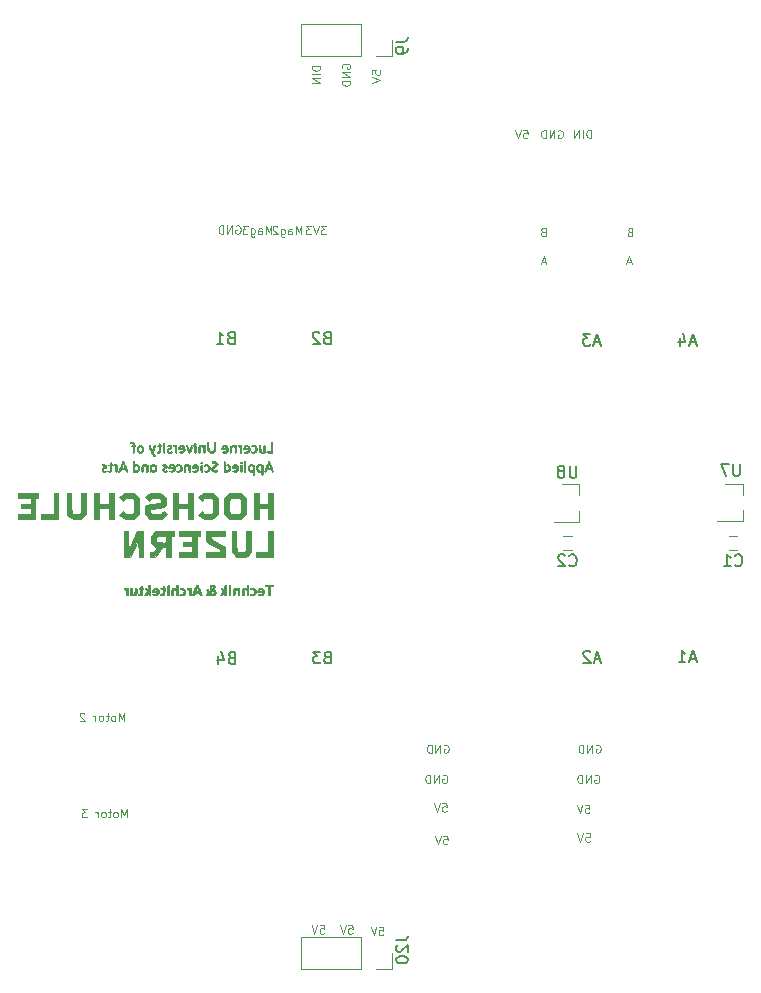
<source format=gbr>
G04 #@! TF.GenerationSoftware,KiCad,Pcbnew,(5.1.5)-3*
G04 #@! TF.CreationDate,2020-06-25T10:39:46+02:00*
G04 #@! TF.ProjectId,StepperClockK02,53746570-7065-4724-936c-6f636b4b3032,v1.0*
G04 #@! TF.SameCoordinates,Original*
G04 #@! TF.FileFunction,Legend,Bot*
G04 #@! TF.FilePolarity,Positive*
%FSLAX46Y46*%
G04 Gerber Fmt 4.6, Leading zero omitted, Abs format (unit mm)*
G04 Created by KiCad (PCBNEW (5.1.5)-3) date 2020-06-25 10:39:46*
%MOMM*%
%LPD*%
G04 APERTURE LIST*
%ADD10C,0.100000*%
%ADD11C,0.120000*%
%ADD12C,0.010000*%
%ADD13C,0.150000*%
G04 APERTURE END LIST*
D10*
X82059133Y-161927406D02*
X82059133Y-161227406D01*
X81825800Y-161727406D01*
X81592466Y-161227406D01*
X81592466Y-161927406D01*
X81159133Y-161927406D02*
X81225800Y-161894073D01*
X81259133Y-161860740D01*
X81292466Y-161794073D01*
X81292466Y-161594073D01*
X81259133Y-161527406D01*
X81225800Y-161494073D01*
X81159133Y-161460740D01*
X81059133Y-161460740D01*
X80992466Y-161494073D01*
X80959133Y-161527406D01*
X80925800Y-161594073D01*
X80925800Y-161794073D01*
X80959133Y-161860740D01*
X80992466Y-161894073D01*
X81059133Y-161927406D01*
X81159133Y-161927406D01*
X80725800Y-161460740D02*
X80459133Y-161460740D01*
X80625800Y-161227406D02*
X80625800Y-161827406D01*
X80592466Y-161894073D01*
X80525800Y-161927406D01*
X80459133Y-161927406D01*
X80125800Y-161927406D02*
X80192466Y-161894073D01*
X80225800Y-161860740D01*
X80259133Y-161794073D01*
X80259133Y-161594073D01*
X80225800Y-161527406D01*
X80192466Y-161494073D01*
X80125800Y-161460740D01*
X80025800Y-161460740D01*
X79959133Y-161494073D01*
X79925800Y-161527406D01*
X79892466Y-161594073D01*
X79892466Y-161794073D01*
X79925800Y-161860740D01*
X79959133Y-161894073D01*
X80025800Y-161927406D01*
X80125800Y-161927406D01*
X79592466Y-161927406D02*
X79592466Y-161460740D01*
X79592466Y-161594073D02*
X79559133Y-161527406D01*
X79525800Y-161494073D01*
X79459133Y-161460740D01*
X79392466Y-161460740D01*
X78659133Y-161294073D02*
X78625800Y-161260740D01*
X78559133Y-161227406D01*
X78392466Y-161227406D01*
X78325800Y-161260740D01*
X78292466Y-161294073D01*
X78259133Y-161360740D01*
X78259133Y-161427406D01*
X78292466Y-161527406D01*
X78692466Y-161927406D01*
X78259133Y-161927406D01*
X82259133Y-170077406D02*
X82259133Y-169377406D01*
X82025800Y-169877406D01*
X81792466Y-169377406D01*
X81792466Y-170077406D01*
X81359133Y-170077406D02*
X81425800Y-170044073D01*
X81459133Y-170010740D01*
X81492466Y-169944073D01*
X81492466Y-169744073D01*
X81459133Y-169677406D01*
X81425800Y-169644073D01*
X81359133Y-169610740D01*
X81259133Y-169610740D01*
X81192466Y-169644073D01*
X81159133Y-169677406D01*
X81125800Y-169744073D01*
X81125800Y-169944073D01*
X81159133Y-170010740D01*
X81192466Y-170044073D01*
X81259133Y-170077406D01*
X81359133Y-170077406D01*
X80925800Y-169610740D02*
X80659133Y-169610740D01*
X80825800Y-169377406D02*
X80825800Y-169977406D01*
X80792466Y-170044073D01*
X80725800Y-170077406D01*
X80659133Y-170077406D01*
X80325800Y-170077406D02*
X80392466Y-170044073D01*
X80425800Y-170010740D01*
X80459133Y-169944073D01*
X80459133Y-169744073D01*
X80425800Y-169677406D01*
X80392466Y-169644073D01*
X80325800Y-169610740D01*
X80225800Y-169610740D01*
X80159133Y-169644073D01*
X80125800Y-169677406D01*
X80092466Y-169744073D01*
X80092466Y-169944073D01*
X80125800Y-170010740D01*
X80159133Y-170044073D01*
X80225800Y-170077406D01*
X80325800Y-170077406D01*
X79792466Y-170077406D02*
X79792466Y-169610740D01*
X79792466Y-169744073D02*
X79759133Y-169677406D01*
X79725800Y-169644073D01*
X79659133Y-169610740D01*
X79592466Y-169610740D01*
X78892466Y-169377406D02*
X78459133Y-169377406D01*
X78692466Y-169644073D01*
X78592466Y-169644073D01*
X78525800Y-169677406D01*
X78492466Y-169710740D01*
X78459133Y-169777406D01*
X78459133Y-169944073D01*
X78492466Y-170010740D01*
X78525800Y-170044073D01*
X78592466Y-170077406D01*
X78792466Y-170077406D01*
X78859133Y-170044073D01*
X78892466Y-170010740D01*
X121059133Y-169007406D02*
X121392466Y-169007406D01*
X121425800Y-169340740D01*
X121392466Y-169307406D01*
X121325800Y-169274073D01*
X121159133Y-169274073D01*
X121092466Y-169307406D01*
X121059133Y-169340740D01*
X121025800Y-169407406D01*
X121025800Y-169574073D01*
X121059133Y-169640740D01*
X121092466Y-169674073D01*
X121159133Y-169707406D01*
X121325800Y-169707406D01*
X121392466Y-169674073D01*
X121425800Y-169640740D01*
X120825800Y-169007406D02*
X120592466Y-169707406D01*
X120359133Y-169007406D01*
X121109133Y-171427406D02*
X121442466Y-171427406D01*
X121475800Y-171760740D01*
X121442466Y-171727406D01*
X121375800Y-171694073D01*
X121209133Y-171694073D01*
X121142466Y-171727406D01*
X121109133Y-171760740D01*
X121075800Y-171827406D01*
X121075800Y-171994073D01*
X121109133Y-172060740D01*
X121142466Y-172094073D01*
X121209133Y-172127406D01*
X121375800Y-172127406D01*
X121442466Y-172094073D01*
X121475800Y-172060740D01*
X120875800Y-171427406D02*
X120642466Y-172127406D01*
X120409133Y-171427406D01*
X109049133Y-171637406D02*
X109382466Y-171637406D01*
X109415800Y-171970740D01*
X109382466Y-171937406D01*
X109315800Y-171904073D01*
X109149133Y-171904073D01*
X109082466Y-171937406D01*
X109049133Y-171970740D01*
X109015800Y-172037406D01*
X109015800Y-172204073D01*
X109049133Y-172270740D01*
X109082466Y-172304073D01*
X109149133Y-172337406D01*
X109315800Y-172337406D01*
X109382466Y-172304073D01*
X109415800Y-172270740D01*
X108815800Y-171637406D02*
X108582466Y-172337406D01*
X108349133Y-171637406D01*
X108969133Y-168877406D02*
X109302466Y-168877406D01*
X109335800Y-169210740D01*
X109302466Y-169177406D01*
X109235800Y-169144073D01*
X109069133Y-169144073D01*
X109002466Y-169177406D01*
X108969133Y-169210740D01*
X108935800Y-169277406D01*
X108935800Y-169444073D01*
X108969133Y-169510740D01*
X109002466Y-169544073D01*
X109069133Y-169577406D01*
X109235800Y-169577406D01*
X109302466Y-169544073D01*
X109335800Y-169510740D01*
X108735800Y-168877406D02*
X108502466Y-169577406D01*
X108269133Y-168877406D01*
X108989133Y-166490740D02*
X109055800Y-166457406D01*
X109155800Y-166457406D01*
X109255800Y-166490740D01*
X109322466Y-166557406D01*
X109355800Y-166624073D01*
X109389133Y-166757406D01*
X109389133Y-166857406D01*
X109355800Y-166990740D01*
X109322466Y-167057406D01*
X109255800Y-167124073D01*
X109155800Y-167157406D01*
X109089133Y-167157406D01*
X108989133Y-167124073D01*
X108955800Y-167090740D01*
X108955800Y-166857406D01*
X109089133Y-166857406D01*
X108655800Y-167157406D02*
X108655800Y-166457406D01*
X108255800Y-167157406D01*
X108255800Y-166457406D01*
X107922466Y-167157406D02*
X107922466Y-166457406D01*
X107755800Y-166457406D01*
X107655800Y-166490740D01*
X107589133Y-166557406D01*
X107555800Y-166624073D01*
X107522466Y-166757406D01*
X107522466Y-166857406D01*
X107555800Y-166990740D01*
X107589133Y-167057406D01*
X107655800Y-167124073D01*
X107755800Y-167157406D01*
X107922466Y-167157406D01*
X109119133Y-163940740D02*
X109185800Y-163907406D01*
X109285800Y-163907406D01*
X109385800Y-163940740D01*
X109452466Y-164007406D01*
X109485800Y-164074073D01*
X109519133Y-164207406D01*
X109519133Y-164307406D01*
X109485800Y-164440740D01*
X109452466Y-164507406D01*
X109385800Y-164574073D01*
X109285800Y-164607406D01*
X109219133Y-164607406D01*
X109119133Y-164574073D01*
X109085800Y-164540740D01*
X109085800Y-164307406D01*
X109219133Y-164307406D01*
X108785800Y-164607406D02*
X108785800Y-163907406D01*
X108385800Y-164607406D01*
X108385800Y-163907406D01*
X108052466Y-164607406D02*
X108052466Y-163907406D01*
X107885800Y-163907406D01*
X107785800Y-163940740D01*
X107719133Y-164007406D01*
X107685800Y-164074073D01*
X107652466Y-164207406D01*
X107652466Y-164307406D01*
X107685800Y-164440740D01*
X107719133Y-164507406D01*
X107785800Y-164574073D01*
X107885800Y-164607406D01*
X108052466Y-164607406D01*
X121869133Y-166520740D02*
X121935800Y-166487406D01*
X122035800Y-166487406D01*
X122135800Y-166520740D01*
X122202466Y-166587406D01*
X122235800Y-166654073D01*
X122269133Y-166787406D01*
X122269133Y-166887406D01*
X122235800Y-167020740D01*
X122202466Y-167087406D01*
X122135800Y-167154073D01*
X122035800Y-167187406D01*
X121969133Y-167187406D01*
X121869133Y-167154073D01*
X121835800Y-167120740D01*
X121835800Y-166887406D01*
X121969133Y-166887406D01*
X121535800Y-167187406D02*
X121535800Y-166487406D01*
X121135800Y-167187406D01*
X121135800Y-166487406D01*
X120802466Y-167187406D02*
X120802466Y-166487406D01*
X120635800Y-166487406D01*
X120535800Y-166520740D01*
X120469133Y-166587406D01*
X120435800Y-166654073D01*
X120402466Y-166787406D01*
X120402466Y-166887406D01*
X120435800Y-167020740D01*
X120469133Y-167087406D01*
X120535800Y-167154073D01*
X120635800Y-167187406D01*
X120802466Y-167187406D01*
X121979133Y-163940740D02*
X122045800Y-163907406D01*
X122145800Y-163907406D01*
X122245800Y-163940740D01*
X122312466Y-164007406D01*
X122345800Y-164074073D01*
X122379133Y-164207406D01*
X122379133Y-164307406D01*
X122345800Y-164440740D01*
X122312466Y-164507406D01*
X122245800Y-164574073D01*
X122145800Y-164607406D01*
X122079133Y-164607406D01*
X121979133Y-164574073D01*
X121945800Y-164540740D01*
X121945800Y-164307406D01*
X122079133Y-164307406D01*
X121645800Y-164607406D02*
X121645800Y-163907406D01*
X121245800Y-164607406D01*
X121245800Y-163907406D01*
X120912466Y-164607406D02*
X120912466Y-163907406D01*
X120745800Y-163907406D01*
X120645800Y-163940740D01*
X120579133Y-164007406D01*
X120545800Y-164074073D01*
X120512466Y-164207406D01*
X120512466Y-164307406D01*
X120545800Y-164440740D01*
X120579133Y-164507406D01*
X120645800Y-164574073D01*
X120745800Y-164607406D01*
X120912466Y-164607406D01*
X94485800Y-120677406D02*
X94485800Y-119977406D01*
X94252466Y-120477406D01*
X94019133Y-119977406D01*
X94019133Y-120677406D01*
X93385800Y-120677406D02*
X93385800Y-120310740D01*
X93419133Y-120244073D01*
X93485800Y-120210740D01*
X93619133Y-120210740D01*
X93685800Y-120244073D01*
X93385800Y-120644073D02*
X93452466Y-120677406D01*
X93619133Y-120677406D01*
X93685800Y-120644073D01*
X93719133Y-120577406D01*
X93719133Y-120510740D01*
X93685800Y-120444073D01*
X93619133Y-120410740D01*
X93452466Y-120410740D01*
X93385800Y-120377406D01*
X92752466Y-120210740D02*
X92752466Y-120777406D01*
X92785800Y-120844073D01*
X92819133Y-120877406D01*
X92885800Y-120910740D01*
X92985800Y-120910740D01*
X93052466Y-120877406D01*
X92752466Y-120644073D02*
X92819133Y-120677406D01*
X92952466Y-120677406D01*
X93019133Y-120644073D01*
X93052466Y-120610740D01*
X93085800Y-120544073D01*
X93085800Y-120344073D01*
X93052466Y-120277406D01*
X93019133Y-120244073D01*
X92952466Y-120210740D01*
X92819133Y-120210740D01*
X92752466Y-120244073D01*
X92485800Y-119977406D02*
X92052466Y-119977406D01*
X92285800Y-120244073D01*
X92185800Y-120244073D01*
X92119133Y-120277406D01*
X92085800Y-120310740D01*
X92052466Y-120377406D01*
X92052466Y-120544073D01*
X92085800Y-120610740D01*
X92119133Y-120644073D01*
X92185800Y-120677406D01*
X92385800Y-120677406D01*
X92452466Y-120644073D01*
X92485800Y-120610740D01*
X97035800Y-120707406D02*
X97035800Y-120007406D01*
X96802466Y-120507406D01*
X96569133Y-120007406D01*
X96569133Y-120707406D01*
X95935800Y-120707406D02*
X95935800Y-120340740D01*
X95969133Y-120274073D01*
X96035800Y-120240740D01*
X96169133Y-120240740D01*
X96235800Y-120274073D01*
X95935800Y-120674073D02*
X96002466Y-120707406D01*
X96169133Y-120707406D01*
X96235800Y-120674073D01*
X96269133Y-120607406D01*
X96269133Y-120540740D01*
X96235800Y-120474073D01*
X96169133Y-120440740D01*
X96002466Y-120440740D01*
X95935800Y-120407406D01*
X95302466Y-120240740D02*
X95302466Y-120807406D01*
X95335800Y-120874073D01*
X95369133Y-120907406D01*
X95435800Y-120940740D01*
X95535800Y-120940740D01*
X95602466Y-120907406D01*
X95302466Y-120674073D02*
X95369133Y-120707406D01*
X95502466Y-120707406D01*
X95569133Y-120674073D01*
X95602466Y-120640740D01*
X95635800Y-120574073D01*
X95635800Y-120374073D01*
X95602466Y-120307406D01*
X95569133Y-120274073D01*
X95502466Y-120240740D01*
X95369133Y-120240740D01*
X95302466Y-120274073D01*
X95002466Y-120074073D02*
X94969133Y-120040740D01*
X94902466Y-120007406D01*
X94735800Y-120007406D01*
X94669133Y-120040740D01*
X94635800Y-120074073D01*
X94602466Y-120140740D01*
X94602466Y-120207406D01*
X94635800Y-120307406D01*
X95035800Y-120707406D01*
X94602466Y-120707406D01*
X99132466Y-120007406D02*
X98699133Y-120007406D01*
X98932466Y-120274073D01*
X98832466Y-120274073D01*
X98765800Y-120307406D01*
X98732466Y-120340740D01*
X98699133Y-120407406D01*
X98699133Y-120574073D01*
X98732466Y-120640740D01*
X98765800Y-120674073D01*
X98832466Y-120707406D01*
X99032466Y-120707406D01*
X99099133Y-120674073D01*
X99132466Y-120640740D01*
X98499133Y-120007406D02*
X98265800Y-120707406D01*
X98032466Y-120007406D01*
X97865800Y-120007406D02*
X97432466Y-120007406D01*
X97665800Y-120274073D01*
X97565800Y-120274073D01*
X97499133Y-120307406D01*
X97465800Y-120340740D01*
X97432466Y-120407406D01*
X97432466Y-120574073D01*
X97465800Y-120640740D01*
X97499133Y-120674073D01*
X97565800Y-120707406D01*
X97765800Y-120707406D01*
X97832466Y-120674073D01*
X97865800Y-120640740D01*
X91489133Y-119990740D02*
X91555800Y-119957406D01*
X91655800Y-119957406D01*
X91755800Y-119990740D01*
X91822466Y-120057406D01*
X91855800Y-120124073D01*
X91889133Y-120257406D01*
X91889133Y-120357406D01*
X91855800Y-120490740D01*
X91822466Y-120557406D01*
X91755800Y-120624073D01*
X91655800Y-120657406D01*
X91589133Y-120657406D01*
X91489133Y-120624073D01*
X91455800Y-120590740D01*
X91455800Y-120357406D01*
X91589133Y-120357406D01*
X91155800Y-120657406D02*
X91155800Y-119957406D01*
X90755800Y-120657406D01*
X90755800Y-119957406D01*
X90422466Y-120657406D02*
X90422466Y-119957406D01*
X90255800Y-119957406D01*
X90155800Y-119990740D01*
X90089133Y-120057406D01*
X90055800Y-120124073D01*
X90022466Y-120257406D01*
X90022466Y-120357406D01*
X90055800Y-120490740D01*
X90089133Y-120557406D01*
X90155800Y-120624073D01*
X90255800Y-120657406D01*
X90422466Y-120657406D01*
X117702466Y-123057406D02*
X117369133Y-123057406D01*
X117769133Y-123257406D02*
X117535800Y-122557406D01*
X117302466Y-123257406D01*
X124932466Y-123027406D02*
X124599133Y-123027406D01*
X124999133Y-123227406D02*
X124765800Y-122527406D01*
X124532466Y-123227406D01*
X124835800Y-120510740D02*
X124735800Y-120544073D01*
X124702466Y-120577406D01*
X124669133Y-120644073D01*
X124669133Y-120744073D01*
X124702466Y-120810740D01*
X124735800Y-120844073D01*
X124802466Y-120877406D01*
X125069133Y-120877406D01*
X125069133Y-120177406D01*
X124835800Y-120177406D01*
X124769133Y-120210740D01*
X124735800Y-120244073D01*
X124702466Y-120310740D01*
X124702466Y-120377406D01*
X124735800Y-120444073D01*
X124769133Y-120477406D01*
X124835800Y-120510740D01*
X125069133Y-120510740D01*
X117485800Y-120490740D02*
X117385800Y-120524073D01*
X117352466Y-120557406D01*
X117319133Y-120624073D01*
X117319133Y-120724073D01*
X117352466Y-120790740D01*
X117385800Y-120824073D01*
X117452466Y-120857406D01*
X117719133Y-120857406D01*
X117719133Y-120157406D01*
X117485800Y-120157406D01*
X117419133Y-120190740D01*
X117385800Y-120224073D01*
X117352466Y-120290740D01*
X117352466Y-120357406D01*
X117385800Y-120424073D01*
X117419133Y-120457406D01*
X117485800Y-120490740D01*
X117719133Y-120490740D01*
X121542466Y-112537406D02*
X121542466Y-111837406D01*
X121375800Y-111837406D01*
X121275800Y-111870740D01*
X121209133Y-111937406D01*
X121175800Y-112004073D01*
X121142466Y-112137406D01*
X121142466Y-112237406D01*
X121175800Y-112370740D01*
X121209133Y-112437406D01*
X121275800Y-112504073D01*
X121375800Y-112537406D01*
X121542466Y-112537406D01*
X120842466Y-112537406D02*
X120842466Y-111837406D01*
X120509133Y-112537406D02*
X120509133Y-111837406D01*
X120109133Y-112537406D01*
X120109133Y-111837406D01*
X118789133Y-111920740D02*
X118855800Y-111887406D01*
X118955800Y-111887406D01*
X119055800Y-111920740D01*
X119122466Y-111987406D01*
X119155800Y-112054073D01*
X119189133Y-112187406D01*
X119189133Y-112287406D01*
X119155800Y-112420740D01*
X119122466Y-112487406D01*
X119055800Y-112554073D01*
X118955800Y-112587406D01*
X118889133Y-112587406D01*
X118789133Y-112554073D01*
X118755800Y-112520740D01*
X118755800Y-112287406D01*
X118889133Y-112287406D01*
X118455800Y-112587406D02*
X118455800Y-111887406D01*
X118055800Y-112587406D01*
X118055800Y-111887406D01*
X117722466Y-112587406D02*
X117722466Y-111887406D01*
X117555800Y-111887406D01*
X117455800Y-111920740D01*
X117389133Y-111987406D01*
X117355800Y-112054073D01*
X117322466Y-112187406D01*
X117322466Y-112287406D01*
X117355800Y-112420740D01*
X117389133Y-112487406D01*
X117455800Y-112554073D01*
X117555800Y-112587406D01*
X117722466Y-112587406D01*
X115829133Y-111857406D02*
X116162466Y-111857406D01*
X116195800Y-112190740D01*
X116162466Y-112157406D01*
X116095800Y-112124073D01*
X115929133Y-112124073D01*
X115862466Y-112157406D01*
X115829133Y-112190740D01*
X115795800Y-112257406D01*
X115795800Y-112424073D01*
X115829133Y-112490740D01*
X115862466Y-112524073D01*
X115929133Y-112557406D01*
X116095800Y-112557406D01*
X116162466Y-112524073D01*
X116195800Y-112490740D01*
X115595800Y-111857406D02*
X115362466Y-112557406D01*
X115129133Y-111857406D01*
X98632466Y-106444073D02*
X97932466Y-106444073D01*
X97932466Y-106610740D01*
X97965800Y-106710740D01*
X98032466Y-106777406D01*
X98099133Y-106810740D01*
X98232466Y-106844073D01*
X98332466Y-106844073D01*
X98465800Y-106810740D01*
X98532466Y-106777406D01*
X98599133Y-106710740D01*
X98632466Y-106610740D01*
X98632466Y-106444073D01*
X98632466Y-107144073D02*
X97932466Y-107144073D01*
X98632466Y-107477406D02*
X97932466Y-107477406D01*
X98632466Y-107877406D01*
X97932466Y-107877406D01*
X103022466Y-107167406D02*
X103022466Y-106834073D01*
X103355800Y-106800740D01*
X103322466Y-106834073D01*
X103289133Y-106900740D01*
X103289133Y-107067406D01*
X103322466Y-107134073D01*
X103355800Y-107167406D01*
X103422466Y-107200740D01*
X103589133Y-107200740D01*
X103655800Y-107167406D01*
X103689133Y-107134073D01*
X103722466Y-107067406D01*
X103722466Y-106900740D01*
X103689133Y-106834073D01*
X103655800Y-106800740D01*
X103022466Y-107400740D02*
X103722466Y-107634073D01*
X103022466Y-107867406D01*
X103609133Y-179327406D02*
X103942466Y-179327406D01*
X103975800Y-179660740D01*
X103942466Y-179627406D01*
X103875800Y-179594073D01*
X103709133Y-179594073D01*
X103642466Y-179627406D01*
X103609133Y-179660740D01*
X103575800Y-179727406D01*
X103575800Y-179894073D01*
X103609133Y-179960740D01*
X103642466Y-179994073D01*
X103709133Y-180027406D01*
X103875800Y-180027406D01*
X103942466Y-179994073D01*
X103975800Y-179960740D01*
X103375800Y-179327406D02*
X103142466Y-180027406D01*
X102909133Y-179327406D01*
X98609133Y-179207406D02*
X98942466Y-179207406D01*
X98975800Y-179540740D01*
X98942466Y-179507406D01*
X98875800Y-179474073D01*
X98709133Y-179474073D01*
X98642466Y-179507406D01*
X98609133Y-179540740D01*
X98575800Y-179607406D01*
X98575800Y-179774073D01*
X98609133Y-179840740D01*
X98642466Y-179874073D01*
X98709133Y-179907406D01*
X98875800Y-179907406D01*
X98942466Y-179874073D01*
X98975800Y-179840740D01*
X98375800Y-179207406D02*
X98142466Y-179907406D01*
X97909133Y-179207406D01*
X100505800Y-106647406D02*
X100472466Y-106580740D01*
X100472466Y-106480740D01*
X100505800Y-106380740D01*
X100572466Y-106314073D01*
X100639133Y-106280740D01*
X100772466Y-106247406D01*
X100872466Y-106247406D01*
X101005800Y-106280740D01*
X101072466Y-106314073D01*
X101139133Y-106380740D01*
X101172466Y-106480740D01*
X101172466Y-106547406D01*
X101139133Y-106647406D01*
X101105800Y-106680740D01*
X100872466Y-106680740D01*
X100872466Y-106547406D01*
X101172466Y-106980740D02*
X100472466Y-106980740D01*
X101172466Y-107380740D01*
X100472466Y-107380740D01*
X101172466Y-107714073D02*
X100472466Y-107714073D01*
X100472466Y-107880740D01*
X100505800Y-107980740D01*
X100572466Y-108047406D01*
X100639133Y-108080740D01*
X100772466Y-108114073D01*
X100872466Y-108114073D01*
X101005800Y-108080740D01*
X101072466Y-108047406D01*
X101139133Y-107980740D01*
X101172466Y-107880740D01*
X101172466Y-107714073D01*
X101009133Y-179207406D02*
X101342466Y-179207406D01*
X101375800Y-179540740D01*
X101342466Y-179507406D01*
X101275800Y-179474073D01*
X101109133Y-179474073D01*
X101042466Y-179507406D01*
X101009133Y-179540740D01*
X100975800Y-179607406D01*
X100975800Y-179774073D01*
X101009133Y-179840740D01*
X101042466Y-179874073D01*
X101109133Y-179907406D01*
X101275800Y-179907406D01*
X101342466Y-179874073D01*
X101375800Y-179840740D01*
X100775800Y-179207406D02*
X100542466Y-179907406D01*
X100309133Y-179207406D01*
D11*
X96967800Y-182880740D02*
X96967800Y-180220740D01*
X102107800Y-182880740D02*
X96967800Y-182880740D01*
X102107800Y-180220740D02*
X96967800Y-180220740D01*
X102107800Y-182880740D02*
X102107800Y-180220740D01*
X103377800Y-182880740D02*
X104707800Y-182880740D01*
X104707800Y-182880740D02*
X104707800Y-181550740D01*
X96965800Y-105590740D02*
X96965800Y-102930740D01*
X102105800Y-105590740D02*
X96965800Y-105590740D01*
X102105800Y-102930740D02*
X96965800Y-102930740D01*
X102105800Y-105590740D02*
X102105800Y-102930740D01*
X103375800Y-105590740D02*
X104705800Y-105590740D01*
X104705800Y-105590740D02*
X104705800Y-104260740D01*
X120575800Y-141870740D02*
X120575800Y-142800740D01*
X120575800Y-145030740D02*
X120575800Y-144100740D01*
X120575800Y-145030740D02*
X118415800Y-145030740D01*
X120575800Y-141870740D02*
X119115800Y-141870740D01*
X134395800Y-141830740D02*
X134395800Y-142760740D01*
X134395800Y-144990740D02*
X134395800Y-144060740D01*
X134395800Y-144990740D02*
X132235800Y-144990740D01*
X134395800Y-141830740D02*
X132935800Y-141830740D01*
D12*
G36*
X94115205Y-150390720D02*
G01*
X94014877Y-150394243D01*
X93956091Y-150402554D01*
X93927867Y-150417648D01*
X93919230Y-150441522D01*
X93918800Y-150453490D01*
X93928149Y-150493172D01*
X93966966Y-150511937D01*
X94051412Y-150516965D01*
X94061675Y-150516990D01*
X94204550Y-150516990D01*
X94204550Y-150897990D01*
X94205319Y-151059314D01*
X94208684Y-151167568D01*
X94216240Y-151233173D01*
X94229578Y-151266550D01*
X94250289Y-151278120D01*
X94262759Y-151278990D01*
X94323129Y-151268624D01*
X94342134Y-151257823D01*
X94350574Y-151219361D01*
X94357417Y-151131038D01*
X94361903Y-151006489D01*
X94363300Y-150876823D01*
X94363300Y-150516990D01*
X94490300Y-150516990D01*
X94573389Y-150511664D01*
X94610110Y-150490142D01*
X94617300Y-150453490D01*
X94613281Y-150425699D01*
X94593906Y-150407458D01*
X94548198Y-150396770D01*
X94465179Y-150391638D01*
X94333873Y-150390068D01*
X94268050Y-150389990D01*
X94115205Y-150390720D01*
G37*
X94115205Y-150390720D02*
X94014877Y-150394243D01*
X93956091Y-150402554D01*
X93927867Y-150417648D01*
X93919230Y-150441522D01*
X93918800Y-150453490D01*
X93928149Y-150493172D01*
X93966966Y-150511937D01*
X94051412Y-150516965D01*
X94061675Y-150516990D01*
X94204550Y-150516990D01*
X94204550Y-150897990D01*
X94205319Y-151059314D01*
X94208684Y-151167568D01*
X94216240Y-151233173D01*
X94229578Y-151266550D01*
X94250289Y-151278120D01*
X94262759Y-151278990D01*
X94323129Y-151268624D01*
X94342134Y-151257823D01*
X94350574Y-151219361D01*
X94357417Y-151131038D01*
X94361903Y-151006489D01*
X94363300Y-150876823D01*
X94363300Y-150516990D01*
X94490300Y-150516990D01*
X94573389Y-150511664D01*
X94610110Y-150490142D01*
X94617300Y-150453490D01*
X94613281Y-150425699D01*
X94593906Y-150407458D01*
X94548198Y-150396770D01*
X94465179Y-150391638D01*
X94333873Y-150390068D01*
X94268050Y-150389990D01*
X94115205Y-150390720D01*
G36*
X93466657Y-150651411D02*
G01*
X93378239Y-150703058D01*
X93327882Y-150790210D01*
X93309775Y-150883924D01*
X93299675Y-150977365D01*
X93744175Y-151009115D01*
X93669052Y-151084238D01*
X93601663Y-151135169D01*
X93524263Y-151147860D01*
X93472742Y-151143107D01*
X93385131Y-151139169D01*
X93341164Y-151160699D01*
X93332478Y-151176570D01*
X93336425Y-151232645D01*
X93354163Y-151252152D01*
X93427941Y-151273533D01*
X93534494Y-151277664D01*
X93645939Y-151266081D01*
X93734392Y-151240322D01*
X93752056Y-151230216D01*
X93806704Y-151168091D01*
X93852265Y-151077374D01*
X93858467Y-151058692D01*
X93871241Y-150924679D01*
X93848822Y-150851463D01*
X93696550Y-150851463D01*
X93696550Y-150851482D01*
X93669646Y-150880863D01*
X93606268Y-150896992D01*
X93532420Y-150897965D01*
X93474109Y-150881878D01*
X93460007Y-150868799D01*
X93466587Y-150829799D01*
X93501615Y-150778617D01*
X93544129Y-150742957D01*
X93558031Y-150739240D01*
X93615732Y-150759502D01*
X93671523Y-150804703D01*
X93696550Y-150851463D01*
X93848822Y-150851463D01*
X93834415Y-150804416D01*
X93758594Y-150708926D01*
X93654383Y-150649235D01*
X93532387Y-150636366D01*
X93466657Y-150651411D01*
G37*
X93466657Y-150651411D02*
X93378239Y-150703058D01*
X93327882Y-150790210D01*
X93309775Y-150883924D01*
X93299675Y-150977365D01*
X93744175Y-151009115D01*
X93669052Y-151084238D01*
X93601663Y-151135169D01*
X93524263Y-151147860D01*
X93472742Y-151143107D01*
X93385131Y-151139169D01*
X93341164Y-151160699D01*
X93332478Y-151176570D01*
X93336425Y-151232645D01*
X93354163Y-151252152D01*
X93427941Y-151273533D01*
X93534494Y-151277664D01*
X93645939Y-151266081D01*
X93734392Y-151240322D01*
X93752056Y-151230216D01*
X93806704Y-151168091D01*
X93852265Y-151077374D01*
X93858467Y-151058692D01*
X93871241Y-150924679D01*
X93848822Y-150851463D01*
X93696550Y-150851463D01*
X93696550Y-150851482D01*
X93669646Y-150880863D01*
X93606268Y-150896992D01*
X93532420Y-150897965D01*
X93474109Y-150881878D01*
X93460007Y-150868799D01*
X93466587Y-150829799D01*
X93501615Y-150778617D01*
X93544129Y-150742957D01*
X93558031Y-150739240D01*
X93615732Y-150759502D01*
X93671523Y-150804703D01*
X93696550Y-150851463D01*
X93848822Y-150851463D01*
X93834415Y-150804416D01*
X93758594Y-150708926D01*
X93654383Y-150649235D01*
X93532387Y-150636366D01*
X93466657Y-150651411D01*
G36*
X92783179Y-150642694D02*
G01*
X92717759Y-150661095D01*
X92706696Y-150668644D01*
X92686217Y-150716564D01*
X92715714Y-150752213D01*
X92781664Y-150763348D01*
X92807488Y-150759889D01*
X92911513Y-150762268D01*
X92979947Y-150816597D01*
X93010830Y-150920962D01*
X93012482Y-150960006D01*
X92998655Y-151068571D01*
X92950821Y-151127893D01*
X92859452Y-151146678D01*
X92810086Y-151144906D01*
X92728926Y-151152749D01*
X92684927Y-151183188D01*
X92688113Y-151224939D01*
X92716368Y-151250425D01*
X92779309Y-151269082D01*
X92873391Y-151277054D01*
X92969568Y-151273968D01*
X93038796Y-151259450D01*
X93047516Y-151254691D01*
X93137116Y-151157098D01*
X93181464Y-151031679D01*
X93178718Y-150896953D01*
X93127039Y-150771436D01*
X93099129Y-150735411D01*
X93024474Y-150667087D01*
X92944850Y-150639139D01*
X92874858Y-150635330D01*
X92783179Y-150642694D01*
G37*
X92783179Y-150642694D02*
X92717759Y-150661095D01*
X92706696Y-150668644D01*
X92686217Y-150716564D01*
X92715714Y-150752213D01*
X92781664Y-150763348D01*
X92807488Y-150759889D01*
X92911513Y-150762268D01*
X92979947Y-150816597D01*
X93010830Y-150920962D01*
X93012482Y-150960006D01*
X92998655Y-151068571D01*
X92950821Y-151127893D01*
X92859452Y-151146678D01*
X92810086Y-151144906D01*
X92728926Y-151152749D01*
X92684927Y-151183188D01*
X92688113Y-151224939D01*
X92716368Y-151250425D01*
X92779309Y-151269082D01*
X92873391Y-151277054D01*
X92969568Y-151273968D01*
X93038796Y-151259450D01*
X93047516Y-151254691D01*
X93137116Y-151157098D01*
X93181464Y-151031679D01*
X93178718Y-150896953D01*
X93127039Y-150771436D01*
X93099129Y-150735411D01*
X93024474Y-150667087D01*
X92944850Y-150639139D01*
X92874858Y-150635330D01*
X92783179Y-150642694D01*
G36*
X92403168Y-150386950D02*
G01*
X92395616Y-150449503D01*
X92394800Y-150518178D01*
X92391751Y-150614237D01*
X92379697Y-150659462D01*
X92354278Y-150666346D01*
X92344226Y-150663126D01*
X92233198Y-150627651D01*
X92156251Y-150625999D01*
X92092648Y-150659940D01*
X92063023Y-150687130D01*
X92022125Y-150734064D01*
X91997858Y-150785371D01*
X91985974Y-150858697D01*
X91982226Y-150971691D01*
X91982050Y-151023546D01*
X91982885Y-151149954D01*
X91988064Y-151225782D01*
X92001602Y-151263950D01*
X92027515Y-151277378D01*
X92061425Y-151278990D01*
X92101733Y-151276039D01*
X92125394Y-151258290D01*
X92136839Y-151212393D01*
X92140498Y-151125001D01*
X92140800Y-151039868D01*
X92146290Y-150897393D01*
X92166077Y-150810908D01*
X92205142Y-150773593D01*
X92268465Y-150778625D01*
X92317450Y-150797885D01*
X92358192Y-150821775D01*
X92381427Y-150857651D01*
X92392002Y-150921683D01*
X92394760Y-151030039D01*
X92394800Y-151056059D01*
X92396461Y-151172987D01*
X92404064Y-151240041D01*
X92421541Y-151270812D01*
X92452827Y-151278894D01*
X92459297Y-151278990D01*
X92519189Y-151261099D01*
X92539667Y-151237623D01*
X92544984Y-151191621D01*
X92548126Y-151095590D01*
X92548888Y-150962972D01*
X92547063Y-150807209D01*
X92546608Y-150785185D01*
X92542492Y-150617164D01*
X92537420Y-150502198D01*
X92529404Y-150429853D01*
X92516451Y-150389693D01*
X92496570Y-150371284D01*
X92467770Y-150364188D01*
X92466238Y-150363969D01*
X92424419Y-150363381D01*
X92403168Y-150386950D01*
G37*
X92403168Y-150386950D02*
X92395616Y-150449503D01*
X92394800Y-150518178D01*
X92391751Y-150614237D01*
X92379697Y-150659462D01*
X92354278Y-150666346D01*
X92344226Y-150663126D01*
X92233198Y-150627651D01*
X92156251Y-150625999D01*
X92092648Y-150659940D01*
X92063023Y-150687130D01*
X92022125Y-150734064D01*
X91997858Y-150785371D01*
X91985974Y-150858697D01*
X91982226Y-150971691D01*
X91982050Y-151023546D01*
X91982885Y-151149954D01*
X91988064Y-151225782D01*
X92001602Y-151263950D01*
X92027515Y-151277378D01*
X92061425Y-151278990D01*
X92101733Y-151276039D01*
X92125394Y-151258290D01*
X92136839Y-151212393D01*
X92140498Y-151125001D01*
X92140800Y-151039868D01*
X92146290Y-150897393D01*
X92166077Y-150810908D01*
X92205142Y-150773593D01*
X92268465Y-150778625D01*
X92317450Y-150797885D01*
X92358192Y-150821775D01*
X92381427Y-150857651D01*
X92392002Y-150921683D01*
X92394760Y-151030039D01*
X92394800Y-151056059D01*
X92396461Y-151172987D01*
X92404064Y-151240041D01*
X92421541Y-151270812D01*
X92452827Y-151278894D01*
X92459297Y-151278990D01*
X92519189Y-151261099D01*
X92539667Y-151237623D01*
X92544984Y-151191621D01*
X92548126Y-151095590D01*
X92548888Y-150962972D01*
X92547063Y-150807209D01*
X92546608Y-150785185D01*
X92542492Y-150617164D01*
X92537420Y-150502198D01*
X92529404Y-150429853D01*
X92516451Y-150389693D01*
X92496570Y-150371284D01*
X92467770Y-150364188D01*
X92466238Y-150363969D01*
X92424419Y-150363381D01*
X92403168Y-150386950D01*
G36*
X91330212Y-150657650D02*
G01*
X91324946Y-150661026D01*
X91289920Y-150689062D01*
X91268272Y-150726751D01*
X91256827Y-150788543D01*
X91252410Y-150888888D01*
X91251800Y-150993971D01*
X91252867Y-151129528D01*
X91257862Y-151213697D01*
X91269484Y-151258579D01*
X91290427Y-151276275D01*
X91315300Y-151278990D01*
X91348906Y-151272893D01*
X91368037Y-151245481D01*
X91376673Y-151183066D01*
X91378793Y-151071965D01*
X91378800Y-151060627D01*
X91386582Y-150914406D01*
X91412733Y-150823400D01*
X91461463Y-150780925D01*
X91536980Y-150780294D01*
X91553013Y-150783924D01*
X91593735Y-150797900D01*
X91617558Y-150824106D01*
X91628994Y-150877111D01*
X91632559Y-150971488D01*
X91632800Y-151041469D01*
X91633796Y-151162402D01*
X91639765Y-151233229D01*
X91655185Y-151267343D01*
X91684529Y-151278136D01*
X91712175Y-151278990D01*
X91791550Y-151278990D01*
X91791550Y-150636052D01*
X91699223Y-150654518D01*
X91601274Y-150658639D01*
X91502494Y-150643041D01*
X91407481Y-150629655D01*
X91330212Y-150657650D01*
G37*
X91330212Y-150657650D02*
X91324946Y-150661026D01*
X91289920Y-150689062D01*
X91268272Y-150726751D01*
X91256827Y-150788543D01*
X91252410Y-150888888D01*
X91251800Y-150993971D01*
X91252867Y-151129528D01*
X91257862Y-151213697D01*
X91269484Y-151258579D01*
X91290427Y-151276275D01*
X91315300Y-151278990D01*
X91348906Y-151272893D01*
X91368037Y-151245481D01*
X91376673Y-151183066D01*
X91378793Y-151071965D01*
X91378800Y-151060627D01*
X91386582Y-150914406D01*
X91412733Y-150823400D01*
X91461463Y-150780925D01*
X91536980Y-150780294D01*
X91553013Y-150783924D01*
X91593735Y-150797900D01*
X91617558Y-150824106D01*
X91628994Y-150877111D01*
X91632559Y-150971488D01*
X91632800Y-151041469D01*
X91633796Y-151162402D01*
X91639765Y-151233229D01*
X91655185Y-151267343D01*
X91684529Y-151278136D01*
X91712175Y-151278990D01*
X91791550Y-151278990D01*
X91791550Y-150636052D01*
X91699223Y-150654518D01*
X91601274Y-150658639D01*
X91502494Y-150643041D01*
X91407481Y-150629655D01*
X91330212Y-150657650D01*
G36*
X90870800Y-151278990D02*
G01*
X91029550Y-151278990D01*
X91029550Y-150643990D01*
X90870800Y-150643990D01*
X90870800Y-151278990D01*
G37*
X90870800Y-151278990D02*
X91029550Y-151278990D01*
X91029550Y-150643990D01*
X90870800Y-150643990D01*
X90870800Y-151278990D01*
G36*
X90562021Y-150360865D02*
G01*
X90538437Y-150377246D01*
X90526254Y-150420144D01*
X90521555Y-150502316D01*
X90520486Y-150620177D01*
X90519421Y-150882115D01*
X90422156Y-150763052D01*
X90352781Y-150692575D01*
X90287976Y-150649864D01*
X90264471Y-150643990D01*
X90217220Y-150652510D01*
X90210271Y-150684169D01*
X90244707Y-150748118D01*
X90283219Y-150802459D01*
X90322787Y-150857516D01*
X90341021Y-150899737D01*
X90334740Y-150944658D01*
X90300762Y-151007815D01*
X90235904Y-151104741D01*
X90215057Y-151135242D01*
X90176071Y-151215983D01*
X90189368Y-151264799D01*
X90243738Y-151278933D01*
X90305003Y-151256496D01*
X90372391Y-151184342D01*
X90410425Y-151128120D01*
X90505675Y-150977365D01*
X90515353Y-151128177D01*
X90524612Y-151219727D01*
X90543280Y-151264258D01*
X90580898Y-151278251D01*
X90602665Y-151278990D01*
X90680300Y-151278990D01*
X90680300Y-150358240D01*
X90600925Y-150358240D01*
X90562021Y-150360865D01*
G37*
X90562021Y-150360865D02*
X90538437Y-150377246D01*
X90526254Y-150420144D01*
X90521555Y-150502316D01*
X90520486Y-150620177D01*
X90519421Y-150882115D01*
X90422156Y-150763052D01*
X90352781Y-150692575D01*
X90287976Y-150649864D01*
X90264471Y-150643990D01*
X90217220Y-150652510D01*
X90210271Y-150684169D01*
X90244707Y-150748118D01*
X90283219Y-150802459D01*
X90322787Y-150857516D01*
X90341021Y-150899737D01*
X90334740Y-150944658D01*
X90300762Y-151007815D01*
X90235904Y-151104741D01*
X90215057Y-151135242D01*
X90176071Y-151215983D01*
X90189368Y-151264799D01*
X90243738Y-151278933D01*
X90305003Y-151256496D01*
X90372391Y-151184342D01*
X90410425Y-151128120D01*
X90505675Y-150977365D01*
X90515353Y-151128177D01*
X90524612Y-151219727D01*
X90543280Y-151264258D01*
X90580898Y-151278251D01*
X90602665Y-151278990D01*
X90680300Y-151278990D01*
X90680300Y-150358240D01*
X90600925Y-150358240D01*
X90562021Y-150360865D01*
G36*
X89319842Y-150417079D02*
G01*
X89315050Y-150421740D01*
X89259437Y-150513983D01*
X89265672Y-150612714D01*
X89320786Y-150697719D01*
X89390021Y-150771417D01*
X89300052Y-150865324D01*
X89229210Y-150928577D01*
X89183533Y-150935786D01*
X89153619Y-150884175D01*
X89138122Y-150817501D01*
X89111264Y-150736784D01*
X89066783Y-150707999D01*
X89057517Y-150707490D01*
X89008773Y-150731662D01*
X89000617Y-150803080D01*
X89033122Y-150920099D01*
X89046891Y-150954572D01*
X89076045Y-151032035D01*
X89075185Y-151077527D01*
X89039928Y-151117175D01*
X89016411Y-151136295D01*
X88962436Y-151194485D01*
X88963593Y-151243544D01*
X88965194Y-151246258D01*
X88991743Y-151272625D01*
X89034339Y-151269497D01*
X89108136Y-151238016D01*
X89188727Y-151204896D01*
X89246500Y-151202757D01*
X89313471Y-151230549D01*
X89314811Y-151231241D01*
X89439320Y-151271285D01*
X89567012Y-151273080D01*
X89673382Y-151237132D01*
X89692437Y-151223427D01*
X89747313Y-151151539D01*
X89778382Y-151069258D01*
X89781696Y-150993600D01*
X89777551Y-150984099D01*
X89623383Y-150984099D01*
X89620805Y-151051560D01*
X89582658Y-151102097D01*
X89507178Y-151143623D01*
X89420780Y-151147232D01*
X89353100Y-151111902D01*
X89351543Y-151110079D01*
X89339771Y-151069011D01*
X89368591Y-151009675D01*
X89407739Y-150959266D01*
X89465257Y-150893538D01*
X89501607Y-150870839D01*
X89536075Y-150885255D01*
X89565634Y-150910848D01*
X89623383Y-150984099D01*
X89777551Y-150984099D01*
X89751470Y-150924320D01*
X89702095Y-150862099D01*
X89644909Y-150791624D01*
X89626035Y-150743777D01*
X89639217Y-150695955D01*
X89650292Y-150674956D01*
X89688736Y-150584507D01*
X89682448Y-150530922D01*
X89525074Y-150530922D01*
X89522709Y-150594838D01*
X89502836Y-150631386D01*
X89466532Y-150663836D01*
X89435053Y-150644621D01*
X89419481Y-150624328D01*
X89390440Y-150565229D01*
X89388691Y-150534148D01*
X89427596Y-150496949D01*
X89484640Y-150495632D01*
X89525074Y-150530922D01*
X89682448Y-150530922D01*
X89680567Y-150514903D01*
X89622317Y-150440396D01*
X89618119Y-150436171D01*
X89518621Y-150372065D01*
X89414606Y-150365482D01*
X89319842Y-150417079D01*
G37*
X89319842Y-150417079D02*
X89315050Y-150421740D01*
X89259437Y-150513983D01*
X89265672Y-150612714D01*
X89320786Y-150697719D01*
X89390021Y-150771417D01*
X89300052Y-150865324D01*
X89229210Y-150928577D01*
X89183533Y-150935786D01*
X89153619Y-150884175D01*
X89138122Y-150817501D01*
X89111264Y-150736784D01*
X89066783Y-150707999D01*
X89057517Y-150707490D01*
X89008773Y-150731662D01*
X89000617Y-150803080D01*
X89033122Y-150920099D01*
X89046891Y-150954572D01*
X89076045Y-151032035D01*
X89075185Y-151077527D01*
X89039928Y-151117175D01*
X89016411Y-151136295D01*
X88962436Y-151194485D01*
X88963593Y-151243544D01*
X88965194Y-151246258D01*
X88991743Y-151272625D01*
X89034339Y-151269497D01*
X89108136Y-151238016D01*
X89188727Y-151204896D01*
X89246500Y-151202757D01*
X89313471Y-151230549D01*
X89314811Y-151231241D01*
X89439320Y-151271285D01*
X89567012Y-151273080D01*
X89673382Y-151237132D01*
X89692437Y-151223427D01*
X89747313Y-151151539D01*
X89778382Y-151069258D01*
X89781696Y-150993600D01*
X89777551Y-150984099D01*
X89623383Y-150984099D01*
X89620805Y-151051560D01*
X89582658Y-151102097D01*
X89507178Y-151143623D01*
X89420780Y-151147232D01*
X89353100Y-151111902D01*
X89351543Y-151110079D01*
X89339771Y-151069011D01*
X89368591Y-151009675D01*
X89407739Y-150959266D01*
X89465257Y-150893538D01*
X89501607Y-150870839D01*
X89536075Y-150885255D01*
X89565634Y-150910848D01*
X89623383Y-150984099D01*
X89777551Y-150984099D01*
X89751470Y-150924320D01*
X89702095Y-150862099D01*
X89644909Y-150791624D01*
X89626035Y-150743777D01*
X89639217Y-150695955D01*
X89650292Y-150674956D01*
X89688736Y-150584507D01*
X89682448Y-150530922D01*
X89525074Y-150530922D01*
X89522709Y-150594838D01*
X89502836Y-150631386D01*
X89466532Y-150663836D01*
X89435053Y-150644621D01*
X89419481Y-150624328D01*
X89390440Y-150565229D01*
X89388691Y-150534148D01*
X89427596Y-150496949D01*
X89484640Y-150495632D01*
X89525074Y-150530922D01*
X89682448Y-150530922D01*
X89680567Y-150514903D01*
X89622317Y-150440396D01*
X89618119Y-150436171D01*
X89518621Y-150372065D01*
X89414606Y-150365482D01*
X89319842Y-150417079D01*
G36*
X88180150Y-150396245D02*
G01*
X88145558Y-150406686D01*
X88113521Y-150435014D01*
X88078647Y-150490616D01*
X88035546Y-150582883D01*
X87978825Y-150721202D01*
X87946730Y-150802740D01*
X87889306Y-150952589D01*
X87841446Y-151083062D01*
X87807517Y-151181840D01*
X87791880Y-151236605D01*
X87791328Y-151241411D01*
X87818363Y-151271329D01*
X87877353Y-151273161D01*
X87945474Y-151248958D01*
X87985277Y-151184621D01*
X87993070Y-151159927D01*
X88014042Y-151099863D01*
X88045035Y-151069245D01*
X88104946Y-151058175D01*
X88190056Y-151056740D01*
X88288314Y-151059077D01*
X88342678Y-151073198D01*
X88372745Y-151109764D01*
X88394300Y-151167865D01*
X88430780Y-151246111D01*
X88480061Y-151276629D01*
X88507888Y-151278990D01*
X88566432Y-151273075D01*
X88584800Y-151262247D01*
X88574106Y-151228156D01*
X88544699Y-151145748D01*
X88500595Y-151026003D01*
X88460706Y-150919627D01*
X88299050Y-150919627D01*
X88271057Y-150926265D01*
X88202074Y-150929634D01*
X88185786Y-150929740D01*
X88111872Y-150925636D01*
X88086577Y-150905590D01*
X88095071Y-150858302D01*
X88121254Y-150778712D01*
X88154256Y-150682311D01*
X88156554Y-150675740D01*
X88195487Y-150564615D01*
X88247269Y-150737065D01*
X88275409Y-150832415D01*
X88294215Y-150899270D01*
X88299050Y-150919627D01*
X88460706Y-150919627D01*
X88445807Y-150879897D01*
X88421623Y-150816065D01*
X88357103Y-150648122D01*
X88309353Y-150531035D01*
X88273326Y-150456025D01*
X88243971Y-150414316D01*
X88216242Y-150397130D01*
X88185088Y-150395688D01*
X88180150Y-150396245D01*
G37*
X88180150Y-150396245D02*
X88145558Y-150406686D01*
X88113521Y-150435014D01*
X88078647Y-150490616D01*
X88035546Y-150582883D01*
X87978825Y-150721202D01*
X87946730Y-150802740D01*
X87889306Y-150952589D01*
X87841446Y-151083062D01*
X87807517Y-151181840D01*
X87791880Y-151236605D01*
X87791328Y-151241411D01*
X87818363Y-151271329D01*
X87877353Y-151273161D01*
X87945474Y-151248958D01*
X87985277Y-151184621D01*
X87993070Y-151159927D01*
X88014042Y-151099863D01*
X88045035Y-151069245D01*
X88104946Y-151058175D01*
X88190056Y-151056740D01*
X88288314Y-151059077D01*
X88342678Y-151073198D01*
X88372745Y-151109764D01*
X88394300Y-151167865D01*
X88430780Y-151246111D01*
X88480061Y-151276629D01*
X88507888Y-151278990D01*
X88566432Y-151273075D01*
X88584800Y-151262247D01*
X88574106Y-151228156D01*
X88544699Y-151145748D01*
X88500595Y-151026003D01*
X88460706Y-150919627D01*
X88299050Y-150919627D01*
X88271057Y-150926265D01*
X88202074Y-150929634D01*
X88185786Y-150929740D01*
X88111872Y-150925636D01*
X88086577Y-150905590D01*
X88095071Y-150858302D01*
X88121254Y-150778712D01*
X88154256Y-150682311D01*
X88156554Y-150675740D01*
X88195487Y-150564615D01*
X88247269Y-150737065D01*
X88275409Y-150832415D01*
X88294215Y-150899270D01*
X88299050Y-150919627D01*
X88460706Y-150919627D01*
X88445807Y-150879897D01*
X88421623Y-150816065D01*
X88357103Y-150648122D01*
X88309353Y-150531035D01*
X88273326Y-150456025D01*
X88243971Y-150414316D01*
X88216242Y-150397130D01*
X88185088Y-150395688D01*
X88180150Y-150396245D01*
G36*
X87336620Y-150656060D02*
G01*
X87321847Y-150695254D01*
X87328423Y-150746594D01*
X87378784Y-150774843D01*
X87408405Y-150781773D01*
X87505300Y-150801152D01*
X87505300Y-151040071D01*
X87506282Y-151161437D01*
X87512183Y-151232659D01*
X87527442Y-151267091D01*
X87556493Y-151278086D01*
X87584675Y-151278990D01*
X87620707Y-151277055D01*
X87643754Y-151263520D01*
X87656717Y-151226786D01*
X87662498Y-151155257D01*
X87663999Y-151037334D01*
X87664050Y-150961718D01*
X87664050Y-150644447D01*
X87544988Y-150648046D01*
X87453540Y-150647428D01*
X87385190Y-150641201D01*
X87379054Y-150639880D01*
X87336620Y-150656060D01*
G37*
X87336620Y-150656060D02*
X87321847Y-150695254D01*
X87328423Y-150746594D01*
X87378784Y-150774843D01*
X87408405Y-150781773D01*
X87505300Y-150801152D01*
X87505300Y-151040071D01*
X87506282Y-151161437D01*
X87512183Y-151232659D01*
X87527442Y-151267091D01*
X87556493Y-151278086D01*
X87584675Y-151278990D01*
X87620707Y-151277055D01*
X87643754Y-151263520D01*
X87656717Y-151226786D01*
X87662498Y-151155257D01*
X87663999Y-151037334D01*
X87664050Y-150961718D01*
X87664050Y-150644447D01*
X87544988Y-150648046D01*
X87453540Y-150647428D01*
X87385190Y-150641201D01*
X87379054Y-150639880D01*
X87336620Y-150656060D01*
G36*
X86809625Y-150647762D02*
G01*
X86741577Y-150686609D01*
X86730517Y-150726884D01*
X86771296Y-150756957D01*
X86858759Y-150765193D01*
X86861557Y-150765014D01*
X86964832Y-150783567D01*
X87034277Y-150846362D01*
X87063277Y-150940272D01*
X87045218Y-151052169D01*
X87026724Y-151092837D01*
X86989312Y-151134744D01*
X86925019Y-151149027D01*
X86862417Y-151147106D01*
X86771131Y-151152375D01*
X86718265Y-151178311D01*
X86712828Y-151216822D01*
X86747368Y-151250425D01*
X86829919Y-151275162D01*
X86940706Y-151276806D01*
X87049713Y-151257541D01*
X87122783Y-151223103D01*
X87178280Y-151143510D01*
X87209566Y-151028700D01*
X87212610Y-150903663D01*
X87189807Y-150807583D01*
X87117078Y-150708110D01*
X87007813Y-150647031D01*
X86881282Y-150632447D01*
X86809625Y-150647762D01*
G37*
X86809625Y-150647762D02*
X86741577Y-150686609D01*
X86730517Y-150726884D01*
X86771296Y-150756957D01*
X86858759Y-150765193D01*
X86861557Y-150765014D01*
X86964832Y-150783567D01*
X87034277Y-150846362D01*
X87063277Y-150940272D01*
X87045218Y-151052169D01*
X87026724Y-151092837D01*
X86989312Y-151134744D01*
X86925019Y-151149027D01*
X86862417Y-151147106D01*
X86771131Y-151152375D01*
X86718265Y-151178311D01*
X86712828Y-151216822D01*
X86747368Y-151250425D01*
X86829919Y-151275162D01*
X86940706Y-151276806D01*
X87049713Y-151257541D01*
X87122783Y-151223103D01*
X87178280Y-151143510D01*
X87209566Y-151028700D01*
X87212610Y-150903663D01*
X87189807Y-150807583D01*
X87117078Y-150708110D01*
X87007813Y-150647031D01*
X86881282Y-150632447D01*
X86809625Y-150647762D01*
G36*
X86458437Y-150363243D02*
G01*
X86434891Y-150388977D01*
X86426663Y-150451524D01*
X86425800Y-150520386D01*
X86422685Y-150615598D01*
X86410382Y-150660010D01*
X86384455Y-150666144D01*
X86375226Y-150663126D01*
X86262060Y-150628554D01*
X86180920Y-150629721D01*
X86110939Y-150667233D01*
X86106293Y-150670932D01*
X86067998Y-150707403D01*
X86044919Y-150751178D01*
X86033266Y-150818289D01*
X86029252Y-150924767D01*
X86028925Y-150998323D01*
X86030018Y-151128019D01*
X86035572Y-151207378D01*
X86049008Y-151249554D01*
X86073742Y-151267702D01*
X86100363Y-151273260D01*
X86138069Y-151274635D01*
X86159512Y-151256450D01*
X86169320Y-151205428D01*
X86172119Y-151108292D01*
X86172287Y-151066885D01*
X86176603Y-150923517D01*
X86192222Y-150833937D01*
X86224315Y-150788728D01*
X86278054Y-150778474D01*
X86326584Y-150785993D01*
X86425800Y-150807785D01*
X86425800Y-151043387D01*
X86426815Y-151163723D01*
X86432880Y-151234006D01*
X86448525Y-151267684D01*
X86478279Y-151278202D01*
X86505175Y-151278990D01*
X86584550Y-151278990D01*
X86584550Y-150358240D01*
X86505175Y-150358240D01*
X86458437Y-150363243D01*
G37*
X86458437Y-150363243D02*
X86434891Y-150388977D01*
X86426663Y-150451524D01*
X86425800Y-150520386D01*
X86422685Y-150615598D01*
X86410382Y-150660010D01*
X86384455Y-150666144D01*
X86375226Y-150663126D01*
X86262060Y-150628554D01*
X86180920Y-150629721D01*
X86110939Y-150667233D01*
X86106293Y-150670932D01*
X86067998Y-150707403D01*
X86044919Y-150751178D01*
X86033266Y-150818289D01*
X86029252Y-150924767D01*
X86028925Y-150998323D01*
X86030018Y-151128019D01*
X86035572Y-151207378D01*
X86049008Y-151249554D01*
X86073742Y-151267702D01*
X86100363Y-151273260D01*
X86138069Y-151274635D01*
X86159512Y-151256450D01*
X86169320Y-151205428D01*
X86172119Y-151108292D01*
X86172287Y-151066885D01*
X86176603Y-150923517D01*
X86192222Y-150833937D01*
X86224315Y-150788728D01*
X86278054Y-150778474D01*
X86326584Y-150785993D01*
X86425800Y-150807785D01*
X86425800Y-151043387D01*
X86426815Y-151163723D01*
X86432880Y-151234006D01*
X86448525Y-151267684D01*
X86478279Y-151278202D01*
X86505175Y-151278990D01*
X86584550Y-151278990D01*
X86584550Y-150358240D01*
X86505175Y-150358240D01*
X86458437Y-150363243D01*
G36*
X85663800Y-151278990D02*
G01*
X85822550Y-151278990D01*
X85822550Y-150643990D01*
X85663800Y-150643990D01*
X85663800Y-151278990D01*
G37*
X85663800Y-151278990D02*
X85822550Y-151278990D01*
X85822550Y-150643990D01*
X85663800Y-150643990D01*
X85663800Y-151278990D01*
G36*
X85297376Y-150466158D02*
G01*
X85283757Y-150512339D01*
X85282800Y-150545343D01*
X85275603Y-150614389D01*
X85241090Y-150640503D01*
X85187550Y-150643990D01*
X85111931Y-150658189D01*
X85092300Y-150691615D01*
X85120699Y-150729424D01*
X85187550Y-150739240D01*
X85244275Y-150742807D01*
X85272342Y-150764519D01*
X85281825Y-150820886D01*
X85282800Y-150895393D01*
X85277293Y-151026576D01*
X85257602Y-151105792D01*
X85218973Y-151143869D01*
X85170152Y-151151990D01*
X85103270Y-151165648D01*
X85074232Y-151187289D01*
X85073514Y-151229300D01*
X85117806Y-151259462D01*
X85189335Y-151275450D01*
X85270329Y-151274937D01*
X85343016Y-151255599D01*
X85381283Y-151227470D01*
X85404763Y-151170684D01*
X85424681Y-151072119D01*
X85436378Y-150957595D01*
X85446253Y-150849129D01*
X85460513Y-150770968D01*
X85476155Y-150739311D01*
X85476883Y-150739240D01*
X85501889Y-150713471D01*
X85505050Y-150691615D01*
X85487906Y-150649363D01*
X85473300Y-150643990D01*
X85449433Y-150616818D01*
X85441550Y-150564615D01*
X85431565Y-150504933D01*
X85412397Y-150485240D01*
X85359189Y-150474767D01*
X85333022Y-150465968D01*
X85297376Y-150466158D01*
G37*
X85297376Y-150466158D02*
X85283757Y-150512339D01*
X85282800Y-150545343D01*
X85275603Y-150614389D01*
X85241090Y-150640503D01*
X85187550Y-150643990D01*
X85111931Y-150658189D01*
X85092300Y-150691615D01*
X85120699Y-150729424D01*
X85187550Y-150739240D01*
X85244275Y-150742807D01*
X85272342Y-150764519D01*
X85281825Y-150820886D01*
X85282800Y-150895393D01*
X85277293Y-151026576D01*
X85257602Y-151105792D01*
X85218973Y-151143869D01*
X85170152Y-151151990D01*
X85103270Y-151165648D01*
X85074232Y-151187289D01*
X85073514Y-151229300D01*
X85117806Y-151259462D01*
X85189335Y-151275450D01*
X85270329Y-151274937D01*
X85343016Y-151255599D01*
X85381283Y-151227470D01*
X85404763Y-151170684D01*
X85424681Y-151072119D01*
X85436378Y-150957595D01*
X85446253Y-150849129D01*
X85460513Y-150770968D01*
X85476155Y-150739311D01*
X85476883Y-150739240D01*
X85501889Y-150713471D01*
X85505050Y-150691615D01*
X85487906Y-150649363D01*
X85473300Y-150643990D01*
X85449433Y-150616818D01*
X85441550Y-150564615D01*
X85431565Y-150504933D01*
X85412397Y-150485240D01*
X85359189Y-150474767D01*
X85333022Y-150465968D01*
X85297376Y-150466158D01*
G36*
X84528496Y-150668311D02*
G01*
X84446986Y-150751411D01*
X84404505Y-150876075D01*
X84385492Y-150993240D01*
X84596021Y-150993240D01*
X84720046Y-150997474D01*
X84786306Y-151012716D01*
X84800128Y-151042773D01*
X84766835Y-151091450D01*
X84753176Y-151105578D01*
X84692551Y-151140954D01*
X84599921Y-151146870D01*
X84562676Y-151143496D01*
X84476045Y-151137690D01*
X84435658Y-151149377D01*
X84425553Y-151183300D01*
X84425550Y-151184243D01*
X84445191Y-151237069D01*
X84509349Y-151267477D01*
X84625880Y-151278742D01*
X84652840Y-151278990D01*
X84760135Y-151264215D01*
X84847367Y-151209970D01*
X84872493Y-151186182D01*
X84943450Y-151090673D01*
X84965278Y-150985474D01*
X84965300Y-150981301D01*
X84944960Y-150847141D01*
X84797143Y-150847141D01*
X84792770Y-150881479D01*
X84730030Y-150896452D01*
X84679550Y-150897990D01*
X84590417Y-150889776D01*
X84554321Y-150863041D01*
X84552550Y-150851482D01*
X84577802Y-150801478D01*
X84618692Y-150769576D01*
X84681416Y-150752030D01*
X84739818Y-150784039D01*
X84745692Y-150789255D01*
X84797143Y-150847141D01*
X84944960Y-150847141D01*
X84942006Y-150827664D01*
X84874445Y-150716810D01*
X84766101Y-150652466D01*
X84643671Y-150637152D01*
X84528496Y-150668311D01*
G37*
X84528496Y-150668311D02*
X84446986Y-150751411D01*
X84404505Y-150876075D01*
X84385492Y-150993240D01*
X84596021Y-150993240D01*
X84720046Y-150997474D01*
X84786306Y-151012716D01*
X84800128Y-151042773D01*
X84766835Y-151091450D01*
X84753176Y-151105578D01*
X84692551Y-151140954D01*
X84599921Y-151146870D01*
X84562676Y-151143496D01*
X84476045Y-151137690D01*
X84435658Y-151149377D01*
X84425553Y-151183300D01*
X84425550Y-151184243D01*
X84445191Y-151237069D01*
X84509349Y-151267477D01*
X84625880Y-151278742D01*
X84652840Y-151278990D01*
X84760135Y-151264215D01*
X84847367Y-151209970D01*
X84872493Y-151186182D01*
X84943450Y-151090673D01*
X84965278Y-150985474D01*
X84965300Y-150981301D01*
X84944960Y-150847141D01*
X84797143Y-150847141D01*
X84792770Y-150881479D01*
X84730030Y-150896452D01*
X84679550Y-150897990D01*
X84590417Y-150889776D01*
X84554321Y-150863041D01*
X84552550Y-150851482D01*
X84577802Y-150801478D01*
X84618692Y-150769576D01*
X84681416Y-150752030D01*
X84739818Y-150784039D01*
X84745692Y-150789255D01*
X84797143Y-150847141D01*
X84944960Y-150847141D01*
X84942006Y-150827664D01*
X84874445Y-150716810D01*
X84766101Y-150652466D01*
X84643671Y-150637152D01*
X84528496Y-150668311D01*
G36*
X84116749Y-150360836D02*
G01*
X84093228Y-150377143D01*
X84081232Y-150419932D01*
X84076883Y-150501977D01*
X84076300Y-150619610D01*
X84076300Y-150880980D01*
X83995781Y-150762485D01*
X83920725Y-150675916D01*
X83847393Y-150644423D01*
X83837031Y-150643990D01*
X83780161Y-150650118D01*
X83765321Y-150674800D01*
X83793343Y-150727480D01*
X83850836Y-150800545D01*
X83941164Y-150909476D01*
X83834107Y-151076832D01*
X83778257Y-151166713D01*
X83739524Y-151233964D01*
X83727050Y-151261589D01*
X83754310Y-151274641D01*
X83807125Y-151278990D01*
X83868143Y-151262961D01*
X83927895Y-151207303D01*
X83979773Y-151133016D01*
X84072347Y-150987042D01*
X84082261Y-151125078D01*
X84094138Y-151214277D01*
X84119355Y-151257909D01*
X84163613Y-151273260D01*
X84191373Y-151275531D01*
X84210810Y-151266874D01*
X84223407Y-151237896D01*
X84230648Y-151179204D01*
X84234016Y-151081403D01*
X84234994Y-150935101D01*
X84235050Y-150820823D01*
X84235050Y-150358240D01*
X84155675Y-150358240D01*
X84116749Y-150360836D01*
G37*
X84116749Y-150360836D02*
X84093228Y-150377143D01*
X84081232Y-150419932D01*
X84076883Y-150501977D01*
X84076300Y-150619610D01*
X84076300Y-150880980D01*
X83995781Y-150762485D01*
X83920725Y-150675916D01*
X83847393Y-150644423D01*
X83837031Y-150643990D01*
X83780161Y-150650118D01*
X83765321Y-150674800D01*
X83793343Y-150727480D01*
X83850836Y-150800545D01*
X83941164Y-150909476D01*
X83834107Y-151076832D01*
X83778257Y-151166713D01*
X83739524Y-151233964D01*
X83727050Y-151261589D01*
X83754310Y-151274641D01*
X83807125Y-151278990D01*
X83868143Y-151262961D01*
X83927895Y-151207303D01*
X83979773Y-151133016D01*
X84072347Y-150987042D01*
X84082261Y-151125078D01*
X84094138Y-151214277D01*
X84119355Y-151257909D01*
X84163613Y-151273260D01*
X84191373Y-151275531D01*
X84210810Y-151266874D01*
X84223407Y-151237896D01*
X84230648Y-151179204D01*
X84234016Y-151081403D01*
X84234994Y-150935101D01*
X84235050Y-150820823D01*
X84235050Y-150358240D01*
X84155675Y-150358240D01*
X84116749Y-150360836D01*
G36*
X83418231Y-150481090D02*
G01*
X83409553Y-150547588D01*
X83409550Y-150548740D01*
X83401008Y-150616812D01*
X83364693Y-150641715D01*
X83330175Y-150643990D01*
X83266336Y-150660550D01*
X83250800Y-150691615D01*
X83278482Y-150729868D01*
X83331691Y-150739240D01*
X83375622Y-150742424D01*
X83398902Y-150761721D01*
X83406792Y-150811749D01*
X83404554Y-150907123D01*
X83403128Y-150937677D01*
X83396311Y-151046198D01*
X83384118Y-151106669D01*
X83359256Y-151134514D01*
X83314436Y-151145155D01*
X83304476Y-151146343D01*
X83238333Y-151166683D01*
X83225365Y-151209843D01*
X83261429Y-151251356D01*
X83334383Y-151272509D01*
X83420422Y-151271591D01*
X83495735Y-151246891D01*
X83516726Y-151230778D01*
X83547677Y-151176842D01*
X83564034Y-151084575D01*
X83568300Y-150959222D01*
X83571150Y-150839174D01*
X83581390Y-150770735D01*
X83601552Y-150742201D01*
X83615925Y-150739240D01*
X83658019Y-150713825D01*
X83663550Y-150691615D01*
X83638136Y-150649521D01*
X83615925Y-150643990D01*
X83577509Y-150616579D01*
X83568300Y-150568011D01*
X83541354Y-150493604D01*
X83468867Y-150455962D01*
X83438704Y-150453490D01*
X83418231Y-150481090D01*
G37*
X83418231Y-150481090D02*
X83409553Y-150547588D01*
X83409550Y-150548740D01*
X83401008Y-150616812D01*
X83364693Y-150641715D01*
X83330175Y-150643990D01*
X83266336Y-150660550D01*
X83250800Y-150691615D01*
X83278482Y-150729868D01*
X83331691Y-150739240D01*
X83375622Y-150742424D01*
X83398902Y-150761721D01*
X83406792Y-150811749D01*
X83404554Y-150907123D01*
X83403128Y-150937677D01*
X83396311Y-151046198D01*
X83384118Y-151106669D01*
X83359256Y-151134514D01*
X83314436Y-151145155D01*
X83304476Y-151146343D01*
X83238333Y-151166683D01*
X83225365Y-151209843D01*
X83261429Y-151251356D01*
X83334383Y-151272509D01*
X83420422Y-151271591D01*
X83495735Y-151246891D01*
X83516726Y-151230778D01*
X83547677Y-151176842D01*
X83564034Y-151084575D01*
X83568300Y-150959222D01*
X83571150Y-150839174D01*
X83581390Y-150770735D01*
X83601552Y-150742201D01*
X83615925Y-150739240D01*
X83658019Y-150713825D01*
X83663550Y-150691615D01*
X83638136Y-150649521D01*
X83615925Y-150643990D01*
X83577509Y-150616579D01*
X83568300Y-150568011D01*
X83541354Y-150493604D01*
X83468867Y-150455962D01*
X83438704Y-150453490D01*
X83418231Y-150481090D01*
G36*
X82520550Y-150961490D02*
G01*
X82521637Y-151106687D01*
X82526256Y-151199717D01*
X82536443Y-151251891D01*
X82554234Y-151274524D01*
X82577700Y-151278990D01*
X82645833Y-151260991D01*
X82669367Y-151244473D01*
X82707692Y-151227127D01*
X82725216Y-151244473D01*
X82767968Y-151266442D01*
X82847856Y-151278310D01*
X82873294Y-151278990D01*
X82958531Y-151272912D01*
X83006794Y-151243293D01*
X83044281Y-151173052D01*
X83047497Y-151165411D01*
X83078539Y-151039840D01*
X83086429Y-150878759D01*
X83085564Y-150855848D01*
X83078642Y-150748310D01*
X83066556Y-150689583D01*
X83042661Y-150664994D01*
X83000312Y-150659873D01*
X82996800Y-150659865D01*
X82955157Y-150663548D01*
X82930538Y-150683804D01*
X82917418Y-150734444D01*
X82910271Y-150829279D01*
X82907871Y-150882115D01*
X82899764Y-150996248D01*
X82887556Y-151084673D01*
X82873839Y-151128832D01*
X82873354Y-151129357D01*
X82828687Y-151137407D01*
X82763846Y-151122205D01*
X82719563Y-151101348D01*
X82694252Y-151070375D01*
X82682629Y-151013346D01*
X82679416Y-150914323D01*
X82679300Y-150867025D01*
X82678143Y-150750660D01*
X82671394Y-150683978D01*
X82654136Y-150653167D01*
X82621455Y-150644413D01*
X82599925Y-150643990D01*
X82520550Y-150643990D01*
X82520550Y-150961490D01*
G37*
X82520550Y-150961490D02*
X82521637Y-151106687D01*
X82526256Y-151199717D01*
X82536443Y-151251891D01*
X82554234Y-151274524D01*
X82577700Y-151278990D01*
X82645833Y-151260991D01*
X82669367Y-151244473D01*
X82707692Y-151227127D01*
X82725216Y-151244473D01*
X82767968Y-151266442D01*
X82847856Y-151278310D01*
X82873294Y-151278990D01*
X82958531Y-151272912D01*
X83006794Y-151243293D01*
X83044281Y-151173052D01*
X83047497Y-151165411D01*
X83078539Y-151039840D01*
X83086429Y-150878759D01*
X83085564Y-150855848D01*
X83078642Y-150748310D01*
X83066556Y-150689583D01*
X83042661Y-150664994D01*
X83000312Y-150659873D01*
X82996800Y-150659865D01*
X82955157Y-150663548D01*
X82930538Y-150683804D01*
X82917418Y-150734444D01*
X82910271Y-150829279D01*
X82907871Y-150882115D01*
X82899764Y-150996248D01*
X82887556Y-151084673D01*
X82873839Y-151128832D01*
X82873354Y-151129357D01*
X82828687Y-151137407D01*
X82763846Y-151122205D01*
X82719563Y-151101348D01*
X82694252Y-151070375D01*
X82682629Y-151013346D01*
X82679416Y-150914323D01*
X82679300Y-150867025D01*
X82678143Y-150750660D01*
X82671394Y-150683978D01*
X82654136Y-150653167D01*
X82621455Y-150644413D01*
X82599925Y-150643990D01*
X82520550Y-150643990D01*
X82520550Y-150961490D01*
G36*
X82002569Y-150655957D02*
G01*
X81987847Y-150695254D01*
X81994423Y-150746594D01*
X82044784Y-150774843D01*
X82074405Y-150781773D01*
X82171300Y-150801152D01*
X82171300Y-151040071D01*
X82172282Y-151161437D01*
X82178183Y-151232659D01*
X82193442Y-151267091D01*
X82222493Y-151278086D01*
X82250675Y-151278990D01*
X82286774Y-151277041D01*
X82309834Y-151263445D01*
X82322778Y-151226579D01*
X82328527Y-151154817D01*
X82330002Y-151036535D01*
X82330050Y-150963172D01*
X82330050Y-150647354D01*
X82210988Y-150650308D01*
X82119530Y-150649051D01*
X82051179Y-150642104D01*
X82045054Y-150640688D01*
X82002569Y-150655957D01*
G37*
X82002569Y-150655957D02*
X81987847Y-150695254D01*
X81994423Y-150746594D01*
X82044784Y-150774843D01*
X82074405Y-150781773D01*
X82171300Y-150801152D01*
X82171300Y-151040071D01*
X82172282Y-151161437D01*
X82178183Y-151232659D01*
X82193442Y-151267091D01*
X82222493Y-151278086D01*
X82250675Y-151278990D01*
X82286774Y-151277041D01*
X82309834Y-151263445D01*
X82322778Y-151226579D01*
X82328527Y-151154817D01*
X82330002Y-151036535D01*
X82330050Y-150963172D01*
X82330050Y-150647354D01*
X82210988Y-150650308D01*
X82119530Y-150649051D01*
X82051179Y-150642104D01*
X82045054Y-150640688D01*
X82002569Y-150655957D01*
G36*
X90875319Y-150458513D02*
G01*
X90870800Y-150488636D01*
X90891336Y-150536301D01*
X90950175Y-150548740D01*
X91012952Y-150533351D01*
X91029550Y-150487885D01*
X91011537Y-150430691D01*
X90989863Y-150413187D01*
X90917668Y-150412298D01*
X90875319Y-150458513D01*
G37*
X90875319Y-150458513D02*
X90870800Y-150488636D01*
X90891336Y-150536301D01*
X90950175Y-150548740D01*
X91012952Y-150533351D01*
X91029550Y-150487885D01*
X91011537Y-150430691D01*
X90989863Y-150413187D01*
X90917668Y-150412298D01*
X90875319Y-150458513D01*
G36*
X85668319Y-150458513D02*
G01*
X85663800Y-150488636D01*
X85684336Y-150536301D01*
X85743175Y-150548740D01*
X85805952Y-150533351D01*
X85822550Y-150487885D01*
X85804537Y-150430691D01*
X85782863Y-150413187D01*
X85710668Y-150412298D01*
X85668319Y-150458513D01*
G37*
X85668319Y-150458513D02*
X85663800Y-150488636D01*
X85684336Y-150536301D01*
X85743175Y-150548740D01*
X85805952Y-150533351D01*
X85822550Y-150487885D01*
X85804537Y-150430691D01*
X85782863Y-150413187D01*
X85710668Y-150412298D01*
X85668319Y-150458513D01*
G36*
X92363050Y-146655083D02*
G01*
X92362812Y-146902762D01*
X92361700Y-147095011D01*
X92359115Y-147239899D01*
X92354462Y-147345495D01*
X92347142Y-147419869D01*
X92336559Y-147471090D01*
X92322115Y-147507227D01*
X92303212Y-147536349D01*
X92297246Y-147544083D01*
X92261379Y-147584440D01*
X92221146Y-147609191D01*
X92160968Y-147622126D01*
X92065262Y-147627038D01*
X91953531Y-147627740D01*
X91816216Y-147626063D01*
X91726508Y-147618796D01*
X91668551Y-147602580D01*
X91626491Y-147574056D01*
X91606585Y-147554256D01*
X91585545Y-147529747D01*
X91569280Y-147501262D01*
X91557177Y-147460893D01*
X91548620Y-147400733D01*
X91542997Y-147312877D01*
X91539693Y-147189417D01*
X91538094Y-147022447D01*
X91537587Y-146804061D01*
X91537550Y-146665256D01*
X91537550Y-145849740D01*
X91124800Y-145849740D01*
X91124800Y-147602949D01*
X91329432Y-147813782D01*
X91534063Y-148024615D01*
X91908869Y-148031857D01*
X92062439Y-148032477D01*
X92197217Y-148028706D01*
X92297896Y-148021246D01*
X92347175Y-148011756D01*
X92398115Y-147976623D01*
X92476869Y-147907668D01*
X92568595Y-147818112D01*
X92593238Y-147792558D01*
X92775800Y-147600704D01*
X92775800Y-145849740D01*
X92363050Y-145849740D01*
X92363050Y-146655083D01*
G37*
X92363050Y-146655083D02*
X92362812Y-146902762D01*
X92361700Y-147095011D01*
X92359115Y-147239899D01*
X92354462Y-147345495D01*
X92347142Y-147419869D01*
X92336559Y-147471090D01*
X92322115Y-147507227D01*
X92303212Y-147536349D01*
X92297246Y-147544083D01*
X92261379Y-147584440D01*
X92221146Y-147609191D01*
X92160968Y-147622126D01*
X92065262Y-147627038D01*
X91953531Y-147627740D01*
X91816216Y-147626063D01*
X91726508Y-147618796D01*
X91668551Y-147602580D01*
X91626491Y-147574056D01*
X91606585Y-147554256D01*
X91585545Y-147529747D01*
X91569280Y-147501262D01*
X91557177Y-147460893D01*
X91548620Y-147400733D01*
X91542997Y-147312877D01*
X91539693Y-147189417D01*
X91538094Y-147022447D01*
X91537587Y-146804061D01*
X91537550Y-146665256D01*
X91537550Y-145849740D01*
X91124800Y-145849740D01*
X91124800Y-147602949D01*
X91329432Y-147813782D01*
X91534063Y-148024615D01*
X91908869Y-148031857D01*
X92062439Y-148032477D01*
X92197217Y-148028706D01*
X92297896Y-148021246D01*
X92347175Y-148011756D01*
X92398115Y-147976623D01*
X92476869Y-147907668D01*
X92568595Y-147818112D01*
X92593238Y-147792558D01*
X92775800Y-147600704D01*
X92775800Y-145849740D01*
X92363050Y-145849740D01*
X92363050Y-146655083D01*
G36*
X88941007Y-146255014D02*
G01*
X88937934Y-146419228D01*
X88938744Y-146532508D01*
X88945163Y-146607384D01*
X88958915Y-146656385D01*
X88981725Y-146692042D01*
X89004507Y-146716271D01*
X89054101Y-146753994D01*
X89149290Y-146816458D01*
X89280175Y-146897538D01*
X89436853Y-146991114D01*
X89609425Y-147091063D01*
X89624613Y-147099715D01*
X89811249Y-147206200D01*
X89949795Y-147286877D01*
X90047416Y-147347237D01*
X90111272Y-147392771D01*
X90148528Y-147428968D01*
X90166346Y-147461320D01*
X90171888Y-147495316D01*
X90172300Y-147519522D01*
X90172300Y-147627740D01*
X88931020Y-147627740D01*
X88940473Y-147826177D01*
X88949925Y-148024615D01*
X89767488Y-148033088D01*
X90585050Y-148041562D01*
X90585050Y-147633810D01*
X90584355Y-147464980D01*
X90581063Y-147347696D01*
X90573364Y-147270008D01*
X90559450Y-147219965D01*
X90537511Y-147185620D01*
X90513613Y-147161995D01*
X90463134Y-147125693D01*
X90367757Y-147065020D01*
X90238098Y-146986432D01*
X90084773Y-146896386D01*
X89950050Y-146819217D01*
X89786868Y-146725858D01*
X89640086Y-146640119D01*
X89519889Y-146568087D01*
X89436460Y-146515850D01*
X89402363Y-146491825D01*
X89360612Y-146424596D01*
X89346800Y-146353519D01*
X89346800Y-146263891D01*
X89942113Y-146255253D01*
X90537425Y-146246615D01*
X90537425Y-145865615D01*
X88949925Y-145865615D01*
X88941007Y-146255014D01*
G37*
X88941007Y-146255014D02*
X88937934Y-146419228D01*
X88938744Y-146532508D01*
X88945163Y-146607384D01*
X88958915Y-146656385D01*
X88981725Y-146692042D01*
X89004507Y-146716271D01*
X89054101Y-146753994D01*
X89149290Y-146816458D01*
X89280175Y-146897538D01*
X89436853Y-146991114D01*
X89609425Y-147091063D01*
X89624613Y-147099715D01*
X89811249Y-147206200D01*
X89949795Y-147286877D01*
X90047416Y-147347237D01*
X90111272Y-147392771D01*
X90148528Y-147428968D01*
X90166346Y-147461320D01*
X90171888Y-147495316D01*
X90172300Y-147519522D01*
X90172300Y-147627740D01*
X88931020Y-147627740D01*
X88940473Y-147826177D01*
X88949925Y-148024615D01*
X89767488Y-148033088D01*
X90585050Y-148041562D01*
X90585050Y-147633810D01*
X90584355Y-147464980D01*
X90581063Y-147347696D01*
X90573364Y-147270008D01*
X90559450Y-147219965D01*
X90537511Y-147185620D01*
X90513613Y-147161995D01*
X90463134Y-147125693D01*
X90367757Y-147065020D01*
X90238098Y-146986432D01*
X90084773Y-146896386D01*
X89950050Y-146819217D01*
X89786868Y-146725858D01*
X89640086Y-146640119D01*
X89519889Y-146568087D01*
X89436460Y-146515850D01*
X89402363Y-146491825D01*
X89360612Y-146424596D01*
X89346800Y-146353519D01*
X89346800Y-146263891D01*
X89942113Y-146255253D01*
X90537425Y-146246615D01*
X90537425Y-145865615D01*
X88949925Y-145865615D01*
X88941007Y-146255014D01*
G36*
X85458465Y-145856099D02*
G01*
X84681629Y-145865615D01*
X84505965Y-146039155D01*
X84330300Y-146212695D01*
X84330300Y-146856528D01*
X84503025Y-147019884D01*
X84597500Y-147100987D01*
X84682058Y-147159105D01*
X84740362Y-147183123D01*
X84743092Y-147183240D01*
X84771097Y-147188864D01*
X84773664Y-147211827D01*
X84746609Y-147261265D01*
X84685750Y-147346312D01*
X84641805Y-147404430D01*
X84558867Y-147510962D01*
X84499773Y-147576390D01*
X84450768Y-147610784D01*
X84398100Y-147624212D01*
X84338238Y-147626680D01*
X84203300Y-147627740D01*
X84203300Y-148040490D01*
X84637634Y-148040490D01*
X84975958Y-147611865D01*
X85099073Y-147456460D01*
X85190533Y-147344044D01*
X85257894Y-147267658D01*
X85308713Y-147220343D01*
X85350546Y-147195141D01*
X85390950Y-147185094D01*
X85437481Y-147183242D01*
X85441417Y-147183240D01*
X85568550Y-147183240D01*
X85568550Y-148040490D01*
X85753759Y-148040490D01*
X85857137Y-148037116D01*
X85933113Y-148028388D01*
X85960134Y-148019323D01*
X85965693Y-147983208D01*
X85970705Y-147891990D01*
X85974972Y-147754068D01*
X85978293Y-147577836D01*
X85980468Y-147371692D01*
X85981298Y-147144033D01*
X85981300Y-147130323D01*
X85981300Y-146262490D01*
X85568550Y-146262490D01*
X85568550Y-146511198D01*
X85566018Y-146631327D01*
X85559309Y-146725629D01*
X85549751Y-146777149D01*
X85547384Y-146781073D01*
X85502228Y-146794273D01*
X85410289Y-146801612D01*
X85287965Y-146803593D01*
X85151653Y-146800721D01*
X85017751Y-146793501D01*
X84902657Y-146782437D01*
X84822768Y-146768033D01*
X84798613Y-146758042D01*
X84766970Y-146702222D01*
X84747487Y-146606943D01*
X84741045Y-146495238D01*
X84748522Y-146390138D01*
X84770797Y-146314674D01*
X84781151Y-146300589D01*
X84835820Y-146280922D01*
X84953204Y-146268301D01*
X85132905Y-146262765D01*
X85193901Y-146262490D01*
X85568550Y-146262490D01*
X85981300Y-146262490D01*
X86235300Y-146262490D01*
X86235300Y-145846584D01*
X85458465Y-145856099D01*
G37*
X85458465Y-145856099D02*
X84681629Y-145865615D01*
X84505965Y-146039155D01*
X84330300Y-146212695D01*
X84330300Y-146856528D01*
X84503025Y-147019884D01*
X84597500Y-147100987D01*
X84682058Y-147159105D01*
X84740362Y-147183123D01*
X84743092Y-147183240D01*
X84771097Y-147188864D01*
X84773664Y-147211827D01*
X84746609Y-147261265D01*
X84685750Y-147346312D01*
X84641805Y-147404430D01*
X84558867Y-147510962D01*
X84499773Y-147576390D01*
X84450768Y-147610784D01*
X84398100Y-147624212D01*
X84338238Y-147626680D01*
X84203300Y-147627740D01*
X84203300Y-148040490D01*
X84637634Y-148040490D01*
X84975958Y-147611865D01*
X85099073Y-147456460D01*
X85190533Y-147344044D01*
X85257894Y-147267658D01*
X85308713Y-147220343D01*
X85350546Y-147195141D01*
X85390950Y-147185094D01*
X85437481Y-147183242D01*
X85441417Y-147183240D01*
X85568550Y-147183240D01*
X85568550Y-148040490D01*
X85753759Y-148040490D01*
X85857137Y-148037116D01*
X85933113Y-148028388D01*
X85960134Y-148019323D01*
X85965693Y-147983208D01*
X85970705Y-147891990D01*
X85974972Y-147754068D01*
X85978293Y-147577836D01*
X85980468Y-147371692D01*
X85981298Y-147144033D01*
X85981300Y-147130323D01*
X85981300Y-146262490D01*
X85568550Y-146262490D01*
X85568550Y-146511198D01*
X85566018Y-146631327D01*
X85559309Y-146725629D01*
X85549751Y-146777149D01*
X85547384Y-146781073D01*
X85502228Y-146794273D01*
X85410289Y-146801612D01*
X85287965Y-146803593D01*
X85151653Y-146800721D01*
X85017751Y-146793501D01*
X84902657Y-146782437D01*
X84822768Y-146768033D01*
X84798613Y-146758042D01*
X84766970Y-146702222D01*
X84747487Y-146606943D01*
X84741045Y-146495238D01*
X84748522Y-146390138D01*
X84770797Y-146314674D01*
X84781151Y-146300589D01*
X84835820Y-146280922D01*
X84953204Y-146268301D01*
X85132905Y-146262765D01*
X85193901Y-146262490D01*
X85568550Y-146262490D01*
X85981300Y-146262490D01*
X86235300Y-146262490D01*
X86235300Y-145846584D01*
X85458465Y-145856099D01*
G36*
X82012550Y-148040490D02*
G01*
X82550378Y-148040490D01*
X82655901Y-147810302D01*
X82702759Y-147705388D01*
X82767678Y-147556287D01*
X82844434Y-147377487D01*
X82926803Y-147183473D01*
X82998175Y-147013605D01*
X83234925Y-146447096D01*
X83251891Y-148040490D01*
X83442842Y-148040490D01*
X83568249Y-148033626D01*
X83637464Y-148013586D01*
X83649116Y-148000560D01*
X83652551Y-147960196D01*
X83655217Y-147864115D01*
X83657062Y-147720100D01*
X83658039Y-147535930D01*
X83658095Y-147319385D01*
X83657184Y-147078247D01*
X83656057Y-146913123D01*
X83647675Y-145865615D01*
X83082956Y-145865615D01*
X82756603Y-146622495D01*
X82668033Y-146827007D01*
X82587188Y-147011977D01*
X82517590Y-147169479D01*
X82462763Y-147291590D01*
X82426230Y-147370386D01*
X82411900Y-147397724D01*
X82406864Y-147372589D01*
X82402357Y-147292249D01*
X82398576Y-147164996D01*
X82395721Y-146999123D01*
X82393991Y-146802923D01*
X82393550Y-146632906D01*
X82393550Y-145849740D01*
X82012550Y-145849740D01*
X82012550Y-148040490D01*
G37*
X82012550Y-148040490D02*
X82550378Y-148040490D01*
X82655901Y-147810302D01*
X82702759Y-147705388D01*
X82767678Y-147556287D01*
X82844434Y-147377487D01*
X82926803Y-147183473D01*
X82998175Y-147013605D01*
X83234925Y-146447096D01*
X83251891Y-148040490D01*
X83442842Y-148040490D01*
X83568249Y-148033626D01*
X83637464Y-148013586D01*
X83649116Y-148000560D01*
X83652551Y-147960196D01*
X83655217Y-147864115D01*
X83657062Y-147720100D01*
X83658039Y-147535930D01*
X83658095Y-147319385D01*
X83657184Y-147078247D01*
X83656057Y-146913123D01*
X83647675Y-145865615D01*
X83082956Y-145865615D01*
X82756603Y-146622495D01*
X82668033Y-146827007D01*
X82587188Y-147011977D01*
X82517590Y-147169479D01*
X82462763Y-147291590D01*
X82426230Y-147370386D01*
X82411900Y-147397724D01*
X82406864Y-147372589D01*
X82402357Y-147292249D01*
X82398576Y-147164996D01*
X82395721Y-146999123D01*
X82393991Y-146802923D01*
X82393550Y-146632906D01*
X82393550Y-145849740D01*
X82012550Y-145849740D01*
X82012550Y-148040490D01*
G36*
X94236300Y-147627740D02*
G01*
X93220300Y-147627740D01*
X93220300Y-148008740D01*
X94649050Y-148008740D01*
X94649050Y-145849740D01*
X94236300Y-145849740D01*
X94236300Y-147627740D01*
G37*
X94236300Y-147627740D02*
X93220300Y-147627740D01*
X93220300Y-148008740D01*
X94649050Y-148008740D01*
X94649050Y-145849740D01*
X94236300Y-145849740D01*
X94236300Y-147627740D01*
G36*
X86711550Y-146230740D02*
G01*
X87759300Y-146230740D01*
X87759300Y-146738740D01*
X86997300Y-146738740D01*
X86997300Y-147119740D01*
X87759300Y-147119740D01*
X87759300Y-147595990D01*
X86711550Y-147595990D01*
X86711550Y-148008740D01*
X88172050Y-148008740D01*
X88172050Y-146230740D01*
X88426050Y-146230740D01*
X88426050Y-145849740D01*
X86711550Y-145849740D01*
X86711550Y-146230740D01*
G37*
X86711550Y-146230740D02*
X87759300Y-146230740D01*
X87759300Y-146738740D01*
X86997300Y-146738740D01*
X86997300Y-147119740D01*
X87759300Y-147119740D01*
X87759300Y-147595990D01*
X86711550Y-147595990D01*
X86711550Y-148008740D01*
X88172050Y-148008740D01*
X88172050Y-146230740D01*
X88426050Y-146230740D01*
X88426050Y-145849740D01*
X86711550Y-145849740D01*
X86711550Y-146230740D01*
G36*
X91081936Y-142620500D02*
G01*
X90967966Y-142633690D01*
X90932711Y-142643648D01*
X90867819Y-142684346D01*
X90778407Y-142757915D01*
X90682052Y-142849685D01*
X90666341Y-142865941D01*
X90489800Y-143051025D01*
X90489800Y-144364449D01*
X90694430Y-144575282D01*
X90899059Y-144786115D01*
X91384992Y-144793167D01*
X91558836Y-144793910D01*
X91713862Y-144791260D01*
X91837238Y-144785685D01*
X91916129Y-144777654D01*
X91934425Y-144773066D01*
X91985361Y-144738025D01*
X92064108Y-144669143D01*
X92155827Y-144579628D01*
X92180488Y-144554058D01*
X92363050Y-144362204D01*
X92363050Y-143706615D01*
X91950300Y-143706615D01*
X91950039Y-143895895D01*
X91948216Y-144032497D01*
X91943276Y-144127242D01*
X91933666Y-144190953D01*
X91917828Y-144234450D01*
X91894207Y-144268556D01*
X91864985Y-144300190D01*
X91825004Y-144339177D01*
X91785219Y-144364717D01*
X91731765Y-144379652D01*
X91650776Y-144386823D01*
X91528386Y-144389071D01*
X91430469Y-144389240D01*
X91274083Y-144388080D01*
X91167558Y-144383117D01*
X91097277Y-144372128D01*
X91049620Y-144352887D01*
X91010970Y-144323171D01*
X91007784Y-144320205D01*
X90980980Y-144292492D01*
X90961637Y-144260770D01*
X90948539Y-144214967D01*
X90940472Y-144145011D01*
X90936220Y-144040829D01*
X90934568Y-143892350D01*
X90934300Y-143711064D01*
X90934722Y-143485625D01*
X90939744Y-143315805D01*
X90955001Y-143193729D01*
X90986127Y-143111526D01*
X91038757Y-143061321D01*
X91118526Y-143035241D01*
X91231068Y-143025414D01*
X91382018Y-143023965D01*
X91426020Y-143023990D01*
X91580639Y-143024635D01*
X91685495Y-143028429D01*
X91754325Y-143038159D01*
X91800865Y-143056610D01*
X91838850Y-143086570D01*
X91864985Y-143113039D01*
X91896946Y-143147949D01*
X91919724Y-143182503D01*
X91934874Y-143227525D01*
X91943951Y-143293835D01*
X91948511Y-143392255D01*
X91950109Y-143533608D01*
X91950300Y-143706615D01*
X92363050Y-143706615D01*
X92363050Y-143048780D01*
X92158423Y-142837947D01*
X91953796Y-142627115D01*
X91488167Y-142616777D01*
X91255989Y-142614831D01*
X91081936Y-142620500D01*
G37*
X91081936Y-142620500D02*
X90967966Y-142633690D01*
X90932711Y-142643648D01*
X90867819Y-142684346D01*
X90778407Y-142757915D01*
X90682052Y-142849685D01*
X90666341Y-142865941D01*
X90489800Y-143051025D01*
X90489800Y-144364449D01*
X90694430Y-144575282D01*
X90899059Y-144786115D01*
X91384992Y-144793167D01*
X91558836Y-144793910D01*
X91713862Y-144791260D01*
X91837238Y-144785685D01*
X91916129Y-144777654D01*
X91934425Y-144773066D01*
X91985361Y-144738025D01*
X92064108Y-144669143D01*
X92155827Y-144579628D01*
X92180488Y-144554058D01*
X92363050Y-144362204D01*
X92363050Y-143706615D01*
X91950300Y-143706615D01*
X91950039Y-143895895D01*
X91948216Y-144032497D01*
X91943276Y-144127242D01*
X91933666Y-144190953D01*
X91917828Y-144234450D01*
X91894207Y-144268556D01*
X91864985Y-144300190D01*
X91825004Y-144339177D01*
X91785219Y-144364717D01*
X91731765Y-144379652D01*
X91650776Y-144386823D01*
X91528386Y-144389071D01*
X91430469Y-144389240D01*
X91274083Y-144388080D01*
X91167558Y-144383117D01*
X91097277Y-144372128D01*
X91049620Y-144352887D01*
X91010970Y-144323171D01*
X91007784Y-144320205D01*
X90980980Y-144292492D01*
X90961637Y-144260770D01*
X90948539Y-144214967D01*
X90940472Y-144145011D01*
X90936220Y-144040829D01*
X90934568Y-143892350D01*
X90934300Y-143711064D01*
X90934722Y-143485625D01*
X90939744Y-143315805D01*
X90955001Y-143193729D01*
X90986127Y-143111526D01*
X91038757Y-143061321D01*
X91118526Y-143035241D01*
X91231068Y-143025414D01*
X91382018Y-143023965D01*
X91426020Y-143023990D01*
X91580639Y-143024635D01*
X91685495Y-143028429D01*
X91754325Y-143038159D01*
X91800865Y-143056610D01*
X91838850Y-143086570D01*
X91864985Y-143113039D01*
X91896946Y-143147949D01*
X91919724Y-143182503D01*
X91934874Y-143227525D01*
X91943951Y-143293835D01*
X91948511Y-143392255D01*
X91950109Y-143533608D01*
X91950300Y-143706615D01*
X92363050Y-143706615D01*
X92363050Y-143048780D01*
X92158423Y-142837947D01*
X91953796Y-142627115D01*
X91488167Y-142616777D01*
X91255989Y-142614831D01*
X91081936Y-142620500D01*
G36*
X88938066Y-142611926D02*
G01*
X88825674Y-142615717D01*
X88748172Y-142625209D01*
X88691257Y-142642999D01*
X88640626Y-142671684D01*
X88597502Y-142702401D01*
X88500183Y-142780489D01*
X88408546Y-142864028D01*
X88386566Y-142886489D01*
X88299456Y-142979416D01*
X88442043Y-143119355D01*
X88584630Y-143259293D01*
X88705116Y-143141641D01*
X88825603Y-143023990D01*
X89112417Y-143023990D01*
X89251975Y-143025541D01*
X89343552Y-143032329D01*
X89402632Y-143047549D01*
X89444702Y-143074401D01*
X89468266Y-143097473D01*
X89493524Y-143127796D01*
X89511742Y-143163468D01*
X89524064Y-143214660D01*
X89531636Y-143291540D01*
X89535600Y-143404279D01*
X89537102Y-143563046D01*
X89537300Y-143711064D01*
X89536956Y-143908397D01*
X89535113Y-144052303D01*
X89530555Y-144152854D01*
X89522068Y-144220123D01*
X89508437Y-144264181D01*
X89488447Y-144295100D01*
X89463817Y-144320205D01*
X89419967Y-144354055D01*
X89366065Y-144374753D01*
X89286205Y-144385386D01*
X89164480Y-144389039D01*
X89107968Y-144389240D01*
X88825603Y-144389240D01*
X88705116Y-144271588D01*
X88584630Y-144153936D01*
X88441778Y-144294135D01*
X88298925Y-144434333D01*
X88433925Y-144573083D01*
X88527172Y-144664315D01*
X88608889Y-144727513D01*
X88694172Y-144767729D01*
X88798116Y-144790015D01*
X88935817Y-144799423D01*
X89115036Y-144801024D01*
X89272496Y-144797735D01*
X89408349Y-144789508D01*
X89507921Y-144777540D01*
X89553175Y-144765264D01*
X89607169Y-144726264D01*
X89688590Y-144656921D01*
X89780154Y-144571983D01*
X89783363Y-144568877D01*
X89950050Y-144407284D01*
X89950050Y-143005945D01*
X89783363Y-142843980D01*
X89690816Y-142758358D01*
X89606585Y-142687809D01*
X89548484Y-142647229D01*
X89547325Y-142646627D01*
X89486815Y-142631944D01*
X89377030Y-142620423D01*
X89232165Y-142613188D01*
X89099652Y-142611240D01*
X88938066Y-142611926D01*
G37*
X88938066Y-142611926D02*
X88825674Y-142615717D01*
X88748172Y-142625209D01*
X88691257Y-142642999D01*
X88640626Y-142671684D01*
X88597502Y-142702401D01*
X88500183Y-142780489D01*
X88408546Y-142864028D01*
X88386566Y-142886489D01*
X88299456Y-142979416D01*
X88442043Y-143119355D01*
X88584630Y-143259293D01*
X88705116Y-143141641D01*
X88825603Y-143023990D01*
X89112417Y-143023990D01*
X89251975Y-143025541D01*
X89343552Y-143032329D01*
X89402632Y-143047549D01*
X89444702Y-143074401D01*
X89468266Y-143097473D01*
X89493524Y-143127796D01*
X89511742Y-143163468D01*
X89524064Y-143214660D01*
X89531636Y-143291540D01*
X89535600Y-143404279D01*
X89537102Y-143563046D01*
X89537300Y-143711064D01*
X89536956Y-143908397D01*
X89535113Y-144052303D01*
X89530555Y-144152854D01*
X89522068Y-144220123D01*
X89508437Y-144264181D01*
X89488447Y-144295100D01*
X89463817Y-144320205D01*
X89419967Y-144354055D01*
X89366065Y-144374753D01*
X89286205Y-144385386D01*
X89164480Y-144389039D01*
X89107968Y-144389240D01*
X88825603Y-144389240D01*
X88705116Y-144271588D01*
X88584630Y-144153936D01*
X88441778Y-144294135D01*
X88298925Y-144434333D01*
X88433925Y-144573083D01*
X88527172Y-144664315D01*
X88608889Y-144727513D01*
X88694172Y-144767729D01*
X88798116Y-144790015D01*
X88935817Y-144799423D01*
X89115036Y-144801024D01*
X89272496Y-144797735D01*
X89408349Y-144789508D01*
X89507921Y-144777540D01*
X89553175Y-144765264D01*
X89607169Y-144726264D01*
X89688590Y-144656921D01*
X89780154Y-144571983D01*
X89783363Y-144568877D01*
X89950050Y-144407284D01*
X89950050Y-143005945D01*
X89783363Y-142843980D01*
X89690816Y-142758358D01*
X89606585Y-142687809D01*
X89548484Y-142647229D01*
X89547325Y-142646627D01*
X89486815Y-142631944D01*
X89377030Y-142620423D01*
X89232165Y-142613188D01*
X89099652Y-142611240D01*
X88938066Y-142611926D01*
G36*
X84493030Y-142612891D02*
G01*
X84349058Y-142620709D01*
X84241177Y-142638990D01*
X84155697Y-142672027D01*
X84078927Y-142724117D01*
X83997176Y-142799555D01*
X83957175Y-142840146D01*
X83822175Y-142978896D01*
X83965028Y-143119094D01*
X84107880Y-143259293D01*
X84228366Y-143141641D01*
X84348853Y-143023990D01*
X84683292Y-143023990D01*
X84834671Y-143025062D01*
X84936415Y-143029960D01*
X85002378Y-143041207D01*
X85046412Y-143061327D01*
X85082369Y-143092841D01*
X85086766Y-143097473D01*
X85142941Y-143196659D01*
X85155800Y-143300315D01*
X85156986Y-143345058D01*
X85155463Y-143379251D01*
X85143607Y-143405440D01*
X85113798Y-143426168D01*
X85058413Y-143443981D01*
X84969829Y-143461424D01*
X84840426Y-143481040D01*
X84662580Y-143505374D01*
X84459531Y-143532770D01*
X84286231Y-143557756D01*
X84132153Y-143582637D01*
X84009728Y-143605202D01*
X83931392Y-143623241D01*
X83912173Y-143630118D01*
X83835967Y-143700580D01*
X83786419Y-143818660D01*
X83762033Y-143988954D01*
X83758800Y-144101623D01*
X83758800Y-144356910D01*
X83962037Y-144571512D01*
X84165273Y-144786115D01*
X84684349Y-144793121D01*
X84863847Y-144793841D01*
X85024537Y-144791304D01*
X85154127Y-144785950D01*
X85240328Y-144778219D01*
X85266925Y-144772282D01*
X85320530Y-144736076D01*
X85399965Y-144667954D01*
X85487831Y-144582866D01*
X85645237Y-144421296D01*
X85521075Y-144294143D01*
X85446854Y-144224095D01*
X85386761Y-144177913D01*
X85361960Y-144166990D01*
X85320968Y-144188169D01*
X85256215Y-144241996D01*
X85219300Y-144278115D01*
X85111594Y-144389240D01*
X84726482Y-144389240D01*
X84562996Y-144388472D01*
X84450443Y-144384815D01*
X84376265Y-144376236D01*
X84327900Y-144360703D01*
X84292788Y-144336183D01*
X84272335Y-144315756D01*
X84216913Y-144219111D01*
X84203300Y-144110819D01*
X84202409Y-144061977D01*
X84205284Y-144025612D01*
X84220248Y-143998687D01*
X84255622Y-143978162D01*
X84319731Y-143960998D01*
X84420896Y-143944158D01*
X84567440Y-143924602D01*
X84767686Y-143899292D01*
X84790675Y-143896367D01*
X85024464Y-143864835D01*
X85202902Y-143836224D01*
X85333947Y-143808528D01*
X85425558Y-143779740D01*
X85485693Y-143747855D01*
X85521428Y-143712138D01*
X85546047Y-143653159D01*
X85561145Y-143554750D01*
X85567909Y-143407165D01*
X85568550Y-143325294D01*
X85568550Y-143005727D01*
X85417738Y-142860761D01*
X85316180Y-142764605D01*
X85234944Y-142696999D01*
X85159297Y-142652914D01*
X85074508Y-142627322D01*
X84965844Y-142615193D01*
X84818575Y-142611500D01*
X84686784Y-142611240D01*
X84493030Y-142612891D01*
G37*
X84493030Y-142612891D02*
X84349058Y-142620709D01*
X84241177Y-142638990D01*
X84155697Y-142672027D01*
X84078927Y-142724117D01*
X83997176Y-142799555D01*
X83957175Y-142840146D01*
X83822175Y-142978896D01*
X83965028Y-143119094D01*
X84107880Y-143259293D01*
X84228366Y-143141641D01*
X84348853Y-143023990D01*
X84683292Y-143023990D01*
X84834671Y-143025062D01*
X84936415Y-143029960D01*
X85002378Y-143041207D01*
X85046412Y-143061327D01*
X85082369Y-143092841D01*
X85086766Y-143097473D01*
X85142941Y-143196659D01*
X85155800Y-143300315D01*
X85156986Y-143345058D01*
X85155463Y-143379251D01*
X85143607Y-143405440D01*
X85113798Y-143426168D01*
X85058413Y-143443981D01*
X84969829Y-143461424D01*
X84840426Y-143481040D01*
X84662580Y-143505374D01*
X84459531Y-143532770D01*
X84286231Y-143557756D01*
X84132153Y-143582637D01*
X84009728Y-143605202D01*
X83931392Y-143623241D01*
X83912173Y-143630118D01*
X83835967Y-143700580D01*
X83786419Y-143818660D01*
X83762033Y-143988954D01*
X83758800Y-144101623D01*
X83758800Y-144356910D01*
X83962037Y-144571512D01*
X84165273Y-144786115D01*
X84684349Y-144793121D01*
X84863847Y-144793841D01*
X85024537Y-144791304D01*
X85154127Y-144785950D01*
X85240328Y-144778219D01*
X85266925Y-144772282D01*
X85320530Y-144736076D01*
X85399965Y-144667954D01*
X85487831Y-144582866D01*
X85645237Y-144421296D01*
X85521075Y-144294143D01*
X85446854Y-144224095D01*
X85386761Y-144177913D01*
X85361960Y-144166990D01*
X85320968Y-144188169D01*
X85256215Y-144241996D01*
X85219300Y-144278115D01*
X85111594Y-144389240D01*
X84726482Y-144389240D01*
X84562996Y-144388472D01*
X84450443Y-144384815D01*
X84376265Y-144376236D01*
X84327900Y-144360703D01*
X84292788Y-144336183D01*
X84272335Y-144315756D01*
X84216913Y-144219111D01*
X84203300Y-144110819D01*
X84202409Y-144061977D01*
X84205284Y-144025612D01*
X84220248Y-143998687D01*
X84255622Y-143978162D01*
X84319731Y-143960998D01*
X84420896Y-143944158D01*
X84567440Y-143924602D01*
X84767686Y-143899292D01*
X84790675Y-143896367D01*
X85024464Y-143864835D01*
X85202902Y-143836224D01*
X85333947Y-143808528D01*
X85425558Y-143779740D01*
X85485693Y-143747855D01*
X85521428Y-143712138D01*
X85546047Y-143653159D01*
X85561145Y-143554750D01*
X85567909Y-143407165D01*
X85568550Y-143325294D01*
X85568550Y-143005727D01*
X85417738Y-142860761D01*
X85316180Y-142764605D01*
X85234944Y-142696999D01*
X85159297Y-142652914D01*
X85074508Y-142627322D01*
X84965844Y-142615193D01*
X84818575Y-142611500D01*
X84686784Y-142611240D01*
X84493030Y-142612891D01*
G36*
X82270566Y-142611926D02*
G01*
X82158174Y-142615717D01*
X82080672Y-142625209D01*
X82023757Y-142642999D01*
X81973126Y-142671684D01*
X81930002Y-142702401D01*
X81832683Y-142780489D01*
X81741046Y-142864028D01*
X81719066Y-142886489D01*
X81631956Y-142979416D01*
X81774543Y-143119355D01*
X81917130Y-143259293D01*
X82037616Y-143141641D01*
X82158103Y-143023990D01*
X82444917Y-143023990D01*
X82584475Y-143025541D01*
X82676052Y-143032329D01*
X82735132Y-143047549D01*
X82777202Y-143074401D01*
X82800766Y-143097473D01*
X82826024Y-143127796D01*
X82844242Y-143163468D01*
X82856564Y-143214660D01*
X82864136Y-143291540D01*
X82868100Y-143404279D01*
X82869602Y-143563046D01*
X82869800Y-143711064D01*
X82869456Y-143908397D01*
X82867613Y-144052303D01*
X82863055Y-144152854D01*
X82854568Y-144220123D01*
X82840937Y-144264181D01*
X82820947Y-144295100D01*
X82796317Y-144320205D01*
X82752467Y-144354055D01*
X82698565Y-144374753D01*
X82618705Y-144385386D01*
X82496980Y-144389039D01*
X82440468Y-144389240D01*
X82158103Y-144389240D01*
X82037616Y-144271588D01*
X81917130Y-144153936D01*
X81774278Y-144294135D01*
X81631425Y-144434333D01*
X81766425Y-144573083D01*
X81859672Y-144664315D01*
X81941389Y-144727513D01*
X82026672Y-144767729D01*
X82130616Y-144790015D01*
X82268317Y-144799423D01*
X82447536Y-144801024D01*
X82604996Y-144797735D01*
X82740849Y-144789508D01*
X82840421Y-144777540D01*
X82885675Y-144765264D01*
X82939669Y-144726264D01*
X83021090Y-144656921D01*
X83112654Y-144571983D01*
X83115863Y-144568877D01*
X83282550Y-144407284D01*
X83282550Y-143005945D01*
X83115863Y-142843980D01*
X83023316Y-142758358D01*
X82939085Y-142687809D01*
X82880984Y-142647229D01*
X82879825Y-142646627D01*
X82819315Y-142631944D01*
X82709530Y-142620423D01*
X82564665Y-142613188D01*
X82432152Y-142611240D01*
X82270566Y-142611926D01*
G37*
X82270566Y-142611926D02*
X82158174Y-142615717D01*
X82080672Y-142625209D01*
X82023757Y-142642999D01*
X81973126Y-142671684D01*
X81930002Y-142702401D01*
X81832683Y-142780489D01*
X81741046Y-142864028D01*
X81719066Y-142886489D01*
X81631956Y-142979416D01*
X81774543Y-143119355D01*
X81917130Y-143259293D01*
X82037616Y-143141641D01*
X82158103Y-143023990D01*
X82444917Y-143023990D01*
X82584475Y-143025541D01*
X82676052Y-143032329D01*
X82735132Y-143047549D01*
X82777202Y-143074401D01*
X82800766Y-143097473D01*
X82826024Y-143127796D01*
X82844242Y-143163468D01*
X82856564Y-143214660D01*
X82864136Y-143291540D01*
X82868100Y-143404279D01*
X82869602Y-143563046D01*
X82869800Y-143711064D01*
X82869456Y-143908397D01*
X82867613Y-144052303D01*
X82863055Y-144152854D01*
X82854568Y-144220123D01*
X82840937Y-144264181D01*
X82820947Y-144295100D01*
X82796317Y-144320205D01*
X82752467Y-144354055D01*
X82698565Y-144374753D01*
X82618705Y-144385386D01*
X82496980Y-144389039D01*
X82440468Y-144389240D01*
X82158103Y-144389240D01*
X82037616Y-144271588D01*
X81917130Y-144153936D01*
X81774278Y-144294135D01*
X81631425Y-144434333D01*
X81766425Y-144573083D01*
X81859672Y-144664315D01*
X81941389Y-144727513D01*
X82026672Y-144767729D01*
X82130616Y-144790015D01*
X82268317Y-144799423D01*
X82447536Y-144801024D01*
X82604996Y-144797735D01*
X82740849Y-144789508D01*
X82840421Y-144777540D01*
X82885675Y-144765264D01*
X82939669Y-144726264D01*
X83021090Y-144656921D01*
X83112654Y-144571983D01*
X83115863Y-144568877D01*
X83282550Y-144407284D01*
X83282550Y-143005945D01*
X83115863Y-142843980D01*
X83023316Y-142758358D01*
X82939085Y-142687809D01*
X82880984Y-142647229D01*
X82879825Y-142646627D01*
X82819315Y-142631944D01*
X82709530Y-142620423D01*
X82564665Y-142613188D01*
X82432152Y-142611240D01*
X82270566Y-142611926D01*
G36*
X78392047Y-143412927D02*
G01*
X78391044Y-144214615D01*
X78314195Y-144301927D01*
X78272079Y-144344875D01*
X78227660Y-144370821D01*
X78164237Y-144384017D01*
X78065109Y-144388721D01*
X77971483Y-144389240D01*
X77837212Y-144387370D01*
X77749996Y-144379363D01*
X77693439Y-144361621D01*
X77651146Y-144330547D01*
X77636585Y-144315756D01*
X77615545Y-144291247D01*
X77599280Y-144262762D01*
X77587177Y-144222393D01*
X77578620Y-144162233D01*
X77572997Y-144074377D01*
X77569693Y-143950917D01*
X77568094Y-143783947D01*
X77567587Y-143565561D01*
X77567550Y-143426756D01*
X77567550Y-142611240D01*
X77154800Y-142611240D01*
X77154800Y-144391960D01*
X77304614Y-144552122D01*
X77405355Y-144654708D01*
X77492221Y-144724651D01*
X77581502Y-144768000D01*
X77689490Y-144790804D01*
X77832476Y-144799112D01*
X77970786Y-144799483D01*
X78115995Y-144796935D01*
X78240304Y-144792006D01*
X78328272Y-144785470D01*
X78361300Y-144779913D01*
X78404685Y-144750908D01*
X78479219Y-144688307D01*
X78571410Y-144603675D01*
X78607363Y-144569024D01*
X78805800Y-144375199D01*
X78805800Y-142611240D01*
X78393050Y-142611240D01*
X78392047Y-143412927D01*
G37*
X78392047Y-143412927D02*
X78391044Y-144214615D01*
X78314195Y-144301927D01*
X78272079Y-144344875D01*
X78227660Y-144370821D01*
X78164237Y-144384017D01*
X78065109Y-144388721D01*
X77971483Y-144389240D01*
X77837212Y-144387370D01*
X77749996Y-144379363D01*
X77693439Y-144361621D01*
X77651146Y-144330547D01*
X77636585Y-144315756D01*
X77615545Y-144291247D01*
X77599280Y-144262762D01*
X77587177Y-144222393D01*
X77578620Y-144162233D01*
X77572997Y-144074377D01*
X77569693Y-143950917D01*
X77568094Y-143783947D01*
X77567587Y-143565561D01*
X77567550Y-143426756D01*
X77567550Y-142611240D01*
X77154800Y-142611240D01*
X77154800Y-144391960D01*
X77304614Y-144552122D01*
X77405355Y-144654708D01*
X77492221Y-144724651D01*
X77581502Y-144768000D01*
X77689490Y-144790804D01*
X77832476Y-144799112D01*
X77970786Y-144799483D01*
X78115995Y-144796935D01*
X78240304Y-144792006D01*
X78328272Y-144785470D01*
X78361300Y-144779913D01*
X78404685Y-144750908D01*
X78479219Y-144688307D01*
X78571410Y-144603675D01*
X78607363Y-144569024D01*
X78805800Y-144375199D01*
X78805800Y-142611240D01*
X78393050Y-142611240D01*
X78392047Y-143412927D01*
G36*
X94236300Y-143500240D02*
G01*
X93410800Y-143500240D01*
X93410800Y-142611240D01*
X92998050Y-142611240D01*
X92998050Y-144770240D01*
X93410800Y-144770240D01*
X93410800Y-143881240D01*
X94236300Y-143881240D01*
X94236300Y-144770240D01*
X94649050Y-144770240D01*
X94649050Y-142611240D01*
X94236300Y-142611240D01*
X94236300Y-143500240D01*
G37*
X94236300Y-143500240D02*
X93410800Y-143500240D01*
X93410800Y-142611240D01*
X92998050Y-142611240D01*
X92998050Y-144770240D01*
X93410800Y-144770240D01*
X93410800Y-143881240D01*
X94236300Y-143881240D01*
X94236300Y-144770240D01*
X94649050Y-144770240D01*
X94649050Y-142611240D01*
X94236300Y-142611240D01*
X94236300Y-143500240D01*
G36*
X87441800Y-143500240D02*
G01*
X86616300Y-143500240D01*
X86616300Y-142611240D01*
X86171800Y-142611240D01*
X86171800Y-144770240D01*
X86616300Y-144770240D01*
X86616300Y-143881240D01*
X87441800Y-143881240D01*
X87441800Y-144770240D01*
X87822800Y-144770240D01*
X87822800Y-142611240D01*
X87441800Y-142611240D01*
X87441800Y-143500240D01*
G37*
X87441800Y-143500240D02*
X86616300Y-143500240D01*
X86616300Y-142611240D01*
X86171800Y-142611240D01*
X86171800Y-144770240D01*
X86616300Y-144770240D01*
X86616300Y-143881240D01*
X87441800Y-143881240D01*
X87441800Y-144770240D01*
X87822800Y-144770240D01*
X87822800Y-142611240D01*
X87441800Y-142611240D01*
X87441800Y-143500240D01*
G36*
X80742550Y-143500240D02*
G01*
X79917050Y-143500240D01*
X79917050Y-142611240D01*
X79504300Y-142611240D01*
X79504300Y-144770240D01*
X79917050Y-144770240D01*
X79917050Y-143881240D01*
X80742550Y-143881240D01*
X80742550Y-144770240D01*
X81155300Y-144770240D01*
X81155300Y-142611240D01*
X80742550Y-142611240D01*
X80742550Y-143500240D01*
G37*
X80742550Y-143500240D02*
X79917050Y-143500240D01*
X79917050Y-142611240D01*
X79504300Y-142611240D01*
X79504300Y-144770240D01*
X79917050Y-144770240D01*
X79917050Y-143881240D01*
X80742550Y-143881240D01*
X80742550Y-144770240D01*
X81155300Y-144770240D01*
X81155300Y-142611240D01*
X80742550Y-142611240D01*
X80742550Y-143500240D01*
G36*
X76075300Y-144389240D02*
G01*
X74995800Y-144389240D01*
X74995800Y-144770240D01*
X76456300Y-144770240D01*
X76456300Y-142611240D01*
X76075300Y-142611240D01*
X76075300Y-144389240D01*
G37*
X76075300Y-144389240D02*
X74995800Y-144389240D01*
X74995800Y-144770240D01*
X76456300Y-144770240D01*
X76456300Y-142611240D01*
X76075300Y-142611240D01*
X76075300Y-144389240D01*
G36*
X73059050Y-142992240D02*
G01*
X74106800Y-142992240D01*
X74106800Y-143500240D01*
X73313050Y-143500240D01*
X73313050Y-143881240D01*
X74106800Y-143881240D01*
X74106800Y-144389240D01*
X73059050Y-144389240D01*
X73059050Y-144770240D01*
X74519550Y-144770240D01*
X74519550Y-142992240D01*
X74773550Y-142992240D01*
X74773550Y-142611240D01*
X73059050Y-142611240D01*
X73059050Y-142992240D01*
G37*
X73059050Y-142992240D02*
X74106800Y-142992240D01*
X74106800Y-143500240D01*
X73313050Y-143500240D01*
X73313050Y-143881240D01*
X74106800Y-143881240D01*
X74106800Y-144389240D01*
X73059050Y-144389240D01*
X73059050Y-144770240D01*
X74519550Y-144770240D01*
X74519550Y-142992240D01*
X74773550Y-142992240D01*
X74773550Y-142611240D01*
X73059050Y-142611240D01*
X73059050Y-142992240D01*
G36*
X93379748Y-140186237D02*
G01*
X93291447Y-140240693D01*
X93229081Y-140332264D01*
X93199307Y-140448388D01*
X93208780Y-140576507D01*
X93236481Y-140654774D01*
X93305145Y-140750992D01*
X93401035Y-140796164D01*
X93534627Y-140795180D01*
X93536701Y-140794878D01*
X93593982Y-140790339D01*
X93622719Y-140809192D01*
X93635008Y-140866866D01*
X93639482Y-140925986D01*
X93652996Y-141023440D01*
X93680722Y-141071279D01*
X93704488Y-141081344D01*
X93726510Y-141080632D01*
X93741831Y-141062458D01*
X93751648Y-141017448D01*
X93757158Y-140936229D01*
X93759559Y-140809426D01*
X93760050Y-140646346D01*
X93760050Y-140587926D01*
X93630059Y-140587926D01*
X93615281Y-140661015D01*
X93575986Y-140696311D01*
X93505484Y-140706176D01*
X93496268Y-140706240D01*
X93412407Y-140693889D01*
X93363637Y-140647400D01*
X93352397Y-140625371D01*
X93317702Y-140489559D01*
X93344220Y-140369562D01*
X93375727Y-140321459D01*
X93428859Y-140270939D01*
X93486292Y-140266771D01*
X93526540Y-140278857D01*
X93582316Y-140305658D01*
X93611249Y-140348659D01*
X93624362Y-140428248D01*
X93627012Y-140464683D01*
X93630059Y-140587926D01*
X93760050Y-140587926D01*
X93760050Y-140200796D01*
X93672738Y-140201462D01*
X93574685Y-140195019D01*
X93487329Y-140181453D01*
X93379748Y-140186237D01*
G37*
X93379748Y-140186237D02*
X93291447Y-140240693D01*
X93229081Y-140332264D01*
X93199307Y-140448388D01*
X93208780Y-140576507D01*
X93236481Y-140654774D01*
X93305145Y-140750992D01*
X93401035Y-140796164D01*
X93534627Y-140795180D01*
X93536701Y-140794878D01*
X93593982Y-140790339D01*
X93622719Y-140809192D01*
X93635008Y-140866866D01*
X93639482Y-140925986D01*
X93652996Y-141023440D01*
X93680722Y-141071279D01*
X93704488Y-141081344D01*
X93726510Y-141080632D01*
X93741831Y-141062458D01*
X93751648Y-141017448D01*
X93757158Y-140936229D01*
X93759559Y-140809426D01*
X93760050Y-140646346D01*
X93760050Y-140587926D01*
X93630059Y-140587926D01*
X93615281Y-140661015D01*
X93575986Y-140696311D01*
X93505484Y-140706176D01*
X93496268Y-140706240D01*
X93412407Y-140693889D01*
X93363637Y-140647400D01*
X93352397Y-140625371D01*
X93317702Y-140489559D01*
X93344220Y-140369562D01*
X93375727Y-140321459D01*
X93428859Y-140270939D01*
X93486292Y-140266771D01*
X93526540Y-140278857D01*
X93582316Y-140305658D01*
X93611249Y-140348659D01*
X93624362Y-140428248D01*
X93627012Y-140464683D01*
X93630059Y-140587926D01*
X93760050Y-140587926D01*
X93760050Y-140200796D01*
X93672738Y-140201462D01*
X93574685Y-140195019D01*
X93487329Y-140181453D01*
X93379748Y-140186237D01*
G36*
X92664190Y-140183247D02*
G01*
X92575658Y-140236011D01*
X92510414Y-140325456D01*
X92476548Y-140438373D01*
X92482148Y-140561552D01*
X92500096Y-140617766D01*
X92562076Y-140728669D01*
X92639837Y-140785618D01*
X92748002Y-140798149D01*
X92773759Y-140796243D01*
X92899912Y-140784212D01*
X92909294Y-140927503D01*
X92922978Y-141024494D01*
X92951218Y-141071829D01*
X92974238Y-141081344D01*
X92996223Y-141080635D01*
X93011531Y-141062501D01*
X93021353Y-141017585D01*
X93026877Y-140936530D01*
X93029296Y-140809981D01*
X93029800Y-140644563D01*
X93029800Y-140493892D01*
X92902800Y-140493892D01*
X92899134Y-140592902D01*
X92889724Y-140664001D01*
X92881634Y-140685073D01*
X92826924Y-140704500D01*
X92747346Y-140702695D01*
X92676820Y-140682439D01*
X92655786Y-140666552D01*
X92623114Y-140594070D01*
X92612105Y-140476793D01*
X92613394Y-140413669D01*
X92643051Y-140326514D01*
X92711954Y-140278803D01*
X92803190Y-140280342D01*
X92827442Y-140289542D01*
X92872049Y-140318215D01*
X92894653Y-140364196D01*
X92902327Y-140446665D01*
X92902800Y-140493892D01*
X93029800Y-140493892D01*
X93029800Y-140197231D01*
X92942488Y-140199435D01*
X92841072Y-140193095D01*
X92767922Y-140180374D01*
X92664190Y-140183247D01*
G37*
X92664190Y-140183247D02*
X92575658Y-140236011D01*
X92510414Y-140325456D01*
X92476548Y-140438373D01*
X92482148Y-140561552D01*
X92500096Y-140617766D01*
X92562076Y-140728669D01*
X92639837Y-140785618D01*
X92748002Y-140798149D01*
X92773759Y-140796243D01*
X92899912Y-140784212D01*
X92909294Y-140927503D01*
X92922978Y-141024494D01*
X92951218Y-141071829D01*
X92974238Y-141081344D01*
X92996223Y-141080635D01*
X93011531Y-141062501D01*
X93021353Y-141017585D01*
X93026877Y-140936530D01*
X93029296Y-140809981D01*
X93029800Y-140644563D01*
X93029800Y-140493892D01*
X92902800Y-140493892D01*
X92899134Y-140592902D01*
X92889724Y-140664001D01*
X92881634Y-140685073D01*
X92826924Y-140704500D01*
X92747346Y-140702695D01*
X92676820Y-140682439D01*
X92655786Y-140666552D01*
X92623114Y-140594070D01*
X92612105Y-140476793D01*
X92613394Y-140413669D01*
X92643051Y-140326514D01*
X92711954Y-140278803D01*
X92803190Y-140280342D01*
X92827442Y-140289542D01*
X92872049Y-140318215D01*
X92894653Y-140364196D01*
X92902327Y-140446665D01*
X92902800Y-140493892D01*
X93029800Y-140493892D01*
X93029800Y-140197231D01*
X92942488Y-140199435D01*
X92841072Y-140193095D01*
X92767922Y-140180374D01*
X92664190Y-140183247D01*
G36*
X94217992Y-139920214D02*
G01*
X94200951Y-139954639D01*
X94166990Y-140035308D01*
X94121249Y-140148921D01*
X94068866Y-140282177D01*
X94014982Y-140421776D01*
X93964734Y-140554416D01*
X93923263Y-140666798D01*
X93895708Y-140745620D01*
X93887050Y-140776720D01*
X93913805Y-140796596D01*
X93953105Y-140801490D01*
X94008065Y-140779705D01*
X94055045Y-140707643D01*
X94069046Y-140674490D01*
X94103105Y-140597561D01*
X94140623Y-140560356D01*
X94204327Y-140548466D01*
X94269419Y-140547490D01*
X94361906Y-140550765D01*
X94413768Y-140570201D01*
X94447856Y-140620216D01*
X94470721Y-140674490D01*
X94517374Y-140763258D01*
X94568959Y-140799337D01*
X94588690Y-140801490D01*
X94637283Y-140787016D01*
X94639712Y-140761802D01*
X94622710Y-140718585D01*
X94587658Y-140628551D01*
X94539380Y-140504116D01*
X94519298Y-140452240D01*
X94389212Y-140452240D01*
X94146889Y-140452240D01*
X94197655Y-140293490D01*
X94229523Y-140204467D01*
X94256669Y-140146864D01*
X94268050Y-140134740D01*
X94287851Y-140162235D01*
X94317540Y-140232804D01*
X94338446Y-140293490D01*
X94389212Y-140452240D01*
X94519298Y-140452240D01*
X94482699Y-140357702D01*
X94472005Y-140330047D01*
X94396204Y-140143071D01*
X94334845Y-140013263D01*
X94285430Y-139936589D01*
X94245460Y-139909020D01*
X94217992Y-139920214D01*
G37*
X94217992Y-139920214D02*
X94200951Y-139954639D01*
X94166990Y-140035308D01*
X94121249Y-140148921D01*
X94068866Y-140282177D01*
X94014982Y-140421776D01*
X93964734Y-140554416D01*
X93923263Y-140666798D01*
X93895708Y-140745620D01*
X93887050Y-140776720D01*
X93913805Y-140796596D01*
X93953105Y-140801490D01*
X94008065Y-140779705D01*
X94055045Y-140707643D01*
X94069046Y-140674490D01*
X94103105Y-140597561D01*
X94140623Y-140560356D01*
X94204327Y-140548466D01*
X94269419Y-140547490D01*
X94361906Y-140550765D01*
X94413768Y-140570201D01*
X94447856Y-140620216D01*
X94470721Y-140674490D01*
X94517374Y-140763258D01*
X94568959Y-140799337D01*
X94588690Y-140801490D01*
X94637283Y-140787016D01*
X94639712Y-140761802D01*
X94622710Y-140718585D01*
X94587658Y-140628551D01*
X94539380Y-140504116D01*
X94519298Y-140452240D01*
X94389212Y-140452240D01*
X94146889Y-140452240D01*
X94197655Y-140293490D01*
X94229523Y-140204467D01*
X94256669Y-140146864D01*
X94268050Y-140134740D01*
X94287851Y-140162235D01*
X94317540Y-140232804D01*
X94338446Y-140293490D01*
X94389212Y-140452240D01*
X94519298Y-140452240D01*
X94482699Y-140357702D01*
X94472005Y-140330047D01*
X94396204Y-140143071D01*
X94334845Y-140013263D01*
X94285430Y-139936589D01*
X94245460Y-139909020D01*
X94217992Y-139920214D01*
G36*
X92216751Y-139906030D02*
G01*
X92202714Y-139940226D01*
X92192827Y-140008124D01*
X92185976Y-140118647D01*
X92181049Y-140280716D01*
X92179616Y-140349052D01*
X92176546Y-140526599D01*
X92176230Y-140650356D01*
X92179875Y-140730015D01*
X92188692Y-140775266D01*
X92203888Y-140795803D01*
X92226673Y-140801316D01*
X92236050Y-140801490D01*
X92261601Y-140798805D01*
X92279165Y-140784291D01*
X92289950Y-140748255D01*
X92295167Y-140681007D01*
X92296022Y-140572854D01*
X92293726Y-140414106D01*
X92292485Y-140349052D01*
X92287958Y-140167451D01*
X92281885Y-140040426D01*
X92273153Y-139959055D01*
X92260650Y-139914416D01*
X92243263Y-139897587D01*
X92236050Y-139896615D01*
X92216751Y-139906030D01*
G37*
X92216751Y-139906030D02*
X92202714Y-139940226D01*
X92192827Y-140008124D01*
X92185976Y-140118647D01*
X92181049Y-140280716D01*
X92179616Y-140349052D01*
X92176546Y-140526599D01*
X92176230Y-140650356D01*
X92179875Y-140730015D01*
X92188692Y-140775266D01*
X92203888Y-140795803D01*
X92226673Y-140801316D01*
X92236050Y-140801490D01*
X92261601Y-140798805D01*
X92279165Y-140784291D01*
X92289950Y-140748255D01*
X92295167Y-140681007D01*
X92296022Y-140572854D01*
X92293726Y-140414106D01*
X92292485Y-140349052D01*
X92287958Y-140167451D01*
X92281885Y-140040426D01*
X92273153Y-139959055D01*
X92260650Y-139914416D01*
X92243263Y-139897587D01*
X92236050Y-139896615D01*
X92216751Y-139906030D01*
G36*
X91889037Y-140202794D02*
G01*
X91870410Y-140224311D01*
X91860190Y-140274568D01*
X91855897Y-140365346D01*
X91855050Y-140499865D01*
X91856009Y-140640053D01*
X91860539Y-140728530D01*
X91871120Y-140777075D01*
X91890231Y-140797466D01*
X91918550Y-140801490D01*
X91948064Y-140796935D01*
X91966691Y-140775418D01*
X91976911Y-140725161D01*
X91981204Y-140634383D01*
X91982050Y-140499865D01*
X91981092Y-140359676D01*
X91976562Y-140271199D01*
X91965981Y-140222654D01*
X91946870Y-140202263D01*
X91918550Y-140198240D01*
X91889037Y-140202794D01*
G37*
X91889037Y-140202794D02*
X91870410Y-140224311D01*
X91860190Y-140274568D01*
X91855897Y-140365346D01*
X91855050Y-140499865D01*
X91856009Y-140640053D01*
X91860539Y-140728530D01*
X91871120Y-140777075D01*
X91890231Y-140797466D01*
X91918550Y-140801490D01*
X91948064Y-140796935D01*
X91966691Y-140775418D01*
X91976911Y-140725161D01*
X91981204Y-140634383D01*
X91982050Y-140499865D01*
X91981092Y-140359676D01*
X91976562Y-140271199D01*
X91965981Y-140222654D01*
X91946870Y-140202263D01*
X91918550Y-140198240D01*
X91889037Y-140202794D01*
G36*
X91290216Y-140186834D02*
G01*
X91219929Y-140233272D01*
X91160444Y-140318372D01*
X91127306Y-140417473D01*
X91124800Y-140449272D01*
X91131462Y-140483158D01*
X91160457Y-140503603D01*
X91225303Y-140515066D01*
X91339515Y-140522005D01*
X91346121Y-140522286D01*
X91567441Y-140531615D01*
X91527912Y-140610990D01*
X91494164Y-140659362D01*
X91441703Y-140685541D01*
X91350591Y-140698081D01*
X91320398Y-140700033D01*
X91213131Y-140714076D01*
X91165918Y-140736462D01*
X91176910Y-140761389D01*
X91244256Y-140783058D01*
X91350665Y-140794933D01*
X91458638Y-140796250D01*
X91527192Y-140781448D01*
X91579638Y-140744251D01*
X91594219Y-140729386D01*
X91641409Y-140658720D01*
X91661967Y-140564408D01*
X91664550Y-140492703D01*
X91659334Y-140389170D01*
X91657799Y-140384646D01*
X91534794Y-140384646D01*
X91484911Y-140411878D01*
X91392347Y-140420490D01*
X91302337Y-140416232D01*
X91261976Y-140399983D01*
X91257410Y-140368330D01*
X91297825Y-140296410D01*
X91371579Y-140270096D01*
X91456109Y-140292383D01*
X91525959Y-140343277D01*
X91534794Y-140384646D01*
X91657799Y-140384646D01*
X91636571Y-140322108D01*
X91585590Y-140264859D01*
X91566864Y-140248687D01*
X91475713Y-140186258D01*
X91389324Y-140169216D01*
X91290216Y-140186834D01*
G37*
X91290216Y-140186834D02*
X91219929Y-140233272D01*
X91160444Y-140318372D01*
X91127306Y-140417473D01*
X91124800Y-140449272D01*
X91131462Y-140483158D01*
X91160457Y-140503603D01*
X91225303Y-140515066D01*
X91339515Y-140522005D01*
X91346121Y-140522286D01*
X91567441Y-140531615D01*
X91527912Y-140610990D01*
X91494164Y-140659362D01*
X91441703Y-140685541D01*
X91350591Y-140698081D01*
X91320398Y-140700033D01*
X91213131Y-140714076D01*
X91165918Y-140736462D01*
X91176910Y-140761389D01*
X91244256Y-140783058D01*
X91350665Y-140794933D01*
X91458638Y-140796250D01*
X91527192Y-140781448D01*
X91579638Y-140744251D01*
X91594219Y-140729386D01*
X91641409Y-140658720D01*
X91661967Y-140564408D01*
X91664550Y-140492703D01*
X91659334Y-140389170D01*
X91657799Y-140384646D01*
X91534794Y-140384646D01*
X91484911Y-140411878D01*
X91392347Y-140420490D01*
X91302337Y-140416232D01*
X91261976Y-140399983D01*
X91257410Y-140368330D01*
X91297825Y-140296410D01*
X91371579Y-140270096D01*
X91456109Y-140292383D01*
X91525959Y-140343277D01*
X91534794Y-140384646D01*
X91657799Y-140384646D01*
X91636571Y-140322108D01*
X91585590Y-140264859D01*
X91566864Y-140248687D01*
X91475713Y-140186258D01*
X91389324Y-140169216D01*
X91290216Y-140186834D01*
G36*
X90486795Y-139901395D02*
G01*
X90473572Y-139925285D01*
X90465051Y-139981408D01*
X90460278Y-140078498D01*
X90458297Y-140225287D01*
X90458050Y-140336428D01*
X90458050Y-140790124D01*
X90656488Y-140795195D01*
X90766343Y-140794361D01*
X90851967Y-140787082D01*
X90889860Y-140777066D01*
X90951419Y-140702206D01*
X90989146Y-140584375D01*
X90996528Y-140498435D01*
X90870800Y-140498435D01*
X90862109Y-140590560D01*
X90840471Y-140657599D01*
X90832701Y-140668140D01*
X90763936Y-140699984D01*
X90674457Y-140702412D01*
X90599824Y-140675422D01*
X90591400Y-140668140D01*
X90561874Y-140602299D01*
X90554278Y-140504973D01*
X90567464Y-140403834D01*
X90600284Y-140326557D01*
X90605846Y-140319802D01*
X90682695Y-140268361D01*
X90758283Y-140272336D01*
X90821711Y-140324378D01*
X90862080Y-140417139D01*
X90870800Y-140498435D01*
X90996528Y-140498435D01*
X90997800Y-140483634D01*
X90973491Y-140356160D01*
X90908963Y-140255491D01*
X90816817Y-140190978D01*
X90709655Y-140171972D01*
X90614713Y-140199357D01*
X90578282Y-140213491D01*
X90560078Y-140196555D01*
X90553865Y-140136002D01*
X90553300Y-140075753D01*
X90545330Y-139966158D01*
X90519911Y-139909929D01*
X90505675Y-139901008D01*
X90486795Y-139901395D01*
G37*
X90486795Y-139901395D02*
X90473572Y-139925285D01*
X90465051Y-139981408D01*
X90460278Y-140078498D01*
X90458297Y-140225287D01*
X90458050Y-140336428D01*
X90458050Y-140790124D01*
X90656488Y-140795195D01*
X90766343Y-140794361D01*
X90851967Y-140787082D01*
X90889860Y-140777066D01*
X90951419Y-140702206D01*
X90989146Y-140584375D01*
X90996528Y-140498435D01*
X90870800Y-140498435D01*
X90862109Y-140590560D01*
X90840471Y-140657599D01*
X90832701Y-140668140D01*
X90763936Y-140699984D01*
X90674457Y-140702412D01*
X90599824Y-140675422D01*
X90591400Y-140668140D01*
X90561874Y-140602299D01*
X90554278Y-140504973D01*
X90567464Y-140403834D01*
X90600284Y-140326557D01*
X90605846Y-140319802D01*
X90682695Y-140268361D01*
X90758283Y-140272336D01*
X90821711Y-140324378D01*
X90862080Y-140417139D01*
X90870800Y-140498435D01*
X90996528Y-140498435D01*
X90997800Y-140483634D01*
X90973491Y-140356160D01*
X90908963Y-140255491D01*
X90816817Y-140190978D01*
X90709655Y-140171972D01*
X90614713Y-140199357D01*
X90578282Y-140213491D01*
X90560078Y-140196555D01*
X90553865Y-140136002D01*
X90553300Y-140075753D01*
X90545330Y-139966158D01*
X90519911Y-139909929D01*
X90505675Y-139901008D01*
X90486795Y-139901395D01*
G36*
X89494046Y-139931086D02*
G01*
X89492272Y-139931761D01*
X89448437Y-139973426D01*
X89442050Y-139999416D01*
X89456014Y-140030104D01*
X89507677Y-140035510D01*
X89557639Y-140029041D01*
X89684470Y-140025107D01*
X89762699Y-140055707D01*
X89789467Y-140111331D01*
X89761915Y-140182469D01*
X89677183Y-140259611D01*
X89634762Y-140285561D01*
X89495362Y-140383501D01*
X89413585Y-140488193D01*
X89391999Y-140595957D01*
X89397094Y-140626191D01*
X89444104Y-140718033D01*
X89533806Y-140774806D01*
X89672365Y-140799710D01*
X89734865Y-140801490D01*
X89839018Y-140798907D01*
X89894429Y-140787857D01*
X89915760Y-140763383D01*
X89918300Y-140739485D01*
X89911320Y-140702802D01*
X89879700Y-140688161D01*
X89807428Y-140690872D01*
X89767488Y-140695296D01*
X89666722Y-140701544D01*
X89604060Y-140686796D01*
X89560347Y-140650767D01*
X89522967Y-140587479D01*
X89534712Y-140526990D01*
X89599655Y-140462190D01*
X89707298Y-140394110D01*
X89805069Y-140329592D01*
X89883187Y-140261447D01*
X89914490Y-140221235D01*
X89935224Y-140127822D01*
X89904108Y-140041786D01*
X89832786Y-139971109D01*
X89732904Y-139923778D01*
X89616109Y-139907775D01*
X89494046Y-139931086D01*
G37*
X89494046Y-139931086D02*
X89492272Y-139931761D01*
X89448437Y-139973426D01*
X89442050Y-139999416D01*
X89456014Y-140030104D01*
X89507677Y-140035510D01*
X89557639Y-140029041D01*
X89684470Y-140025107D01*
X89762699Y-140055707D01*
X89789467Y-140111331D01*
X89761915Y-140182469D01*
X89677183Y-140259611D01*
X89634762Y-140285561D01*
X89495362Y-140383501D01*
X89413585Y-140488193D01*
X89391999Y-140595957D01*
X89397094Y-140626191D01*
X89444104Y-140718033D01*
X89533806Y-140774806D01*
X89672365Y-140799710D01*
X89734865Y-140801490D01*
X89839018Y-140798907D01*
X89894429Y-140787857D01*
X89915760Y-140763383D01*
X89918300Y-140739485D01*
X89911320Y-140702802D01*
X89879700Y-140688161D01*
X89807428Y-140690872D01*
X89767488Y-140695296D01*
X89666722Y-140701544D01*
X89604060Y-140686796D01*
X89560347Y-140650767D01*
X89522967Y-140587479D01*
X89534712Y-140526990D01*
X89599655Y-140462190D01*
X89707298Y-140394110D01*
X89805069Y-140329592D01*
X89883187Y-140261447D01*
X89914490Y-140221235D01*
X89935224Y-140127822D01*
X89904108Y-140041786D01*
X89832786Y-139971109D01*
X89732904Y-139923778D01*
X89616109Y-139907775D01*
X89494046Y-139931086D01*
G36*
X88878434Y-140178903D02*
G01*
X88801777Y-140209861D01*
X88775300Y-140252090D01*
X88791128Y-140282270D01*
X88847680Y-140282135D01*
X88871841Y-140277331D01*
X88989237Y-140276721D01*
X89074231Y-140328361D01*
X89119299Y-140426074D01*
X89124550Y-140484721D01*
X89103409Y-140612257D01*
X89042783Y-140693631D01*
X88946870Y-140724721D01*
X88885214Y-140719792D01*
X88809987Y-140711398D01*
X88779116Y-140727670D01*
X88775300Y-140750331D01*
X88788552Y-140781093D01*
X88837216Y-140796791D01*
X88934654Y-140801470D01*
X88944391Y-140801490D01*
X89056697Y-140795151D01*
X89129875Y-140771291D01*
X89182516Y-140728006D01*
X89241731Y-140622430D01*
X89256504Y-140494356D01*
X89227938Y-140365531D01*
X89158743Y-140259297D01*
X89082015Y-140199937D01*
X89007437Y-140168467D01*
X88992055Y-140166923D01*
X88878434Y-140178903D01*
G37*
X88878434Y-140178903D02*
X88801777Y-140209861D01*
X88775300Y-140252090D01*
X88791128Y-140282270D01*
X88847680Y-140282135D01*
X88871841Y-140277331D01*
X88989237Y-140276721D01*
X89074231Y-140328361D01*
X89119299Y-140426074D01*
X89124550Y-140484721D01*
X89103409Y-140612257D01*
X89042783Y-140693631D01*
X88946870Y-140724721D01*
X88885214Y-140719792D01*
X88809987Y-140711398D01*
X88779116Y-140727670D01*
X88775300Y-140750331D01*
X88788552Y-140781093D01*
X88837216Y-140796791D01*
X88934654Y-140801470D01*
X88944391Y-140801490D01*
X89056697Y-140795151D01*
X89129875Y-140771291D01*
X89182516Y-140728006D01*
X89241731Y-140622430D01*
X89256504Y-140494356D01*
X89227938Y-140365531D01*
X89158743Y-140259297D01*
X89082015Y-140199937D01*
X89007437Y-140168467D01*
X88992055Y-140166923D01*
X88878434Y-140178903D01*
G36*
X88523537Y-140202794D02*
G01*
X88504910Y-140224311D01*
X88494690Y-140274568D01*
X88490397Y-140365346D01*
X88489550Y-140499865D01*
X88490509Y-140640053D01*
X88495039Y-140728530D01*
X88505620Y-140777075D01*
X88524731Y-140797466D01*
X88553050Y-140801490D01*
X88582564Y-140796935D01*
X88601191Y-140775418D01*
X88611411Y-140725161D01*
X88615704Y-140634383D01*
X88616550Y-140499865D01*
X88615592Y-140359676D01*
X88611062Y-140271199D01*
X88600481Y-140222654D01*
X88581370Y-140202263D01*
X88553050Y-140198240D01*
X88523537Y-140202794D01*
G37*
X88523537Y-140202794D02*
X88504910Y-140224311D01*
X88494690Y-140274568D01*
X88490397Y-140365346D01*
X88489550Y-140499865D01*
X88490509Y-140640053D01*
X88495039Y-140728530D01*
X88505620Y-140777075D01*
X88524731Y-140797466D01*
X88553050Y-140801490D01*
X88582564Y-140796935D01*
X88601191Y-140775418D01*
X88611411Y-140725161D01*
X88615704Y-140634383D01*
X88616550Y-140499865D01*
X88615592Y-140359676D01*
X88611062Y-140271199D01*
X88600481Y-140222654D01*
X88581370Y-140202263D01*
X88553050Y-140198240D01*
X88523537Y-140202794D01*
G36*
X87909626Y-140191927D02*
G01*
X87837232Y-140244421D01*
X87772991Y-140344791D01*
X87759300Y-140419046D01*
X87759300Y-140515740D01*
X87965675Y-140515740D01*
X88085259Y-140519447D01*
X88150046Y-140534774D01*
X88168517Y-140568032D01*
X88149153Y-140625531D01*
X88139183Y-140644827D01*
X88102609Y-140684005D01*
X88035929Y-140702467D01*
X87948683Y-140706240D01*
X87849244Y-140711406D01*
X87800882Y-140729274D01*
X87791050Y-140753865D01*
X87805819Y-140781664D01*
X87858104Y-140796507D01*
X87959872Y-140801421D01*
X87979246Y-140801490D01*
X88090025Y-140797952D01*
X88158771Y-140782663D01*
X88206778Y-140748610D01*
X88233246Y-140717833D01*
X88288323Y-140598175D01*
X88299050Y-140493140D01*
X88281042Y-140393660D01*
X88172050Y-140393660D01*
X88143663Y-140409663D01*
X88071844Y-140419260D01*
X88029175Y-140420490D01*
X87928377Y-140412017D01*
X87887430Y-140386332D01*
X87886300Y-140379214D01*
X87913162Y-140313712D01*
X87974920Y-140268397D01*
X88009213Y-140261740D01*
X88066330Y-140281782D01*
X88128097Y-140327628D01*
X88168073Y-140377859D01*
X88172050Y-140393660D01*
X88281042Y-140393660D01*
X88275221Y-140361505D01*
X88211984Y-140258899D01*
X88121720Y-140191990D01*
X88016808Y-140167443D01*
X87909626Y-140191927D01*
G37*
X87909626Y-140191927D02*
X87837232Y-140244421D01*
X87772991Y-140344791D01*
X87759300Y-140419046D01*
X87759300Y-140515740D01*
X87965675Y-140515740D01*
X88085259Y-140519447D01*
X88150046Y-140534774D01*
X88168517Y-140568032D01*
X88149153Y-140625531D01*
X88139183Y-140644827D01*
X88102609Y-140684005D01*
X88035929Y-140702467D01*
X87948683Y-140706240D01*
X87849244Y-140711406D01*
X87800882Y-140729274D01*
X87791050Y-140753865D01*
X87805819Y-140781664D01*
X87858104Y-140796507D01*
X87959872Y-140801421D01*
X87979246Y-140801490D01*
X88090025Y-140797952D01*
X88158771Y-140782663D01*
X88206778Y-140748610D01*
X88233246Y-140717833D01*
X88288323Y-140598175D01*
X88299050Y-140493140D01*
X88281042Y-140393660D01*
X88172050Y-140393660D01*
X88143663Y-140409663D01*
X88071844Y-140419260D01*
X88029175Y-140420490D01*
X87928377Y-140412017D01*
X87887430Y-140386332D01*
X87886300Y-140379214D01*
X87913162Y-140313712D01*
X87974920Y-140268397D01*
X88009213Y-140261740D01*
X88066330Y-140281782D01*
X88128097Y-140327628D01*
X88168073Y-140377859D01*
X88172050Y-140393660D01*
X88281042Y-140393660D01*
X88275221Y-140361505D01*
X88211984Y-140258899D01*
X88121720Y-140191990D01*
X88016808Y-140167443D01*
X87909626Y-140191927D01*
G36*
X87149352Y-140203949D02*
G01*
X87105466Y-140269409D01*
X87079651Y-140382285D01*
X87067017Y-140531328D01*
X87061037Y-140662131D01*
X87061577Y-140742055D01*
X87071101Y-140783591D01*
X87092075Y-140799229D01*
X87120319Y-140801490D01*
X87155836Y-140796328D01*
X87176101Y-140771669D01*
X87185336Y-140713755D01*
X87187761Y-140608827D01*
X87187800Y-140581507D01*
X87193592Y-140441430D01*
X87212343Y-140352734D01*
X87237693Y-140311632D01*
X87277723Y-140274072D01*
X87310598Y-140265534D01*
X87365261Y-140282472D01*
X87392109Y-140292704D01*
X87433643Y-140312467D01*
X87457966Y-140342593D01*
X87469661Y-140398272D01*
X87473310Y-140494691D01*
X87473550Y-140562579D01*
X87475041Y-140684570D01*
X87481840Y-140756227D01*
X87497440Y-140790688D01*
X87525334Y-140801094D01*
X87537050Y-140801490D01*
X87566544Y-140796941D01*
X87585167Y-140775451D01*
X87595393Y-140725248D01*
X87599696Y-140634563D01*
X87600550Y-140499360D01*
X87600550Y-140197231D01*
X87513238Y-140198108D01*
X87418470Y-140193766D01*
X87314800Y-140182221D01*
X87217175Y-140177641D01*
X87149352Y-140203949D01*
G37*
X87149352Y-140203949D02*
X87105466Y-140269409D01*
X87079651Y-140382285D01*
X87067017Y-140531328D01*
X87061037Y-140662131D01*
X87061577Y-140742055D01*
X87071101Y-140783591D01*
X87092075Y-140799229D01*
X87120319Y-140801490D01*
X87155836Y-140796328D01*
X87176101Y-140771669D01*
X87185336Y-140713755D01*
X87187761Y-140608827D01*
X87187800Y-140581507D01*
X87193592Y-140441430D01*
X87212343Y-140352734D01*
X87237693Y-140311632D01*
X87277723Y-140274072D01*
X87310598Y-140265534D01*
X87365261Y-140282472D01*
X87392109Y-140292704D01*
X87433643Y-140312467D01*
X87457966Y-140342593D01*
X87469661Y-140398272D01*
X87473310Y-140494691D01*
X87473550Y-140562579D01*
X87475041Y-140684570D01*
X87481840Y-140756227D01*
X87497440Y-140790688D01*
X87525334Y-140801094D01*
X87537050Y-140801490D01*
X87566544Y-140796941D01*
X87585167Y-140775451D01*
X87595393Y-140725248D01*
X87599696Y-140634563D01*
X87600550Y-140499360D01*
X87600550Y-140197231D01*
X87513238Y-140198108D01*
X87418470Y-140193766D01*
X87314800Y-140182221D01*
X87217175Y-140177641D01*
X87149352Y-140203949D01*
G36*
X86528934Y-140178903D02*
G01*
X86452277Y-140209861D01*
X86425800Y-140252090D01*
X86441628Y-140282270D01*
X86498180Y-140282135D01*
X86522341Y-140277331D01*
X86639672Y-140275640D01*
X86723107Y-140326292D01*
X86768201Y-140425374D01*
X86775050Y-140499865D01*
X86754055Y-140623845D01*
X86692554Y-140699702D01*
X86592775Y-140725479D01*
X86526248Y-140718392D01*
X86455383Y-140710895D01*
X86428083Y-140730879D01*
X86425800Y-140749896D01*
X86438552Y-140780622D01*
X86485776Y-140796458D01*
X86580925Y-140801431D01*
X86598121Y-140801490D01*
X86704905Y-140796951D01*
X86771509Y-140777951D01*
X86820931Y-140736408D01*
X86836246Y-140717833D01*
X86895062Y-140595719D01*
X86903041Y-140458962D01*
X86861446Y-140329060D01*
X86809243Y-140259297D01*
X86732515Y-140199937D01*
X86657937Y-140168467D01*
X86642555Y-140166923D01*
X86528934Y-140178903D01*
G37*
X86528934Y-140178903D02*
X86452277Y-140209861D01*
X86425800Y-140252090D01*
X86441628Y-140282270D01*
X86498180Y-140282135D01*
X86522341Y-140277331D01*
X86639672Y-140275640D01*
X86723107Y-140326292D01*
X86768201Y-140425374D01*
X86775050Y-140499865D01*
X86754055Y-140623845D01*
X86692554Y-140699702D01*
X86592775Y-140725479D01*
X86526248Y-140718392D01*
X86455383Y-140710895D01*
X86428083Y-140730879D01*
X86425800Y-140749896D01*
X86438552Y-140780622D01*
X86485776Y-140796458D01*
X86580925Y-140801431D01*
X86598121Y-140801490D01*
X86704905Y-140796951D01*
X86771509Y-140777951D01*
X86820931Y-140736408D01*
X86836246Y-140717833D01*
X86895062Y-140595719D01*
X86903041Y-140458962D01*
X86861446Y-140329060D01*
X86809243Y-140259297D01*
X86732515Y-140199937D01*
X86657937Y-140168467D01*
X86642555Y-140166923D01*
X86528934Y-140178903D01*
G36*
X85934499Y-140192590D02*
G01*
X85855348Y-140257379D01*
X85790711Y-140340589D01*
X85759639Y-140421951D01*
X85759050Y-140432531D01*
X85762611Y-140474776D01*
X85782522Y-140499676D01*
X85832632Y-140512845D01*
X85926785Y-140519898D01*
X85980371Y-140522286D01*
X86201691Y-140531615D01*
X86162190Y-140610990D01*
X86122419Y-140663754D01*
X86056924Y-140692898D01*
X85971841Y-140706240D01*
X85868855Y-140724446D01*
X85827370Y-140747552D01*
X85846149Y-140770643D01*
X85923958Y-140788802D01*
X85994171Y-140795058D01*
X86102709Y-140796267D01*
X86171359Y-140781093D01*
X86222851Y-140743703D01*
X86232266Y-140733932D01*
X86300897Y-140621131D01*
X86320005Y-140496684D01*
X86299076Y-140393944D01*
X86183476Y-140393944D01*
X86171981Y-140413086D01*
X86117651Y-140419754D01*
X86045070Y-140420490D01*
X85941955Y-140414469D01*
X85892964Y-140394873D01*
X85886050Y-140376752D01*
X85910583Y-140310436D01*
X85971315Y-140276431D01*
X86048950Y-140276192D01*
X86124189Y-140311172D01*
X86164132Y-140355811D01*
X86183476Y-140393944D01*
X86299076Y-140393944D01*
X86295175Y-140374795D01*
X86231992Y-140269668D01*
X86136042Y-140195506D01*
X86012912Y-140166513D01*
X86009114Y-140166490D01*
X85934499Y-140192590D01*
G37*
X85934499Y-140192590D02*
X85855348Y-140257379D01*
X85790711Y-140340589D01*
X85759639Y-140421951D01*
X85759050Y-140432531D01*
X85762611Y-140474776D01*
X85782522Y-140499676D01*
X85832632Y-140512845D01*
X85926785Y-140519898D01*
X85980371Y-140522286D01*
X86201691Y-140531615D01*
X86162190Y-140610990D01*
X86122419Y-140663754D01*
X86056924Y-140692898D01*
X85971841Y-140706240D01*
X85868855Y-140724446D01*
X85827370Y-140747552D01*
X85846149Y-140770643D01*
X85923958Y-140788802D01*
X85994171Y-140795058D01*
X86102709Y-140796267D01*
X86171359Y-140781093D01*
X86222851Y-140743703D01*
X86232266Y-140733932D01*
X86300897Y-140621131D01*
X86320005Y-140496684D01*
X86299076Y-140393944D01*
X86183476Y-140393944D01*
X86171981Y-140413086D01*
X86117651Y-140419754D01*
X86045070Y-140420490D01*
X85941955Y-140414469D01*
X85892964Y-140394873D01*
X85886050Y-140376752D01*
X85910583Y-140310436D01*
X85971315Y-140276431D01*
X86048950Y-140276192D01*
X86124189Y-140311172D01*
X86164132Y-140355811D01*
X86183476Y-140393944D01*
X86299076Y-140393944D01*
X86295175Y-140374795D01*
X86231992Y-140269668D01*
X86136042Y-140195506D01*
X86012912Y-140166513D01*
X86009114Y-140166490D01*
X85934499Y-140192590D01*
G36*
X85281007Y-140195792D02*
G01*
X85251140Y-140244051D01*
X85251050Y-140247335D01*
X85275340Y-140275663D01*
X85352468Y-140284486D01*
X85385988Y-140283626D01*
X85482178Y-140290199D01*
X85520248Y-140318522D01*
X85500200Y-140364764D01*
X85422032Y-140425093D01*
X85385997Y-140446056D01*
X85277409Y-140528296D01*
X85227238Y-140615009D01*
X85232903Y-140695652D01*
X85291826Y-140759677D01*
X85401428Y-140796538D01*
X85472930Y-140801490D01*
X85564907Y-140797753D01*
X85627586Y-140788289D01*
X85640446Y-140782510D01*
X85648223Y-140740008D01*
X85643444Y-140721885D01*
X85612906Y-140696385D01*
X85544275Y-140704292D01*
X85529041Y-140708465D01*
X85430457Y-140719310D01*
X85388460Y-140701703D01*
X85348696Y-140643269D01*
X85371929Y-140587182D01*
X85457667Y-140534439D01*
X85474227Y-140527539D01*
X85584545Y-140463970D01*
X85645129Y-140387682D01*
X85653547Y-140309002D01*
X85607371Y-140238260D01*
X85550571Y-140203058D01*
X85448128Y-140172722D01*
X85352471Y-140171157D01*
X85281007Y-140195792D01*
G37*
X85281007Y-140195792D02*
X85251140Y-140244051D01*
X85251050Y-140247335D01*
X85275340Y-140275663D01*
X85352468Y-140284486D01*
X85385988Y-140283626D01*
X85482178Y-140290199D01*
X85520248Y-140318522D01*
X85500200Y-140364764D01*
X85422032Y-140425093D01*
X85385997Y-140446056D01*
X85277409Y-140528296D01*
X85227238Y-140615009D01*
X85232903Y-140695652D01*
X85291826Y-140759677D01*
X85401428Y-140796538D01*
X85472930Y-140801490D01*
X85564907Y-140797753D01*
X85627586Y-140788289D01*
X85640446Y-140782510D01*
X85648223Y-140740008D01*
X85643444Y-140721885D01*
X85612906Y-140696385D01*
X85544275Y-140704292D01*
X85529041Y-140708465D01*
X85430457Y-140719310D01*
X85388460Y-140701703D01*
X85348696Y-140643269D01*
X85371929Y-140587182D01*
X85457667Y-140534439D01*
X85474227Y-140527539D01*
X85584545Y-140463970D01*
X85645129Y-140387682D01*
X85653547Y-140309002D01*
X85607371Y-140238260D01*
X85550571Y-140203058D01*
X85448128Y-140172722D01*
X85352471Y-140171157D01*
X85281007Y-140195792D01*
G36*
X84476022Y-140180514D02*
G01*
X84381806Y-140194848D01*
X84308888Y-140199799D01*
X84273841Y-140204474D01*
X84252096Y-140227736D01*
X84239368Y-140282600D01*
X84231371Y-140382078D01*
X84228174Y-140444856D01*
X84219308Y-140570253D01*
X84206630Y-140675679D01*
X84192665Y-140740890D01*
X84190627Y-140745927D01*
X84183499Y-140790185D01*
X84225304Y-140801490D01*
X84294383Y-140784507D01*
X84320367Y-140766973D01*
X84358692Y-140749627D01*
X84376216Y-140766973D01*
X84427559Y-140797086D01*
X84511845Y-140802697D01*
X84604526Y-140786269D01*
X84681054Y-140750263D01*
X84698442Y-140734656D01*
X84739408Y-140663344D01*
X84757239Y-140556797D01*
X84757378Y-140551598D01*
X84643732Y-140551598D01*
X84614933Y-140644827D01*
X84557238Y-140695157D01*
X84477118Y-140700967D01*
X84397523Y-140662155D01*
X84380744Y-140645854D01*
X84335943Y-140554885D01*
X84334996Y-140448562D01*
X84374094Y-140351359D01*
X84435413Y-140294487D01*
X84500495Y-140264772D01*
X84542317Y-140273932D01*
X84586226Y-140320819D01*
X84636959Y-140427298D01*
X84643732Y-140551598D01*
X84757378Y-140551598D01*
X84758925Y-140493782D01*
X84754513Y-140386513D01*
X84735317Y-140317954D01*
X84692401Y-140263585D01*
X84666522Y-140240259D01*
X84585698Y-140185901D01*
X84507760Y-140175613D01*
X84476022Y-140180514D01*
G37*
X84476022Y-140180514D02*
X84381806Y-140194848D01*
X84308888Y-140199799D01*
X84273841Y-140204474D01*
X84252096Y-140227736D01*
X84239368Y-140282600D01*
X84231371Y-140382078D01*
X84228174Y-140444856D01*
X84219308Y-140570253D01*
X84206630Y-140675679D01*
X84192665Y-140740890D01*
X84190627Y-140745927D01*
X84183499Y-140790185D01*
X84225304Y-140801490D01*
X84294383Y-140784507D01*
X84320367Y-140766973D01*
X84358692Y-140749627D01*
X84376216Y-140766973D01*
X84427559Y-140797086D01*
X84511845Y-140802697D01*
X84604526Y-140786269D01*
X84681054Y-140750263D01*
X84698442Y-140734656D01*
X84739408Y-140663344D01*
X84757239Y-140556797D01*
X84757378Y-140551598D01*
X84643732Y-140551598D01*
X84614933Y-140644827D01*
X84557238Y-140695157D01*
X84477118Y-140700967D01*
X84397523Y-140662155D01*
X84380744Y-140645854D01*
X84335943Y-140554885D01*
X84334996Y-140448562D01*
X84374094Y-140351359D01*
X84435413Y-140294487D01*
X84500495Y-140264772D01*
X84542317Y-140273932D01*
X84586226Y-140320819D01*
X84636959Y-140427298D01*
X84643732Y-140551598D01*
X84757378Y-140551598D01*
X84758925Y-140493782D01*
X84754513Y-140386513D01*
X84735317Y-140317954D01*
X84692401Y-140263585D01*
X84666522Y-140240259D01*
X84585698Y-140185901D01*
X84507760Y-140175613D01*
X84476022Y-140180514D01*
G36*
X83558744Y-140216196D02*
G01*
X83512737Y-140299453D01*
X83486298Y-140434606D01*
X83477715Y-140550725D01*
X83473112Y-140675840D01*
X83475258Y-140750517D01*
X83487016Y-140787695D01*
X83511248Y-140800318D01*
X83533189Y-140801490D01*
X83567369Y-140796583D01*
X83587386Y-140773015D01*
X83596985Y-140717509D01*
X83599910Y-140616789D01*
X83600050Y-140564482D01*
X83602405Y-140438938D01*
X83611744Y-140361799D01*
X83631479Y-140318068D01*
X83661472Y-140294602D01*
X83755483Y-140279633D01*
X83804347Y-140292699D01*
X83845887Y-140312463D01*
X83870214Y-140342586D01*
X83881910Y-140398258D01*
X83885560Y-140494667D01*
X83885800Y-140562579D01*
X83887291Y-140684570D01*
X83894090Y-140756227D01*
X83909690Y-140790688D01*
X83937584Y-140801094D01*
X83949300Y-140801490D01*
X83978794Y-140796941D01*
X83997417Y-140775451D01*
X84007643Y-140725248D01*
X84011946Y-140634563D01*
X84012800Y-140499360D01*
X84012800Y-140197231D01*
X83925488Y-140198108D01*
X83831129Y-140193196D01*
X83726641Y-140180154D01*
X83726407Y-140180115D01*
X83628556Y-140178520D01*
X83558744Y-140216196D01*
G37*
X83558744Y-140216196D02*
X83512737Y-140299453D01*
X83486298Y-140434606D01*
X83477715Y-140550725D01*
X83473112Y-140675840D01*
X83475258Y-140750517D01*
X83487016Y-140787695D01*
X83511248Y-140800318D01*
X83533189Y-140801490D01*
X83567369Y-140796583D01*
X83587386Y-140773015D01*
X83596985Y-140717509D01*
X83599910Y-140616789D01*
X83600050Y-140564482D01*
X83602405Y-140438938D01*
X83611744Y-140361799D01*
X83631479Y-140318068D01*
X83661472Y-140294602D01*
X83755483Y-140279633D01*
X83804347Y-140292699D01*
X83845887Y-140312463D01*
X83870214Y-140342586D01*
X83881910Y-140398258D01*
X83885560Y-140494667D01*
X83885800Y-140562579D01*
X83887291Y-140684570D01*
X83894090Y-140756227D01*
X83909690Y-140790688D01*
X83937584Y-140801094D01*
X83949300Y-140801490D01*
X83978794Y-140796941D01*
X83997417Y-140775451D01*
X84007643Y-140725248D01*
X84011946Y-140634563D01*
X84012800Y-140499360D01*
X84012800Y-140197231D01*
X83925488Y-140198108D01*
X83831129Y-140193196D01*
X83726641Y-140180154D01*
X83726407Y-140180115D01*
X83628556Y-140178520D01*
X83558744Y-140216196D01*
G36*
X82798008Y-139897841D02*
G01*
X82786563Y-139943029D01*
X82779266Y-140031211D01*
X82775482Y-140169539D01*
X82774550Y-140334376D01*
X82774550Y-140793304D01*
X82972988Y-140797032D01*
X83082860Y-140795452D01*
X83168489Y-140787587D01*
X83206360Y-140777313D01*
X83268173Y-140701715D01*
X83305854Y-140583211D01*
X83313044Y-140498435D01*
X83187300Y-140498435D01*
X83178609Y-140590560D01*
X83156971Y-140657599D01*
X83149200Y-140668140D01*
X83080436Y-140699984D01*
X82990957Y-140702412D01*
X82916324Y-140675422D01*
X82907900Y-140668140D01*
X82878374Y-140602299D01*
X82870778Y-140504973D01*
X82883964Y-140403834D01*
X82916784Y-140326557D01*
X82922346Y-140319802D01*
X82999195Y-140268361D01*
X83074783Y-140272336D01*
X83138211Y-140324378D01*
X83178580Y-140417139D01*
X83187300Y-140498435D01*
X83313044Y-140498435D01*
X83314300Y-140483634D01*
X83290782Y-140362562D01*
X83228901Y-140263090D01*
X83141672Y-140194981D01*
X83042108Y-140167997D01*
X82943222Y-140191900D01*
X82933300Y-140197827D01*
X82904188Y-140205661D01*
X82885871Y-140175411D01*
X82873000Y-140095871D01*
X82869800Y-140064869D01*
X82853693Y-139969622D01*
X82829822Y-139904545D01*
X82814238Y-139888496D01*
X82798008Y-139897841D01*
G37*
X82798008Y-139897841D02*
X82786563Y-139943029D01*
X82779266Y-140031211D01*
X82775482Y-140169539D01*
X82774550Y-140334376D01*
X82774550Y-140793304D01*
X82972988Y-140797032D01*
X83082860Y-140795452D01*
X83168489Y-140787587D01*
X83206360Y-140777313D01*
X83268173Y-140701715D01*
X83305854Y-140583211D01*
X83313044Y-140498435D01*
X83187300Y-140498435D01*
X83178609Y-140590560D01*
X83156971Y-140657599D01*
X83149200Y-140668140D01*
X83080436Y-140699984D01*
X82990957Y-140702412D01*
X82916324Y-140675422D01*
X82907900Y-140668140D01*
X82878374Y-140602299D01*
X82870778Y-140504973D01*
X82883964Y-140403834D01*
X82916784Y-140326557D01*
X82922346Y-140319802D01*
X82999195Y-140268361D01*
X83074783Y-140272336D01*
X83138211Y-140324378D01*
X83178580Y-140417139D01*
X83187300Y-140498435D01*
X83313044Y-140498435D01*
X83314300Y-140483634D01*
X83290782Y-140362562D01*
X83228901Y-140263090D01*
X83141672Y-140194981D01*
X83042108Y-140167997D01*
X82943222Y-140191900D01*
X82933300Y-140197827D01*
X82904188Y-140205661D01*
X82885871Y-140175411D01*
X82873000Y-140095871D01*
X82869800Y-140064869D01*
X82853693Y-139969622D01*
X82829822Y-139904545D01*
X82814238Y-139888496D01*
X82798008Y-139897841D01*
G36*
X81895568Y-139925245D02*
G01*
X81882387Y-139934703D01*
X81863979Y-139969996D01*
X81828080Y-140051273D01*
X81780041Y-140165272D01*
X81725212Y-140298727D01*
X81668945Y-140438376D01*
X81616590Y-140570952D01*
X81573499Y-140683194D01*
X81545023Y-140761835D01*
X81536300Y-140792595D01*
X81563412Y-140799450D01*
X81610650Y-140801490D01*
X81664119Y-140788075D01*
X81700825Y-140737478D01*
X81723049Y-140674490D01*
X81748635Y-140599102D01*
X81779845Y-140561658D01*
X81837151Y-140548879D01*
X81918832Y-140547490D01*
X82013779Y-140550289D01*
X82067197Y-140567603D01*
X82101048Y-140612806D01*
X82127380Y-140674490D01*
X82179409Y-140768807D01*
X82235891Y-140801442D01*
X82238248Y-140801490D01*
X82288009Y-140793010D01*
X82298300Y-140782302D01*
X82286684Y-140738970D01*
X82255447Y-140652067D01*
X82210010Y-140534703D01*
X82172710Y-140442020D01*
X82044300Y-140442020D01*
X82016101Y-140448429D01*
X81945681Y-140451984D01*
X81917558Y-140452240D01*
X81790815Y-140452240D01*
X81842957Y-140317302D01*
X81887241Y-140211483D01*
X81919856Y-140164575D01*
X81947940Y-140174838D01*
X81978632Y-140240532D01*
X81992836Y-140280760D01*
X82022311Y-140369121D01*
X82040932Y-140428508D01*
X82044300Y-140442020D01*
X82172710Y-140442020D01*
X82155794Y-140399988D01*
X82098219Y-140261035D01*
X82042705Y-140130952D01*
X81994672Y-140022850D01*
X81959542Y-139949841D01*
X81943954Y-139925215D01*
X81895568Y-139925245D01*
G37*
X81895568Y-139925245D02*
X81882387Y-139934703D01*
X81863979Y-139969996D01*
X81828080Y-140051273D01*
X81780041Y-140165272D01*
X81725212Y-140298727D01*
X81668945Y-140438376D01*
X81616590Y-140570952D01*
X81573499Y-140683194D01*
X81545023Y-140761835D01*
X81536300Y-140792595D01*
X81563412Y-140799450D01*
X81610650Y-140801490D01*
X81664119Y-140788075D01*
X81700825Y-140737478D01*
X81723049Y-140674490D01*
X81748635Y-140599102D01*
X81779845Y-140561658D01*
X81837151Y-140548879D01*
X81918832Y-140547490D01*
X82013779Y-140550289D01*
X82067197Y-140567603D01*
X82101048Y-140612806D01*
X82127380Y-140674490D01*
X82179409Y-140768807D01*
X82235891Y-140801442D01*
X82238248Y-140801490D01*
X82288009Y-140793010D01*
X82298300Y-140782302D01*
X82286684Y-140738970D01*
X82255447Y-140652067D01*
X82210010Y-140534703D01*
X82172710Y-140442020D01*
X82044300Y-140442020D01*
X82016101Y-140448429D01*
X81945681Y-140451984D01*
X81917558Y-140452240D01*
X81790815Y-140452240D01*
X81842957Y-140317302D01*
X81887241Y-140211483D01*
X81919856Y-140164575D01*
X81947940Y-140174838D01*
X81978632Y-140240532D01*
X81992836Y-140280760D01*
X82022311Y-140369121D01*
X82040932Y-140428508D01*
X82044300Y-140442020D01*
X82172710Y-140442020D01*
X82155794Y-140399988D01*
X82098219Y-140261035D01*
X82042705Y-140130952D01*
X81994672Y-140022850D01*
X81959542Y-139949841D01*
X81943954Y-139925215D01*
X81895568Y-139925245D01*
G36*
X81117123Y-140197604D02*
G01*
X81117644Y-140228756D01*
X81176605Y-140272146D01*
X81183402Y-140275728D01*
X81233835Y-140304581D01*
X81263327Y-140337134D01*
X81277493Y-140389769D01*
X81281950Y-140478865D01*
X81282300Y-140564180D01*
X81283810Y-140685680D01*
X81290690Y-140756886D01*
X81306468Y-140790979D01*
X81334669Y-140801138D01*
X81345800Y-140801490D01*
X81375482Y-140796879D01*
X81394141Y-140775144D01*
X81404309Y-140724425D01*
X81408517Y-140632865D01*
X81409300Y-140504045D01*
X81409300Y-140206600D01*
X81274363Y-140188377D01*
X81170782Y-140182782D01*
X81117123Y-140197604D01*
G37*
X81117123Y-140197604D02*
X81117644Y-140228756D01*
X81176605Y-140272146D01*
X81183402Y-140275728D01*
X81233835Y-140304581D01*
X81263327Y-140337134D01*
X81277493Y-140389769D01*
X81281950Y-140478865D01*
X81282300Y-140564180D01*
X81283810Y-140685680D01*
X81290690Y-140756886D01*
X81306468Y-140790979D01*
X81334669Y-140801138D01*
X81345800Y-140801490D01*
X81375482Y-140796879D01*
X81394141Y-140775144D01*
X81404309Y-140724425D01*
X81408517Y-140632865D01*
X81409300Y-140504045D01*
X81409300Y-140206600D01*
X81274363Y-140188377D01*
X81170782Y-140182782D01*
X81117123Y-140197604D01*
G36*
X80847616Y-140036138D02*
G01*
X80837800Y-140102990D01*
X80829258Y-140171062D01*
X80792943Y-140195965D01*
X80758425Y-140198240D01*
X80698757Y-140209108D01*
X80679050Y-140229990D01*
X80706222Y-140253857D01*
X80758425Y-140261740D01*
X80801243Y-140265404D01*
X80825010Y-140286002D01*
X80835319Y-140337945D01*
X80837763Y-140435642D01*
X80837800Y-140466241D01*
X80832086Y-140595680D01*
X80810747Y-140673806D01*
X80767489Y-140712117D01*
X80697730Y-140722115D01*
X80640853Y-140740144D01*
X80623646Y-140761802D01*
X80637449Y-140788499D01*
X80705865Y-140800453D01*
X80750488Y-140801490D01*
X80840425Y-140797069D01*
X80901203Y-140785947D01*
X80911884Y-140780323D01*
X80921892Y-140740563D01*
X80929347Y-140654268D01*
X80932918Y-140538395D01*
X80933050Y-140510448D01*
X80935372Y-140381682D01*
X80943786Y-140304950D01*
X80960465Y-140268906D01*
X80980675Y-140261740D01*
X81022953Y-140246400D01*
X81028300Y-140233386D01*
X81003033Y-140198678D01*
X80980675Y-140186758D01*
X80944431Y-140144472D01*
X80933050Y-140088111D01*
X80916664Y-140023526D01*
X80885425Y-140007740D01*
X80847616Y-140036138D01*
G37*
X80847616Y-140036138D02*
X80837800Y-140102990D01*
X80829258Y-140171062D01*
X80792943Y-140195965D01*
X80758425Y-140198240D01*
X80698757Y-140209108D01*
X80679050Y-140229990D01*
X80706222Y-140253857D01*
X80758425Y-140261740D01*
X80801243Y-140265404D01*
X80825010Y-140286002D01*
X80835319Y-140337945D01*
X80837763Y-140435642D01*
X80837800Y-140466241D01*
X80832086Y-140595680D01*
X80810747Y-140673806D01*
X80767489Y-140712117D01*
X80697730Y-140722115D01*
X80640853Y-140740144D01*
X80623646Y-140761802D01*
X80637449Y-140788499D01*
X80705865Y-140800453D01*
X80750488Y-140801490D01*
X80840425Y-140797069D01*
X80901203Y-140785947D01*
X80911884Y-140780323D01*
X80921892Y-140740563D01*
X80929347Y-140654268D01*
X80932918Y-140538395D01*
X80933050Y-140510448D01*
X80935372Y-140381682D01*
X80943786Y-140304950D01*
X80960465Y-140268906D01*
X80980675Y-140261740D01*
X81022953Y-140246400D01*
X81028300Y-140233386D01*
X81003033Y-140198678D01*
X80980675Y-140186758D01*
X80944431Y-140144472D01*
X80933050Y-140088111D01*
X80916664Y-140023526D01*
X80885425Y-140007740D01*
X80847616Y-140036138D01*
G36*
X80168576Y-140196762D02*
G01*
X80139353Y-140245780D01*
X80139300Y-140248312D01*
X80163773Y-140278220D01*
X80241265Y-140285401D01*
X80258363Y-140284603D01*
X80345998Y-140293768D01*
X80379971Y-140328366D01*
X80359672Y-140378931D01*
X80284490Y-140435998D01*
X80268678Y-140444413D01*
X80163012Y-140513306D01*
X80115024Y-140587520D01*
X80119061Y-140676998D01*
X80125272Y-140696627D01*
X80149005Y-140747923D01*
X80186389Y-140776038D01*
X80255763Y-140789554D01*
X80335564Y-140795053D01*
X80440534Y-140794809D01*
X80513655Y-140783505D01*
X80535387Y-140771016D01*
X80531530Y-140735551D01*
X80484200Y-140713282D01*
X80413161Y-140711624D01*
X80389764Y-140716364D01*
X80296105Y-140723571D01*
X80243864Y-140694876D01*
X80234894Y-140644043D01*
X80271049Y-140584838D01*
X80354182Y-140531026D01*
X80364248Y-140526831D01*
X80468298Y-140464498D01*
X80525588Y-140386918D01*
X80533382Y-140306346D01*
X80488944Y-140235042D01*
X80436741Y-140202110D01*
X80334787Y-140172206D01*
X80239559Y-140171330D01*
X80168576Y-140196762D01*
G37*
X80168576Y-140196762D02*
X80139353Y-140245780D01*
X80139300Y-140248312D01*
X80163773Y-140278220D01*
X80241265Y-140285401D01*
X80258363Y-140284603D01*
X80345998Y-140293768D01*
X80379971Y-140328366D01*
X80359672Y-140378931D01*
X80284490Y-140435998D01*
X80268678Y-140444413D01*
X80163012Y-140513306D01*
X80115024Y-140587520D01*
X80119061Y-140676998D01*
X80125272Y-140696627D01*
X80149005Y-140747923D01*
X80186389Y-140776038D01*
X80255763Y-140789554D01*
X80335564Y-140795053D01*
X80440534Y-140794809D01*
X80513655Y-140783505D01*
X80535387Y-140771016D01*
X80531530Y-140735551D01*
X80484200Y-140713282D01*
X80413161Y-140711624D01*
X80389764Y-140716364D01*
X80296105Y-140723571D01*
X80243864Y-140694876D01*
X80234894Y-140644043D01*
X80271049Y-140584838D01*
X80354182Y-140531026D01*
X80364248Y-140526831D01*
X80468298Y-140464498D01*
X80525588Y-140386918D01*
X80533382Y-140306346D01*
X80488944Y-140235042D01*
X80436741Y-140202110D01*
X80334787Y-140172206D01*
X80239559Y-140171330D01*
X80168576Y-140196762D01*
G36*
X91863711Y-140002425D02*
G01*
X91855050Y-140039490D01*
X91877645Y-140090567D01*
X91925766Y-140101724D01*
X91966175Y-140071240D01*
X91970313Y-140017985D01*
X91929025Y-139980762D01*
X91900802Y-139975990D01*
X91863711Y-140002425D01*
G37*
X91863711Y-140002425D02*
X91855050Y-140039490D01*
X91877645Y-140090567D01*
X91925766Y-140101724D01*
X91966175Y-140071240D01*
X91970313Y-140017985D01*
X91929025Y-139980762D01*
X91900802Y-139975990D01*
X91863711Y-140002425D01*
G36*
X88498211Y-140002425D02*
G01*
X88489550Y-140039490D01*
X88512145Y-140090567D01*
X88560266Y-140101724D01*
X88600675Y-140071240D01*
X88604813Y-140017985D01*
X88563525Y-139980762D01*
X88535302Y-139975990D01*
X88498211Y-140002425D01*
G37*
X88498211Y-140002425D02*
X88489550Y-140039490D01*
X88512145Y-140090567D01*
X88560266Y-140101724D01*
X88600675Y-140071240D01*
X88604813Y-140017985D01*
X88563525Y-139980762D01*
X88535302Y-139975990D01*
X88498211Y-140002425D01*
G36*
X84133201Y-138583160D02*
G01*
X84118344Y-138601148D01*
X84119089Y-138641165D01*
X84137238Y-138711423D01*
X84174590Y-138820136D01*
X84232949Y-138975516D01*
X84269867Y-139071457D01*
X84331436Y-139220084D01*
X84388588Y-139338229D01*
X84435514Y-139414601D01*
X84457634Y-139436418D01*
X84538481Y-139463664D01*
X84616092Y-139465896D01*
X84668832Y-139444681D01*
X84679550Y-139420365D01*
X84651995Y-139382034D01*
X84600991Y-139372740D01*
X84522985Y-139345525D01*
X84477829Y-139285427D01*
X84458469Y-139238805D01*
X84454057Y-139190449D01*
X84467187Y-139125099D01*
X84500449Y-139027497D01*
X84538493Y-138928240D01*
X84595171Y-138779896D01*
X84628766Y-138680520D01*
X84640617Y-138620461D01*
X84632062Y-138590070D01*
X84604441Y-138579698D01*
X84586946Y-138578990D01*
X84549550Y-138593208D01*
X84513851Y-138642874D01*
X84473545Y-138738505D01*
X84448909Y-138809177D01*
X84371727Y-139039365D01*
X84297139Y-138809177D01*
X84253490Y-138685857D01*
X84217235Y-138613905D01*
X84182116Y-138582673D01*
X84161859Y-138578989D01*
X84133201Y-138583160D01*
G37*
X84133201Y-138583160D02*
X84118344Y-138601148D01*
X84119089Y-138641165D01*
X84137238Y-138711423D01*
X84174590Y-138820136D01*
X84232949Y-138975516D01*
X84269867Y-139071457D01*
X84331436Y-139220084D01*
X84388588Y-139338229D01*
X84435514Y-139414601D01*
X84457634Y-139436418D01*
X84538481Y-139463664D01*
X84616092Y-139465896D01*
X84668832Y-139444681D01*
X84679550Y-139420365D01*
X84651995Y-139382034D01*
X84600991Y-139372740D01*
X84522985Y-139345525D01*
X84477829Y-139285427D01*
X84458469Y-139238805D01*
X84454057Y-139190449D01*
X84467187Y-139125099D01*
X84500449Y-139027497D01*
X84538493Y-138928240D01*
X84595171Y-138779896D01*
X84628766Y-138680520D01*
X84640617Y-138620461D01*
X84632062Y-138590070D01*
X84604441Y-138579698D01*
X84586946Y-138578990D01*
X84549550Y-138593208D01*
X84513851Y-138642874D01*
X84473545Y-138738505D01*
X84448909Y-138809177D01*
X84371727Y-139039365D01*
X84297139Y-138809177D01*
X84253490Y-138685857D01*
X84217235Y-138613905D01*
X84182116Y-138582673D01*
X84161859Y-138578989D01*
X84133201Y-138583160D01*
G36*
X93854523Y-138584638D02*
G01*
X93835468Y-138610376D01*
X93826352Y-138669389D01*
X93823642Y-138774867D01*
X93823550Y-138815997D01*
X93816234Y-138964264D01*
X93791727Y-139056427D01*
X93746189Y-139098464D01*
X93675783Y-139096351D01*
X93648925Y-139087890D01*
X93614839Y-139066242D01*
X93592925Y-139021795D01*
X93578792Y-138940300D01*
X93569550Y-138830240D01*
X93558364Y-138705139D01*
X93543257Y-138630803D01*
X93520521Y-138594497D01*
X93498113Y-138584898D01*
X93472287Y-138586055D01*
X93455924Y-138608807D01*
X93446920Y-138664240D01*
X93443175Y-138763445D01*
X93442550Y-138877931D01*
X93443255Y-139018248D01*
X93447226Y-139106804D01*
X93457247Y-139155336D01*
X93476102Y-139175580D01*
X93506575Y-139179274D01*
X93513988Y-139179070D01*
X93594440Y-139183451D01*
X93693084Y-139197420D01*
X93700052Y-139198735D01*
X93787192Y-139206530D01*
X93847578Y-139181095D01*
X93882614Y-139147937D01*
X93918212Y-139099840D01*
X93938927Y-139038928D01*
X93948464Y-138947704D01*
X93950550Y-138827003D01*
X93949163Y-138702244D01*
X93942796Y-138628048D01*
X93928144Y-138591500D01*
X93901898Y-138579684D01*
X93887050Y-138578990D01*
X93854523Y-138584638D01*
G37*
X93854523Y-138584638D02*
X93835468Y-138610376D01*
X93826352Y-138669389D01*
X93823642Y-138774867D01*
X93823550Y-138815997D01*
X93816234Y-138964264D01*
X93791727Y-139056427D01*
X93746189Y-139098464D01*
X93675783Y-139096351D01*
X93648925Y-139087890D01*
X93614839Y-139066242D01*
X93592925Y-139021795D01*
X93578792Y-138940300D01*
X93569550Y-138830240D01*
X93558364Y-138705139D01*
X93543257Y-138630803D01*
X93520521Y-138594497D01*
X93498113Y-138584898D01*
X93472287Y-138586055D01*
X93455924Y-138608807D01*
X93446920Y-138664240D01*
X93443175Y-138763445D01*
X93442550Y-138877931D01*
X93443255Y-139018248D01*
X93447226Y-139106804D01*
X93457247Y-139155336D01*
X93476102Y-139175580D01*
X93506575Y-139179274D01*
X93513988Y-139179070D01*
X93594440Y-139183451D01*
X93693084Y-139197420D01*
X93700052Y-139198735D01*
X93787192Y-139206530D01*
X93847578Y-139181095D01*
X93882614Y-139147937D01*
X93918212Y-139099840D01*
X93938927Y-139038928D01*
X93948464Y-138947704D01*
X93950550Y-138827003D01*
X93949163Y-138702244D01*
X93942796Y-138628048D01*
X93928144Y-138591500D01*
X93901898Y-138579684D01*
X93887050Y-138578990D01*
X93854523Y-138584638D01*
G36*
X92836799Y-138581068D02*
G01*
X92783944Y-138620832D01*
X92775800Y-138646129D01*
X92803024Y-138664805D01*
X92872341Y-138658081D01*
X92989672Y-138656390D01*
X93073107Y-138707042D01*
X93118201Y-138806124D01*
X93125050Y-138880615D01*
X93103165Y-139004898D01*
X93040471Y-139082926D01*
X92941413Y-139110783D01*
X92872341Y-139103148D01*
X92802383Y-139095397D01*
X92776845Y-139116995D01*
X92775800Y-139128389D01*
X92804920Y-139172326D01*
X92882734Y-139202634D01*
X92987677Y-139213556D01*
X93056010Y-139194033D01*
X93137479Y-139145215D01*
X93154364Y-139131792D01*
X93216287Y-139069734D01*
X93244861Y-139003459D01*
X93252039Y-138904359D01*
X93252050Y-138897949D01*
X93228889Y-138746094D01*
X93161562Y-138635479D01*
X93053304Y-138570716D01*
X93015893Y-138561389D01*
X92921070Y-138558799D01*
X92836799Y-138581068D01*
G37*
X92836799Y-138581068D02*
X92783944Y-138620832D01*
X92775800Y-138646129D01*
X92803024Y-138664805D01*
X92872341Y-138658081D01*
X92989672Y-138656390D01*
X93073107Y-138707042D01*
X93118201Y-138806124D01*
X93125050Y-138880615D01*
X93103165Y-139004898D01*
X93040471Y-139082926D01*
X92941413Y-139110783D01*
X92872341Y-139103148D01*
X92802383Y-139095397D01*
X92776845Y-139116995D01*
X92775800Y-139128389D01*
X92804920Y-139172326D01*
X92882734Y-139202634D01*
X92987677Y-139213556D01*
X93056010Y-139194033D01*
X93137479Y-139145215D01*
X93154364Y-139131792D01*
X93216287Y-139069734D01*
X93244861Y-139003459D01*
X93252039Y-138904359D01*
X93252050Y-138897949D01*
X93228889Y-138746094D01*
X93161562Y-138635479D01*
X93053304Y-138570716D01*
X93015893Y-138561389D01*
X92921070Y-138558799D01*
X92836799Y-138581068D01*
G36*
X92235358Y-138586379D02*
G01*
X92233299Y-138587937D01*
X92159455Y-138674236D01*
X92114774Y-138782866D01*
X92109050Y-138830902D01*
X92114978Y-138866339D01*
X92142166Y-138886093D01*
X92204726Y-138894649D01*
X92315425Y-138896490D01*
X92427573Y-138898670D01*
X92490114Y-138907874D01*
X92516869Y-138928094D01*
X92521800Y-138956102D01*
X92493445Y-139033882D01*
X92412904Y-139083836D01*
X92290945Y-139101660D01*
X92202350Y-139112296D01*
X92154722Y-139136695D01*
X92155256Y-139166585D01*
X92210940Y-139193638D01*
X92376199Y-139209944D01*
X92523700Y-139167287D01*
X92527558Y-139165222D01*
X92600249Y-139106710D01*
X92640562Y-139020157D01*
X92654367Y-138891071D01*
X92654384Y-138851961D01*
X92644086Y-138774410D01*
X92521800Y-138774410D01*
X92493413Y-138790413D01*
X92421594Y-138800010D01*
X92378925Y-138801240D01*
X92278127Y-138792767D01*
X92237180Y-138767082D01*
X92236050Y-138759964D01*
X92262912Y-138694462D01*
X92324670Y-138649147D01*
X92358963Y-138642490D01*
X92416080Y-138662532D01*
X92477847Y-138708378D01*
X92517823Y-138758609D01*
X92521800Y-138774410D01*
X92644086Y-138774410D01*
X92640709Y-138748987D01*
X92592432Y-138671008D01*
X92554957Y-138634552D01*
X92445214Y-138566890D01*
X92333262Y-138550047D01*
X92235358Y-138586379D01*
G37*
X92235358Y-138586379D02*
X92233299Y-138587937D01*
X92159455Y-138674236D01*
X92114774Y-138782866D01*
X92109050Y-138830902D01*
X92114978Y-138866339D01*
X92142166Y-138886093D01*
X92204726Y-138894649D01*
X92315425Y-138896490D01*
X92427573Y-138898670D01*
X92490114Y-138907874D01*
X92516869Y-138928094D01*
X92521800Y-138956102D01*
X92493445Y-139033882D01*
X92412904Y-139083836D01*
X92290945Y-139101660D01*
X92202350Y-139112296D01*
X92154722Y-139136695D01*
X92155256Y-139166585D01*
X92210940Y-139193638D01*
X92376199Y-139209944D01*
X92523700Y-139167287D01*
X92527558Y-139165222D01*
X92600249Y-139106710D01*
X92640562Y-139020157D01*
X92654367Y-138891071D01*
X92654384Y-138851961D01*
X92644086Y-138774410D01*
X92521800Y-138774410D01*
X92493413Y-138790413D01*
X92421594Y-138800010D01*
X92378925Y-138801240D01*
X92278127Y-138792767D01*
X92237180Y-138767082D01*
X92236050Y-138759964D01*
X92262912Y-138694462D01*
X92324670Y-138649147D01*
X92358963Y-138642490D01*
X92416080Y-138662532D01*
X92477847Y-138708378D01*
X92517823Y-138758609D01*
X92521800Y-138774410D01*
X92644086Y-138774410D01*
X92640709Y-138748987D01*
X92592432Y-138671008D01*
X92554957Y-138634552D01*
X92445214Y-138566890D01*
X92333262Y-138550047D01*
X92235358Y-138586379D01*
G36*
X90405881Y-138575200D02*
G01*
X90329185Y-138645533D01*
X90278295Y-138737914D01*
X90267550Y-138799796D01*
X90267550Y-138896490D01*
X90473925Y-138896490D01*
X90597888Y-138901604D01*
X90664744Y-138920396D01*
X90680315Y-138958034D01*
X90650423Y-139019690D01*
X90635888Y-139040341D01*
X90588086Y-139080276D01*
X90510675Y-139095196D01*
X90445388Y-139094721D01*
X90348456Y-139096765D01*
X90304358Y-139115414D01*
X90299300Y-139131598D01*
X90327220Y-139174667D01*
X90398450Y-139201661D01*
X90494196Y-139209750D01*
X90595666Y-139196101D01*
X90637216Y-139182507D01*
X90732127Y-139111847D01*
X90790854Y-138998138D01*
X90806595Y-138881487D01*
X90783507Y-138769224D01*
X90671361Y-138769224D01*
X90626533Y-138793330D01*
X90524196Y-138801240D01*
X90432764Y-138796487D01*
X90374268Y-138784317D01*
X90362800Y-138774410D01*
X90384058Y-138735454D01*
X90428470Y-138688151D01*
X90481984Y-138649249D01*
X90530872Y-138652140D01*
X90576737Y-138675293D01*
X90654863Y-138729637D01*
X90671361Y-138769224D01*
X90783507Y-138769224D01*
X90778599Y-138745365D01*
X90704151Y-138636095D01*
X90595152Y-138566260D01*
X90490445Y-138547240D01*
X90405881Y-138575200D01*
G37*
X90405881Y-138575200D02*
X90329185Y-138645533D01*
X90278295Y-138737914D01*
X90267550Y-138799796D01*
X90267550Y-138896490D01*
X90473925Y-138896490D01*
X90597888Y-138901604D01*
X90664744Y-138920396D01*
X90680315Y-138958034D01*
X90650423Y-139019690D01*
X90635888Y-139040341D01*
X90588086Y-139080276D01*
X90510675Y-139095196D01*
X90445388Y-139094721D01*
X90348456Y-139096765D01*
X90304358Y-139115414D01*
X90299300Y-139131598D01*
X90327220Y-139174667D01*
X90398450Y-139201661D01*
X90494196Y-139209750D01*
X90595666Y-139196101D01*
X90637216Y-139182507D01*
X90732127Y-139111847D01*
X90790854Y-138998138D01*
X90806595Y-138881487D01*
X90783507Y-138769224D01*
X90671361Y-138769224D01*
X90626533Y-138793330D01*
X90524196Y-138801240D01*
X90432764Y-138796487D01*
X90374268Y-138784317D01*
X90362800Y-138774410D01*
X90384058Y-138735454D01*
X90428470Y-138688151D01*
X90481984Y-138649249D01*
X90530872Y-138652140D01*
X90576737Y-138675293D01*
X90654863Y-138729637D01*
X90671361Y-138769224D01*
X90783507Y-138769224D01*
X90778599Y-138745365D01*
X90704151Y-138636095D01*
X90595152Y-138566260D01*
X90490445Y-138547240D01*
X90405881Y-138575200D01*
G36*
X89100738Y-138299177D02*
G01*
X89070159Y-138316282D01*
X89051128Y-138362095D01*
X89039911Y-138449868D01*
X89035219Y-138531693D01*
X89034408Y-138762516D01*
X89056950Y-138938681D01*
X89105330Y-139065503D01*
X89182029Y-139148295D01*
X89289530Y-139192370D01*
X89347848Y-139200923D01*
X89451857Y-139202131D01*
X89539730Y-139190061D01*
X89559262Y-139183632D01*
X89634750Y-139137535D01*
X89687357Y-139067750D01*
X89720535Y-138964153D01*
X89737737Y-138816620D01*
X89742385Y-138646602D01*
X89741818Y-138495394D01*
X89737547Y-138396343D01*
X89727802Y-138338135D01*
X89710815Y-138309459D01*
X89688113Y-138299596D01*
X89660088Y-138300944D01*
X89643289Y-138326695D01*
X89634871Y-138388847D01*
X89631986Y-138499398D01*
X89631793Y-138536974D01*
X89624071Y-138736575D01*
X89603209Y-138895638D01*
X89570672Y-139006512D01*
X89531659Y-139059398D01*
X89470638Y-139078840D01*
X89394425Y-139086017D01*
X89311477Y-139077533D01*
X89257192Y-139059398D01*
X89215203Y-138999648D01*
X89183540Y-138884667D01*
X89163667Y-138722106D01*
X89157058Y-138536974D01*
X89155125Y-138412052D01*
X89148372Y-138338583D01*
X89133954Y-138304551D01*
X89109024Y-138297939D01*
X89100738Y-138299177D01*
G37*
X89100738Y-138299177D02*
X89070159Y-138316282D01*
X89051128Y-138362095D01*
X89039911Y-138449868D01*
X89035219Y-138531693D01*
X89034408Y-138762516D01*
X89056950Y-138938681D01*
X89105330Y-139065503D01*
X89182029Y-139148295D01*
X89289530Y-139192370D01*
X89347848Y-139200923D01*
X89451857Y-139202131D01*
X89539730Y-139190061D01*
X89559262Y-139183632D01*
X89634750Y-139137535D01*
X89687357Y-139067750D01*
X89720535Y-138964153D01*
X89737737Y-138816620D01*
X89742385Y-138646602D01*
X89741818Y-138495394D01*
X89737547Y-138396343D01*
X89727802Y-138338135D01*
X89710815Y-138309459D01*
X89688113Y-138299596D01*
X89660088Y-138300944D01*
X89643289Y-138326695D01*
X89634871Y-138388847D01*
X89631986Y-138499398D01*
X89631793Y-138536974D01*
X89624071Y-138736575D01*
X89603209Y-138895638D01*
X89570672Y-139006512D01*
X89531659Y-139059398D01*
X89470638Y-139078840D01*
X89394425Y-139086017D01*
X89311477Y-139077533D01*
X89257192Y-139059398D01*
X89215203Y-138999648D01*
X89183540Y-138884667D01*
X89163667Y-138722106D01*
X89157058Y-138536974D01*
X89155125Y-138412052D01*
X89148372Y-138338583D01*
X89133954Y-138304551D01*
X89109024Y-138297939D01*
X89100738Y-138299177D01*
G36*
X86753669Y-138575086D02*
G01*
X86678436Y-138644963D01*
X86627713Y-138736375D01*
X86616300Y-138799796D01*
X86616300Y-138896490D01*
X86822675Y-138896490D01*
X86946638Y-138901604D01*
X87013494Y-138920396D01*
X87029065Y-138958034D01*
X86999173Y-139019690D01*
X86984638Y-139040341D01*
X86936836Y-139080276D01*
X86859425Y-139095196D01*
X86794138Y-139094721D01*
X86697206Y-139096765D01*
X86653108Y-139115414D01*
X86648050Y-139131598D01*
X86675717Y-139176161D01*
X86746199Y-139203029D01*
X86840723Y-139209962D01*
X86940512Y-139194719D01*
X86996675Y-139173208D01*
X87093021Y-139094424D01*
X87144124Y-138988934D01*
X87153560Y-138870639D01*
X87130402Y-138775918D01*
X87012460Y-138775918D01*
X86995940Y-138794152D01*
X86936401Y-138800571D01*
X86870300Y-138801240D01*
X86776830Y-138799250D01*
X86734341Y-138789266D01*
X86730344Y-138765262D01*
X86742354Y-138739508D01*
X86782853Y-138680746D01*
X86807255Y-138658083D01*
X86871477Y-138650682D01*
X86944890Y-138682483D01*
X86998451Y-138739890D01*
X87012460Y-138775918D01*
X87130402Y-138775918D01*
X87124906Y-138753439D01*
X87061738Y-138651234D01*
X86967633Y-138577927D01*
X86846168Y-138547415D01*
X86835613Y-138547239D01*
X86753669Y-138575086D01*
G37*
X86753669Y-138575086D02*
X86678436Y-138644963D01*
X86627713Y-138736375D01*
X86616300Y-138799796D01*
X86616300Y-138896490D01*
X86822675Y-138896490D01*
X86946638Y-138901604D01*
X87013494Y-138920396D01*
X87029065Y-138958034D01*
X86999173Y-139019690D01*
X86984638Y-139040341D01*
X86936836Y-139080276D01*
X86859425Y-139095196D01*
X86794138Y-139094721D01*
X86697206Y-139096765D01*
X86653108Y-139115414D01*
X86648050Y-139131598D01*
X86675717Y-139176161D01*
X86746199Y-139203029D01*
X86840723Y-139209962D01*
X86940512Y-139194719D01*
X86996675Y-139173208D01*
X87093021Y-139094424D01*
X87144124Y-138988934D01*
X87153560Y-138870639D01*
X87130402Y-138775918D01*
X87012460Y-138775918D01*
X86995940Y-138794152D01*
X86936401Y-138800571D01*
X86870300Y-138801240D01*
X86776830Y-138799250D01*
X86734341Y-138789266D01*
X86730344Y-138765262D01*
X86742354Y-138739508D01*
X86782853Y-138680746D01*
X86807255Y-138658083D01*
X86871477Y-138650682D01*
X86944890Y-138682483D01*
X86998451Y-138739890D01*
X87012460Y-138775918D01*
X87130402Y-138775918D01*
X87124906Y-138753439D01*
X87061738Y-138651234D01*
X86967633Y-138577927D01*
X86846168Y-138547415D01*
X86835613Y-138547239D01*
X86753669Y-138575086D01*
G36*
X85740862Y-138563843D02*
G01*
X85732953Y-138566491D01*
X85669838Y-138600682D01*
X85666038Y-138632130D01*
X85717542Y-138653439D01*
X85782808Y-138658365D01*
X85877340Y-138672705D01*
X85915925Y-138709096D01*
X85897465Y-138757588D01*
X85820862Y-138808235D01*
X85800319Y-138817010D01*
X85681202Y-138884125D01*
X85623918Y-138965464D01*
X85628388Y-139061145D01*
X85630917Y-139068134D01*
X85695752Y-139160981D01*
X85795429Y-139205661D01*
X85919807Y-139198822D01*
X85973363Y-139181250D01*
X86037305Y-139143235D01*
X86043432Y-139111309D01*
X85997365Y-139094432D01*
X85921508Y-139098589D01*
X85822220Y-139103691D01*
X85764611Y-139077392D01*
X85760024Y-139072288D01*
X85737170Y-139020679D01*
X85764400Y-138972034D01*
X85846963Y-138918822D01*
X85877671Y-138903535D01*
X85985723Y-138837471D01*
X86035009Y-138767633D01*
X86030137Y-138686215D01*
X86020350Y-138661706D01*
X85954749Y-138587553D01*
X85854855Y-138552702D01*
X85740862Y-138563843D01*
G37*
X85740862Y-138563843D02*
X85732953Y-138566491D01*
X85669838Y-138600682D01*
X85666038Y-138632130D01*
X85717542Y-138653439D01*
X85782808Y-138658365D01*
X85877340Y-138672705D01*
X85915925Y-138709096D01*
X85897465Y-138757588D01*
X85820862Y-138808235D01*
X85800319Y-138817010D01*
X85681202Y-138884125D01*
X85623918Y-138965464D01*
X85628388Y-139061145D01*
X85630917Y-139068134D01*
X85695752Y-139160981D01*
X85795429Y-139205661D01*
X85919807Y-139198822D01*
X85973363Y-139181250D01*
X86037305Y-139143235D01*
X86043432Y-139111309D01*
X85997365Y-139094432D01*
X85921508Y-139098589D01*
X85822220Y-139103691D01*
X85764611Y-139077392D01*
X85760024Y-139072288D01*
X85737170Y-139020679D01*
X85764400Y-138972034D01*
X85846963Y-138918822D01*
X85877671Y-138903535D01*
X85985723Y-138837471D01*
X86035009Y-138767633D01*
X86030137Y-138686215D01*
X86020350Y-138661706D01*
X85954749Y-138587553D01*
X85854855Y-138552702D01*
X85740862Y-138563843D01*
G36*
X84980894Y-138401318D02*
G01*
X84966120Y-138452213D01*
X84965300Y-138481411D01*
X84957233Y-138550551D01*
X84922621Y-138576334D01*
X84885925Y-138578990D01*
X84826257Y-138589858D01*
X84806550Y-138610740D01*
X84833722Y-138634607D01*
X84885925Y-138642490D01*
X84927642Y-138645828D01*
X84951386Y-138665138D01*
X84962213Y-138714362D01*
X84965181Y-138807440D01*
X84965300Y-138861343D01*
X84958863Y-138997509D01*
X84936692Y-139078139D01*
X84894501Y-139110154D01*
X84828002Y-139100476D01*
X84819205Y-139097235D01*
X84781438Y-139096582D01*
X84779789Y-139137919D01*
X84816532Y-139190200D01*
X84886270Y-139208786D01*
X84967403Y-139192410D01*
X85026877Y-139152413D01*
X85063182Y-139104003D01*
X85083325Y-139038161D01*
X85091449Y-138936662D01*
X85092300Y-138864740D01*
X85095101Y-138743987D01*
X85105172Y-138674877D01*
X85125016Y-138645730D01*
X85139925Y-138642490D01*
X85182177Y-138625345D01*
X85187550Y-138610740D01*
X85161988Y-138582223D01*
X85142034Y-138578990D01*
X85104768Y-138551043D01*
X85086472Y-138491948D01*
X85059367Y-138419563D01*
X85020863Y-138394370D01*
X84980894Y-138401318D01*
G37*
X84980894Y-138401318D02*
X84966120Y-138452213D01*
X84965300Y-138481411D01*
X84957233Y-138550551D01*
X84922621Y-138576334D01*
X84885925Y-138578990D01*
X84826257Y-138589858D01*
X84806550Y-138610740D01*
X84833722Y-138634607D01*
X84885925Y-138642490D01*
X84927642Y-138645828D01*
X84951386Y-138665138D01*
X84962213Y-138714362D01*
X84965181Y-138807440D01*
X84965300Y-138861343D01*
X84958863Y-138997509D01*
X84936692Y-139078139D01*
X84894501Y-139110154D01*
X84828002Y-139100476D01*
X84819205Y-139097235D01*
X84781438Y-139096582D01*
X84779789Y-139137919D01*
X84816532Y-139190200D01*
X84886270Y-139208786D01*
X84967403Y-139192410D01*
X85026877Y-139152413D01*
X85063182Y-139104003D01*
X85083325Y-139038161D01*
X85091449Y-138936662D01*
X85092300Y-138864740D01*
X85095101Y-138743987D01*
X85105172Y-138674877D01*
X85125016Y-138645730D01*
X85139925Y-138642490D01*
X85182177Y-138625345D01*
X85187550Y-138610740D01*
X85161988Y-138582223D01*
X85142034Y-138578990D01*
X85104768Y-138551043D01*
X85086472Y-138491948D01*
X85059367Y-138419563D01*
X85020863Y-138394370D01*
X84980894Y-138401318D01*
G36*
X83296455Y-138562101D02*
G01*
X83193892Y-138612517D01*
X83117130Y-138704187D01*
X83092909Y-138766302D01*
X83078145Y-138909499D01*
X83108326Y-139033208D01*
X83173580Y-139130099D01*
X83264041Y-139192842D01*
X83369838Y-139214108D01*
X83481103Y-139186567D01*
X83570743Y-139121182D01*
X83645006Y-139005446D01*
X83661859Y-138882070D01*
X83537216Y-138882070D01*
X83515215Y-138989246D01*
X83473050Y-139055240D01*
X83391894Y-139110977D01*
X83317118Y-139105119D01*
X83268991Y-139068894D01*
X83213409Y-138983011D01*
X83196475Y-138887461D01*
X83211696Y-138794186D01*
X83252577Y-138715127D01*
X83312625Y-138662225D01*
X83385348Y-138647423D01*
X83464252Y-138682660D01*
X83474330Y-138691272D01*
X83523619Y-138773824D01*
X83537216Y-138882070D01*
X83661859Y-138882070D01*
X83663473Y-138870259D01*
X83625272Y-138728036D01*
X83601446Y-138683900D01*
X83515982Y-138595240D01*
X83409068Y-138555491D01*
X83296455Y-138562101D01*
G37*
X83296455Y-138562101D02*
X83193892Y-138612517D01*
X83117130Y-138704187D01*
X83092909Y-138766302D01*
X83078145Y-138909499D01*
X83108326Y-139033208D01*
X83173580Y-139130099D01*
X83264041Y-139192842D01*
X83369838Y-139214108D01*
X83481103Y-139186567D01*
X83570743Y-139121182D01*
X83645006Y-139005446D01*
X83661859Y-138882070D01*
X83537216Y-138882070D01*
X83515215Y-138989246D01*
X83473050Y-139055240D01*
X83391894Y-139110977D01*
X83317118Y-139105119D01*
X83268991Y-139068894D01*
X83213409Y-138983011D01*
X83196475Y-138887461D01*
X83211696Y-138794186D01*
X83252577Y-138715127D01*
X83312625Y-138662225D01*
X83385348Y-138647423D01*
X83464252Y-138682660D01*
X83474330Y-138691272D01*
X83523619Y-138773824D01*
X83537216Y-138882070D01*
X83661859Y-138882070D01*
X83663473Y-138870259D01*
X83625272Y-138728036D01*
X83601446Y-138683900D01*
X83515982Y-138595240D01*
X83409068Y-138555491D01*
X83296455Y-138562101D01*
G36*
X94463948Y-138296854D02*
G01*
X94446104Y-138314575D01*
X94435119Y-138356718D01*
X94429343Y-138433598D01*
X94427123Y-138555530D01*
X94426800Y-138690115D01*
X94426800Y-139086990D01*
X94252175Y-139086990D01*
X94146866Y-139091265D01*
X94092649Y-139106268D01*
X94077550Y-139134615D01*
X94090024Y-139159735D01*
X94135101Y-139174481D01*
X94224265Y-139181148D01*
X94315675Y-139182240D01*
X94553800Y-139182240D01*
X94553800Y-138737740D01*
X94553329Y-138561844D01*
X94550987Y-138439688D01*
X94545379Y-138361513D01*
X94535111Y-138317561D01*
X94518790Y-138298074D01*
X94495020Y-138293292D01*
X94490300Y-138293240D01*
X94463948Y-138296854D01*
G37*
X94463948Y-138296854D02*
X94446104Y-138314575D01*
X94435119Y-138356718D01*
X94429343Y-138433598D01*
X94427123Y-138555530D01*
X94426800Y-138690115D01*
X94426800Y-139086990D01*
X94252175Y-139086990D01*
X94146866Y-139091265D01*
X94092649Y-139106268D01*
X94077550Y-139134615D01*
X94090024Y-139159735D01*
X94135101Y-139174481D01*
X94224265Y-139181148D01*
X94315675Y-139182240D01*
X94553800Y-139182240D01*
X94553800Y-138737740D01*
X94553329Y-138561844D01*
X94550987Y-138439688D01*
X94545379Y-138361513D01*
X94535111Y-138317561D01*
X94518790Y-138298074D01*
X94495020Y-138293292D01*
X94490300Y-138293240D01*
X94463948Y-138296854D01*
G36*
X91630779Y-138583229D02*
G01*
X91654404Y-138623363D01*
X91728050Y-138664521D01*
X91776300Y-138685278D01*
X91804676Y-138712516D01*
X91818454Y-138761565D01*
X91822907Y-138847752D01*
X91823300Y-138941357D01*
X91824768Y-139063952D01*
X91831469Y-139136162D01*
X91846856Y-139171077D01*
X91874378Y-139181786D01*
X91886800Y-139182240D01*
X91916314Y-139177685D01*
X91934941Y-139156168D01*
X91945161Y-139105911D01*
X91949454Y-139015133D01*
X91950300Y-138880615D01*
X91949206Y-138740048D01*
X91944387Y-138651289D01*
X91933539Y-138602661D01*
X91914357Y-138582489D01*
X91890769Y-138578989D01*
X91816768Y-138572806D01*
X91732019Y-138559146D01*
X91656817Y-138557411D01*
X91630779Y-138583229D01*
G37*
X91630779Y-138583229D02*
X91654404Y-138623363D01*
X91728050Y-138664521D01*
X91776300Y-138685278D01*
X91804676Y-138712516D01*
X91818454Y-138761565D01*
X91822907Y-138847752D01*
X91823300Y-138941357D01*
X91824768Y-139063952D01*
X91831469Y-139136162D01*
X91846856Y-139171077D01*
X91874378Y-139181786D01*
X91886800Y-139182240D01*
X91916314Y-139177685D01*
X91934941Y-139156168D01*
X91945161Y-139105911D01*
X91949454Y-139015133D01*
X91950300Y-138880615D01*
X91949206Y-138740048D01*
X91944387Y-138651289D01*
X91933539Y-138602661D01*
X91914357Y-138582489D01*
X91890769Y-138578989D01*
X91816768Y-138572806D01*
X91732019Y-138559146D01*
X91656817Y-138557411D01*
X91630779Y-138583229D01*
G36*
X91080008Y-138591636D02*
G01*
X91047309Y-138621844D01*
X91005037Y-138670789D01*
X90980558Y-138724568D01*
X90969147Y-138801833D01*
X90966082Y-138921232D01*
X90966050Y-138942671D01*
X90967533Y-139064864D01*
X90974299Y-139136706D01*
X90989828Y-139171318D01*
X91017597Y-139181825D01*
X91029550Y-139182240D01*
X91063058Y-139176185D01*
X91082184Y-139148930D01*
X91090865Y-139086832D01*
X91093039Y-138976252D01*
X91093050Y-138962257D01*
X91098842Y-138822180D01*
X91117593Y-138733484D01*
X91142943Y-138692382D01*
X91183780Y-138654432D01*
X91217291Y-138646922D01*
X91271880Y-138667461D01*
X91297932Y-138679336D01*
X91339672Y-138702844D01*
X91363880Y-138736449D01*
X91375292Y-138795966D01*
X91378651Y-138897213D01*
X91378800Y-138949211D01*
X91380364Y-139069388D01*
X91387469Y-139139385D01*
X91403736Y-139172490D01*
X91432788Y-139181994D01*
X91442300Y-139182240D01*
X91471794Y-139177691D01*
X91490417Y-139156201D01*
X91500643Y-139105998D01*
X91504946Y-139015313D01*
X91505800Y-138880110D01*
X91505800Y-138577981D01*
X91418488Y-138579433D01*
X91321353Y-138573961D01*
X91229872Y-138560735D01*
X91147263Y-138556561D01*
X91080008Y-138591636D01*
G37*
X91080008Y-138591636D02*
X91047309Y-138621844D01*
X91005037Y-138670789D01*
X90980558Y-138724568D01*
X90969147Y-138801833D01*
X90966082Y-138921232D01*
X90966050Y-138942671D01*
X90967533Y-139064864D01*
X90974299Y-139136706D01*
X90989828Y-139171318D01*
X91017597Y-139181825D01*
X91029550Y-139182240D01*
X91063058Y-139176185D01*
X91082184Y-139148930D01*
X91090865Y-139086832D01*
X91093039Y-138976252D01*
X91093050Y-138962257D01*
X91098842Y-138822180D01*
X91117593Y-138733484D01*
X91142943Y-138692382D01*
X91183780Y-138654432D01*
X91217291Y-138646922D01*
X91271880Y-138667461D01*
X91297932Y-138679336D01*
X91339672Y-138702844D01*
X91363880Y-138736449D01*
X91375292Y-138795966D01*
X91378651Y-138897213D01*
X91378800Y-138949211D01*
X91380364Y-139069388D01*
X91387469Y-139139385D01*
X91403736Y-139172490D01*
X91432788Y-139181994D01*
X91442300Y-139182240D01*
X91471794Y-139177691D01*
X91490417Y-139156201D01*
X91500643Y-139105998D01*
X91504946Y-139015313D01*
X91505800Y-138880110D01*
X91505800Y-138577981D01*
X91418488Y-138579433D01*
X91321353Y-138573961D01*
X91229872Y-138560735D01*
X91147263Y-138556561D01*
X91080008Y-138591636D01*
G36*
X88396074Y-138580561D02*
G01*
X88366125Y-138607165D01*
X88331508Y-138651111D01*
X88311123Y-138708317D01*
X88301471Y-138795537D01*
X88299050Y-138928240D01*
X88300376Y-139054793D01*
X88306482Y-139130640D01*
X88320562Y-139168553D01*
X88345808Y-139181305D01*
X88362550Y-139182240D01*
X88395231Y-139176529D01*
X88414300Y-139150560D01*
X88423350Y-139091072D01*
X88425976Y-138984808D01*
X88426050Y-138948002D01*
X88432224Y-138796858D01*
X88453689Y-138701931D01*
X88494859Y-138656874D01*
X88560149Y-138655342D01*
X88616522Y-138674228D01*
X88665339Y-138697253D01*
X88693767Y-138726475D01*
X88707316Y-138777726D01*
X88711497Y-138866835D01*
X88711800Y-138947966D01*
X88713348Y-139068529D01*
X88720386Y-139138878D01*
X88736509Y-139172271D01*
X88765309Y-139181965D01*
X88775300Y-139182240D01*
X88804794Y-139177691D01*
X88823417Y-139156201D01*
X88833643Y-139105998D01*
X88837946Y-139015313D01*
X88838800Y-138880110D01*
X88838800Y-138577981D01*
X88751488Y-138581240D01*
X88658556Y-138577265D01*
X88553332Y-138563173D01*
X88548687Y-138562295D01*
X88459033Y-138554673D01*
X88396074Y-138580561D01*
G37*
X88396074Y-138580561D02*
X88366125Y-138607165D01*
X88331508Y-138651111D01*
X88311123Y-138708317D01*
X88301471Y-138795537D01*
X88299050Y-138928240D01*
X88300376Y-139054793D01*
X88306482Y-139130640D01*
X88320562Y-139168553D01*
X88345808Y-139181305D01*
X88362550Y-139182240D01*
X88395231Y-139176529D01*
X88414300Y-139150560D01*
X88423350Y-139091072D01*
X88425976Y-138984808D01*
X88426050Y-138948002D01*
X88432224Y-138796858D01*
X88453689Y-138701931D01*
X88494859Y-138656874D01*
X88560149Y-138655342D01*
X88616522Y-138674228D01*
X88665339Y-138697253D01*
X88693767Y-138726475D01*
X88707316Y-138777726D01*
X88711497Y-138866835D01*
X88711800Y-138947966D01*
X88713348Y-139068529D01*
X88720386Y-139138878D01*
X88736509Y-139172271D01*
X88765309Y-139181965D01*
X88775300Y-139182240D01*
X88804794Y-139177691D01*
X88823417Y-139156201D01*
X88833643Y-139105998D01*
X88837946Y-139015313D01*
X88838800Y-138880110D01*
X88838800Y-138577981D01*
X88751488Y-138581240D01*
X88658556Y-138577265D01*
X88553332Y-138563173D01*
X88548687Y-138562295D01*
X88459033Y-138554673D01*
X88396074Y-138580561D01*
G36*
X87983787Y-138583544D02*
G01*
X87965160Y-138605061D01*
X87954940Y-138655318D01*
X87950647Y-138746096D01*
X87949800Y-138880615D01*
X87950759Y-139020803D01*
X87955289Y-139109280D01*
X87965870Y-139157825D01*
X87984981Y-139178216D01*
X88013300Y-139182240D01*
X88042814Y-139177685D01*
X88061441Y-139156168D01*
X88071661Y-139105911D01*
X88075954Y-139015133D01*
X88076800Y-138880615D01*
X88075842Y-138740426D01*
X88071312Y-138651949D01*
X88060731Y-138603404D01*
X88041620Y-138583013D01*
X88013300Y-138578990D01*
X87983787Y-138583544D01*
G37*
X87983787Y-138583544D02*
X87965160Y-138605061D01*
X87954940Y-138655318D01*
X87950647Y-138746096D01*
X87949800Y-138880615D01*
X87950759Y-139020803D01*
X87955289Y-139109280D01*
X87965870Y-139157825D01*
X87984981Y-139178216D01*
X88013300Y-139182240D01*
X88042814Y-139177685D01*
X88061441Y-139156168D01*
X88071661Y-139105911D01*
X88075954Y-139015133D01*
X88076800Y-138880615D01*
X88075842Y-138740426D01*
X88071312Y-138651949D01*
X88060731Y-138603404D01*
X88041620Y-138583013D01*
X88013300Y-138578990D01*
X87983787Y-138583544D01*
G36*
X87332394Y-138791175D02*
G01*
X87391599Y-138950322D01*
X87434228Y-139059227D01*
X87465249Y-139127379D01*
X87489628Y-139164271D01*
X87512332Y-139179393D01*
X87537050Y-139182240D01*
X87588617Y-139155068D01*
X87627352Y-139094927D01*
X87655919Y-139020646D01*
X87697228Y-138910896D01*
X87740906Y-138793302D01*
X87819955Y-138578990D01*
X87748252Y-138578989D01*
X87708207Y-138587595D01*
X87675449Y-138621574D01*
X87642195Y-138693173D01*
X87602936Y-138807551D01*
X87529323Y-139036112D01*
X87460589Y-138815488D01*
X87419410Y-138695316D01*
X87383847Y-138624856D01*
X87346448Y-138591683D01*
X87322200Y-138584800D01*
X87252545Y-138574736D01*
X87332394Y-138791175D01*
G37*
X87332394Y-138791175D02*
X87391599Y-138950322D01*
X87434228Y-139059227D01*
X87465249Y-139127379D01*
X87489628Y-139164271D01*
X87512332Y-139179393D01*
X87537050Y-139182240D01*
X87588617Y-139155068D01*
X87627352Y-139094927D01*
X87655919Y-139020646D01*
X87697228Y-138910896D01*
X87740906Y-138793302D01*
X87819955Y-138578990D01*
X87748252Y-138578989D01*
X87708207Y-138587595D01*
X87675449Y-138621574D01*
X87642195Y-138693173D01*
X87602936Y-138807551D01*
X87529323Y-139036112D01*
X87460589Y-138815488D01*
X87419410Y-138695316D01*
X87383847Y-138624856D01*
X87346448Y-138591683D01*
X87322200Y-138584800D01*
X87252545Y-138574736D01*
X87332394Y-138791175D01*
G36*
X86140059Y-138589712D02*
G01*
X86140050Y-138591161D01*
X86162795Y-138635610D01*
X86185408Y-138642490D01*
X86257245Y-138665364D01*
X86303760Y-138736952D01*
X86326970Y-138861701D01*
X86330550Y-138962257D01*
X86332298Y-139078336D01*
X86340166Y-139144593D01*
X86358091Y-139174668D01*
X86390011Y-139182201D01*
X86394050Y-139182240D01*
X86423544Y-139177691D01*
X86442167Y-139156201D01*
X86452393Y-139105998D01*
X86456696Y-139015313D01*
X86457550Y-138880110D01*
X86457550Y-138577981D01*
X86370238Y-138581217D01*
X86275264Y-138575352D01*
X86211488Y-138562144D01*
X86156010Y-138555679D01*
X86140059Y-138589712D01*
G37*
X86140059Y-138589712D02*
X86140050Y-138591161D01*
X86162795Y-138635610D01*
X86185408Y-138642490D01*
X86257245Y-138665364D01*
X86303760Y-138736952D01*
X86326970Y-138861701D01*
X86330550Y-138962257D01*
X86332298Y-139078336D01*
X86340166Y-139144593D01*
X86358091Y-139174668D01*
X86390011Y-139182201D01*
X86394050Y-139182240D01*
X86423544Y-139177691D01*
X86442167Y-139156201D01*
X86452393Y-139105998D01*
X86456696Y-139015313D01*
X86457550Y-138880110D01*
X86457550Y-138577981D01*
X86370238Y-138581217D01*
X86275264Y-138575352D01*
X86211488Y-138562144D01*
X86156010Y-138555679D01*
X86140059Y-138589712D01*
G36*
X85348537Y-138583544D02*
G01*
X85329910Y-138605061D01*
X85319690Y-138655318D01*
X85315397Y-138746096D01*
X85314550Y-138880615D01*
X85315509Y-139020803D01*
X85320039Y-139109280D01*
X85330620Y-139157825D01*
X85349731Y-139178216D01*
X85378050Y-139182240D01*
X85407564Y-139177685D01*
X85426191Y-139156168D01*
X85436411Y-139105911D01*
X85440704Y-139015133D01*
X85441550Y-138880615D01*
X85440592Y-138740426D01*
X85436062Y-138651949D01*
X85425481Y-138603404D01*
X85406370Y-138583013D01*
X85378050Y-138578990D01*
X85348537Y-138583544D01*
G37*
X85348537Y-138583544D02*
X85329910Y-138605061D01*
X85319690Y-138655318D01*
X85315397Y-138746096D01*
X85314550Y-138880615D01*
X85315509Y-139020803D01*
X85320039Y-139109280D01*
X85330620Y-139157825D01*
X85349731Y-139178216D01*
X85378050Y-139182240D01*
X85407564Y-139177685D01*
X85426191Y-139156168D01*
X85436411Y-139105911D01*
X85440704Y-139015133D01*
X85441550Y-138880615D01*
X85440592Y-138740426D01*
X85436062Y-138651949D01*
X85425481Y-138603404D01*
X85406370Y-138583013D01*
X85378050Y-138578990D01*
X85348537Y-138583544D01*
G36*
X82637741Y-138267555D02*
G01*
X82560580Y-138289544D01*
X82534312Y-138324947D01*
X82559881Y-138357634D01*
X82631675Y-138371466D01*
X82698549Y-138380475D01*
X82727790Y-138418542D01*
X82736875Y-138475802D01*
X82737855Y-138546741D01*
X82712862Y-138574680D01*
X82665437Y-138578990D01*
X82604813Y-138589613D01*
X82584050Y-138610740D01*
X82611222Y-138634607D01*
X82663425Y-138642490D01*
X82701863Y-138644967D01*
X82725321Y-138660782D01*
X82737498Y-138702506D01*
X82742092Y-138782712D01*
X82742800Y-138912365D01*
X82743982Y-139043586D01*
X82749475Y-139123738D01*
X82762200Y-139165239D01*
X82785080Y-139180504D01*
X82806300Y-139182240D01*
X82837176Y-139177217D01*
X82856036Y-139153873D01*
X82865800Y-139099791D01*
X82869392Y-139002554D01*
X82869800Y-138912365D01*
X82871834Y-138777441D01*
X82879235Y-138694864D01*
X82893957Y-138653568D01*
X82917425Y-138642490D01*
X82959677Y-138625345D01*
X82965050Y-138610740D01*
X82939334Y-138582572D01*
X82917425Y-138578990D01*
X82879616Y-138550591D01*
X82869800Y-138483740D01*
X82842673Y-138373954D01*
X82770438Y-138297307D01*
X82666812Y-138266578D01*
X82637741Y-138267555D01*
G37*
X82637741Y-138267555D02*
X82560580Y-138289544D01*
X82534312Y-138324947D01*
X82559881Y-138357634D01*
X82631675Y-138371466D01*
X82698549Y-138380475D01*
X82727790Y-138418542D01*
X82736875Y-138475802D01*
X82737855Y-138546741D01*
X82712862Y-138574680D01*
X82665437Y-138578990D01*
X82604813Y-138589613D01*
X82584050Y-138610740D01*
X82611222Y-138634607D01*
X82663425Y-138642490D01*
X82701863Y-138644967D01*
X82725321Y-138660782D01*
X82737498Y-138702506D01*
X82742092Y-138782712D01*
X82742800Y-138912365D01*
X82743982Y-139043586D01*
X82749475Y-139123738D01*
X82762200Y-139165239D01*
X82785080Y-139180504D01*
X82806300Y-139182240D01*
X82837176Y-139177217D01*
X82856036Y-139153873D01*
X82865800Y-139099791D01*
X82869392Y-139002554D01*
X82869800Y-138912365D01*
X82871834Y-138777441D01*
X82879235Y-138694864D01*
X82893957Y-138653568D01*
X82917425Y-138642490D01*
X82959677Y-138625345D01*
X82965050Y-138610740D01*
X82939334Y-138582572D01*
X82917425Y-138578990D01*
X82879616Y-138550591D01*
X82869800Y-138483740D01*
X82842673Y-138373954D01*
X82770438Y-138297307D01*
X82666812Y-138266578D01*
X82637741Y-138267555D01*
G36*
X87974003Y-138394091D02*
G01*
X87965675Y-138420240D01*
X87992070Y-138465070D01*
X88021238Y-138477695D01*
X88066242Y-138466651D01*
X88076800Y-138420240D01*
X88060731Y-138368129D01*
X88021238Y-138362784D01*
X87974003Y-138394091D01*
G37*
X87974003Y-138394091D02*
X87965675Y-138420240D01*
X87992070Y-138465070D01*
X88021238Y-138477695D01*
X88066242Y-138466651D01*
X88076800Y-138420240D01*
X88060731Y-138368129D01*
X88021238Y-138362784D01*
X87974003Y-138394091D01*
G36*
X85338753Y-138394091D02*
G01*
X85330425Y-138420240D01*
X85356820Y-138465070D01*
X85385988Y-138477695D01*
X85430992Y-138466651D01*
X85441550Y-138420240D01*
X85425481Y-138368129D01*
X85385988Y-138362784D01*
X85338753Y-138394091D01*
G37*
X85338753Y-138394091D02*
X85330425Y-138420240D01*
X85356820Y-138465070D01*
X85385988Y-138477695D01*
X85430992Y-138466651D01*
X85441550Y-138420240D01*
X85425481Y-138368129D01*
X85385988Y-138362784D01*
X85338753Y-138394091D01*
D11*
X119905800Y-146260740D02*
X119205800Y-146260740D01*
X119205800Y-147460740D02*
X119905800Y-147460740D01*
X133945800Y-146260740D02*
X133245800Y-146260740D01*
X133245800Y-147460740D02*
X133945800Y-147460740D01*
D13*
X105058180Y-180471216D02*
X105772466Y-180471216D01*
X105915323Y-180423597D01*
X106010561Y-180328359D01*
X106058180Y-180185501D01*
X106058180Y-180090263D01*
X105153419Y-180899787D02*
X105105800Y-180947406D01*
X105058180Y-181042644D01*
X105058180Y-181280740D01*
X105105800Y-181375978D01*
X105153419Y-181423597D01*
X105248657Y-181471216D01*
X105343895Y-181471216D01*
X105486752Y-181423597D01*
X106058180Y-180852168D01*
X106058180Y-181471216D01*
X105058180Y-182090263D02*
X105058180Y-182185501D01*
X105105800Y-182280740D01*
X105153419Y-182328359D01*
X105248657Y-182375978D01*
X105439133Y-182423597D01*
X105677228Y-182423597D01*
X105867704Y-182375978D01*
X105962942Y-182328359D01*
X106010561Y-182280740D01*
X106058180Y-182185501D01*
X106058180Y-182090263D01*
X106010561Y-181995025D01*
X105962942Y-181947406D01*
X105867704Y-181899787D01*
X105677228Y-181852168D01*
X105439133Y-181852168D01*
X105248657Y-181899787D01*
X105153419Y-181947406D01*
X105105800Y-181995025D01*
X105058180Y-182090263D01*
X105038180Y-104407406D02*
X105752466Y-104407406D01*
X105895323Y-104359787D01*
X105990561Y-104264549D01*
X106038180Y-104121692D01*
X106038180Y-104026454D01*
X106038180Y-104931216D02*
X106038180Y-105121692D01*
X105990561Y-105216930D01*
X105942942Y-105264549D01*
X105800085Y-105359787D01*
X105609609Y-105407406D01*
X105228657Y-105407406D01*
X105133419Y-105359787D01*
X105085800Y-105312168D01*
X105038180Y-105216930D01*
X105038180Y-105026454D01*
X105085800Y-104931216D01*
X105133419Y-104883597D01*
X105228657Y-104835978D01*
X105466752Y-104835978D01*
X105561990Y-104883597D01*
X105609609Y-104931216D01*
X105657228Y-105026454D01*
X105657228Y-105216930D01*
X105609609Y-105312168D01*
X105561990Y-105359787D01*
X105466752Y-105407406D01*
X120307704Y-140313120D02*
X120307704Y-141122644D01*
X120260085Y-141217882D01*
X120212466Y-141265501D01*
X120117228Y-141313120D01*
X119926752Y-141313120D01*
X119831514Y-141265501D01*
X119783895Y-141217882D01*
X119736276Y-141122644D01*
X119736276Y-140313120D01*
X119117228Y-140741692D02*
X119212466Y-140694073D01*
X119260085Y-140646454D01*
X119307704Y-140551216D01*
X119307704Y-140503597D01*
X119260085Y-140408359D01*
X119212466Y-140360740D01*
X119117228Y-140313120D01*
X118926752Y-140313120D01*
X118831514Y-140360740D01*
X118783895Y-140408359D01*
X118736276Y-140503597D01*
X118736276Y-140551216D01*
X118783895Y-140646454D01*
X118831514Y-140694073D01*
X118926752Y-140741692D01*
X119117228Y-140741692D01*
X119212466Y-140789311D01*
X119260085Y-140836930D01*
X119307704Y-140932168D01*
X119307704Y-141122644D01*
X119260085Y-141217882D01*
X119212466Y-141265501D01*
X119117228Y-141313120D01*
X118926752Y-141313120D01*
X118831514Y-141265501D01*
X118783895Y-141217882D01*
X118736276Y-141122644D01*
X118736276Y-140932168D01*
X118783895Y-140836930D01*
X118831514Y-140789311D01*
X118926752Y-140741692D01*
X134167704Y-140153120D02*
X134167704Y-140962644D01*
X134120085Y-141057882D01*
X134072466Y-141105501D01*
X133977228Y-141153120D01*
X133786752Y-141153120D01*
X133691514Y-141105501D01*
X133643895Y-141057882D01*
X133596276Y-140962644D01*
X133596276Y-140153120D01*
X133215323Y-140153120D02*
X132548657Y-140153120D01*
X132977228Y-141153120D01*
X122340085Y-156677406D02*
X121863895Y-156677406D01*
X122435323Y-156963120D02*
X122101990Y-155963120D01*
X121768657Y-156963120D01*
X121482942Y-156058359D02*
X121435323Y-156010740D01*
X121340085Y-155963120D01*
X121101990Y-155963120D01*
X121006752Y-156010740D01*
X120959133Y-156058359D01*
X120911514Y-156153597D01*
X120911514Y-156248835D01*
X120959133Y-156391692D01*
X121530561Y-156963120D01*
X120911514Y-156963120D01*
X130400085Y-156647406D02*
X129923895Y-156647406D01*
X130495323Y-156933120D02*
X130161990Y-155933120D01*
X129828657Y-156933120D01*
X128971514Y-156933120D02*
X129542942Y-156933120D01*
X129257228Y-156933120D02*
X129257228Y-155933120D01*
X129352466Y-156075978D01*
X129447704Y-156171216D01*
X129542942Y-156218835D01*
X130400085Y-129837406D02*
X129923895Y-129837406D01*
X130495323Y-130123120D02*
X130161990Y-129123120D01*
X129828657Y-130123120D01*
X129066752Y-129456454D02*
X129066752Y-130123120D01*
X129304847Y-129075501D02*
X129542942Y-129789787D01*
X128923895Y-129789787D01*
X122320085Y-129837406D02*
X121843895Y-129837406D01*
X122415323Y-130123120D02*
X122081990Y-129123120D01*
X121748657Y-130123120D01*
X121510561Y-129123120D02*
X120891514Y-129123120D01*
X121224847Y-129504073D01*
X121081990Y-129504073D01*
X120986752Y-129551692D01*
X120939133Y-129599311D01*
X120891514Y-129694549D01*
X120891514Y-129932644D01*
X120939133Y-130027882D01*
X120986752Y-130075501D01*
X121081990Y-130123120D01*
X121367704Y-130123120D01*
X121462942Y-130075501D01*
X121510561Y-130027882D01*
X99210561Y-156519311D02*
X99067704Y-156566930D01*
X99020085Y-156614549D01*
X98972466Y-156709787D01*
X98972466Y-156852644D01*
X99020085Y-156947882D01*
X99067704Y-156995501D01*
X99162942Y-157043120D01*
X99543895Y-157043120D01*
X99543895Y-156043120D01*
X99210561Y-156043120D01*
X99115323Y-156090740D01*
X99067704Y-156138359D01*
X99020085Y-156233597D01*
X99020085Y-156328835D01*
X99067704Y-156424073D01*
X99115323Y-156471692D01*
X99210561Y-156519311D01*
X99543895Y-156519311D01*
X98639133Y-156043120D02*
X98020085Y-156043120D01*
X98353419Y-156424073D01*
X98210561Y-156424073D01*
X98115323Y-156471692D01*
X98067704Y-156519311D01*
X98020085Y-156614549D01*
X98020085Y-156852644D01*
X98067704Y-156947882D01*
X98115323Y-156995501D01*
X98210561Y-157043120D01*
X98496276Y-157043120D01*
X98591514Y-156995501D01*
X98639133Y-156947882D01*
X91110561Y-156539311D02*
X90967704Y-156586930D01*
X90920085Y-156634549D01*
X90872466Y-156729787D01*
X90872466Y-156872644D01*
X90920085Y-156967882D01*
X90967704Y-157015501D01*
X91062942Y-157063120D01*
X91443895Y-157063120D01*
X91443895Y-156063120D01*
X91110561Y-156063120D01*
X91015323Y-156110740D01*
X90967704Y-156158359D01*
X90920085Y-156253597D01*
X90920085Y-156348835D01*
X90967704Y-156444073D01*
X91015323Y-156491692D01*
X91110561Y-156539311D01*
X91443895Y-156539311D01*
X90015323Y-156396454D02*
X90015323Y-157063120D01*
X90253419Y-156015501D02*
X90491514Y-156729787D01*
X89872466Y-156729787D01*
X99180561Y-129449311D02*
X99037704Y-129496930D01*
X98990085Y-129544549D01*
X98942466Y-129639787D01*
X98942466Y-129782644D01*
X98990085Y-129877882D01*
X99037704Y-129925501D01*
X99132942Y-129973120D01*
X99513895Y-129973120D01*
X99513895Y-128973120D01*
X99180561Y-128973120D01*
X99085323Y-129020740D01*
X99037704Y-129068359D01*
X98990085Y-129163597D01*
X98990085Y-129258835D01*
X99037704Y-129354073D01*
X99085323Y-129401692D01*
X99180561Y-129449311D01*
X99513895Y-129449311D01*
X98561514Y-129068359D02*
X98513895Y-129020740D01*
X98418657Y-128973120D01*
X98180561Y-128973120D01*
X98085323Y-129020740D01*
X98037704Y-129068359D01*
X97990085Y-129163597D01*
X97990085Y-129258835D01*
X98037704Y-129401692D01*
X98609133Y-129973120D01*
X97990085Y-129973120D01*
X91050561Y-129449311D02*
X90907704Y-129496930D01*
X90860085Y-129544549D01*
X90812466Y-129639787D01*
X90812466Y-129782644D01*
X90860085Y-129877882D01*
X90907704Y-129925501D01*
X91002942Y-129973120D01*
X91383895Y-129973120D01*
X91383895Y-128973120D01*
X91050561Y-128973120D01*
X90955323Y-129020740D01*
X90907704Y-129068359D01*
X90860085Y-129163597D01*
X90860085Y-129258835D01*
X90907704Y-129354073D01*
X90955323Y-129401692D01*
X91050561Y-129449311D01*
X91383895Y-129449311D01*
X89860085Y-129973120D02*
X90431514Y-129973120D01*
X90145800Y-129973120D02*
X90145800Y-128973120D01*
X90241038Y-129115978D01*
X90336276Y-129211216D01*
X90431514Y-129258835D01*
X119722466Y-148717882D02*
X119770085Y-148765501D01*
X119912942Y-148813120D01*
X120008180Y-148813120D01*
X120151038Y-148765501D01*
X120246276Y-148670263D01*
X120293895Y-148575025D01*
X120341514Y-148384549D01*
X120341514Y-148241692D01*
X120293895Y-148051216D01*
X120246276Y-147955978D01*
X120151038Y-147860740D01*
X120008180Y-147813120D01*
X119912942Y-147813120D01*
X119770085Y-147860740D01*
X119722466Y-147908359D01*
X119341514Y-147908359D02*
X119293895Y-147860740D01*
X119198657Y-147813120D01*
X118960561Y-147813120D01*
X118865323Y-147860740D01*
X118817704Y-147908359D01*
X118770085Y-148003597D01*
X118770085Y-148098835D01*
X118817704Y-148241692D01*
X119389133Y-148813120D01*
X118770085Y-148813120D01*
X133762466Y-148717882D02*
X133810085Y-148765501D01*
X133952942Y-148813120D01*
X134048180Y-148813120D01*
X134191038Y-148765501D01*
X134286276Y-148670263D01*
X134333895Y-148575025D01*
X134381514Y-148384549D01*
X134381514Y-148241692D01*
X134333895Y-148051216D01*
X134286276Y-147955978D01*
X134191038Y-147860740D01*
X134048180Y-147813120D01*
X133952942Y-147813120D01*
X133810085Y-147860740D01*
X133762466Y-147908359D01*
X132810085Y-148813120D02*
X133381514Y-148813120D01*
X133095800Y-148813120D02*
X133095800Y-147813120D01*
X133191038Y-147955978D01*
X133286276Y-148051216D01*
X133381514Y-148098835D01*
M02*

</source>
